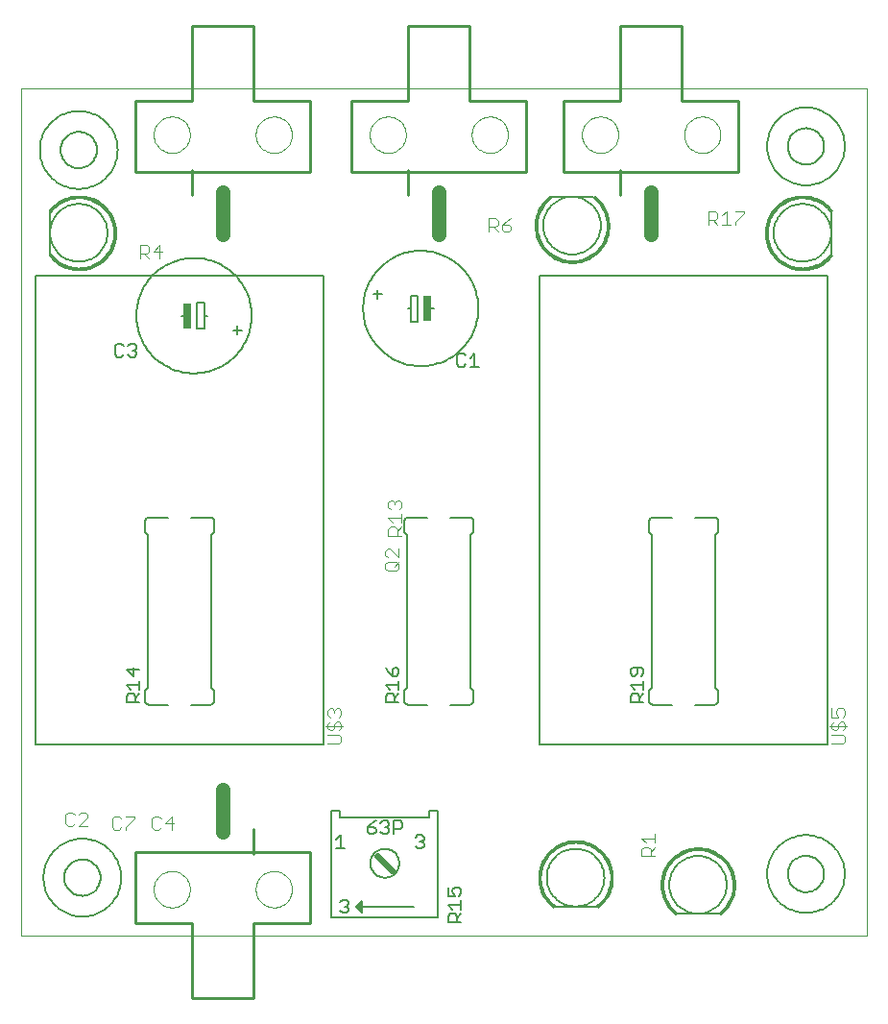
<source format=gto>
G75*
%MOIN*%
%OFA0B0*%
%FSLAX24Y24*%
%IPPOS*%
%LPD*%
%AMOC8*
5,1,8,0,0,1.08239X$1,22.5*
%
%ADD10C,0.0000*%
%ADD11C,0.0060*%
%ADD12R,0.0250X0.0900*%
%ADD13C,0.0050*%
%ADD14C,0.0040*%
%ADD15C,0.0080*%
%ADD16C,0.0500*%
%ADD17C,0.0100*%
%ADD18C,0.0240*%
%ADD19C,0.0010*%
D10*
X000180Y002333D02*
X000180Y031704D01*
X029550Y031704D01*
X029550Y002333D01*
X000180Y002333D01*
X004778Y003930D02*
X004780Y003980D01*
X004786Y004030D01*
X004796Y004079D01*
X004810Y004127D01*
X004827Y004174D01*
X004848Y004219D01*
X004873Y004263D01*
X004901Y004304D01*
X004933Y004343D01*
X004967Y004380D01*
X005004Y004414D01*
X005044Y004444D01*
X005086Y004471D01*
X005130Y004495D01*
X005176Y004516D01*
X005223Y004532D01*
X005271Y004545D01*
X005321Y004554D01*
X005370Y004559D01*
X005421Y004560D01*
X005471Y004557D01*
X005520Y004550D01*
X005569Y004539D01*
X005617Y004524D01*
X005663Y004506D01*
X005708Y004484D01*
X005751Y004458D01*
X005792Y004429D01*
X005831Y004397D01*
X005867Y004362D01*
X005899Y004324D01*
X005929Y004284D01*
X005956Y004241D01*
X005979Y004197D01*
X005998Y004151D01*
X006014Y004103D01*
X006026Y004054D01*
X006034Y004005D01*
X006038Y003955D01*
X006038Y003905D01*
X006034Y003855D01*
X006026Y003806D01*
X006014Y003757D01*
X005998Y003709D01*
X005979Y003663D01*
X005956Y003619D01*
X005929Y003576D01*
X005899Y003536D01*
X005867Y003498D01*
X005831Y003463D01*
X005792Y003431D01*
X005751Y003402D01*
X005708Y003376D01*
X005663Y003354D01*
X005617Y003336D01*
X005569Y003321D01*
X005520Y003310D01*
X005471Y003303D01*
X005421Y003300D01*
X005370Y003301D01*
X005321Y003306D01*
X005271Y003315D01*
X005223Y003328D01*
X005176Y003344D01*
X005130Y003365D01*
X005086Y003389D01*
X005044Y003416D01*
X005004Y003446D01*
X004967Y003480D01*
X004933Y003517D01*
X004901Y003556D01*
X004873Y003597D01*
X004848Y003641D01*
X004827Y003686D01*
X004810Y003733D01*
X004796Y003781D01*
X004786Y003830D01*
X004780Y003880D01*
X004778Y003930D01*
X008322Y003930D02*
X008324Y003980D01*
X008330Y004030D01*
X008340Y004079D01*
X008354Y004127D01*
X008371Y004174D01*
X008392Y004219D01*
X008417Y004263D01*
X008445Y004304D01*
X008477Y004343D01*
X008511Y004380D01*
X008548Y004414D01*
X008588Y004444D01*
X008630Y004471D01*
X008674Y004495D01*
X008720Y004516D01*
X008767Y004532D01*
X008815Y004545D01*
X008865Y004554D01*
X008914Y004559D01*
X008965Y004560D01*
X009015Y004557D01*
X009064Y004550D01*
X009113Y004539D01*
X009161Y004524D01*
X009207Y004506D01*
X009252Y004484D01*
X009295Y004458D01*
X009336Y004429D01*
X009375Y004397D01*
X009411Y004362D01*
X009443Y004324D01*
X009473Y004284D01*
X009500Y004241D01*
X009523Y004197D01*
X009542Y004151D01*
X009558Y004103D01*
X009570Y004054D01*
X009578Y004005D01*
X009582Y003955D01*
X009582Y003905D01*
X009578Y003855D01*
X009570Y003806D01*
X009558Y003757D01*
X009542Y003709D01*
X009523Y003663D01*
X009500Y003619D01*
X009473Y003576D01*
X009443Y003536D01*
X009411Y003498D01*
X009375Y003463D01*
X009336Y003431D01*
X009295Y003402D01*
X009252Y003376D01*
X009207Y003354D01*
X009161Y003336D01*
X009113Y003321D01*
X009064Y003310D01*
X009015Y003303D01*
X008965Y003300D01*
X008914Y003301D01*
X008865Y003306D01*
X008815Y003315D01*
X008767Y003328D01*
X008720Y003344D01*
X008674Y003365D01*
X008630Y003389D01*
X008588Y003416D01*
X008548Y003446D01*
X008511Y003480D01*
X008477Y003517D01*
X008445Y003556D01*
X008417Y003597D01*
X008392Y003641D01*
X008371Y003686D01*
X008354Y003733D01*
X008340Y003781D01*
X008330Y003830D01*
X008324Y003880D01*
X008322Y003930D01*
X008322Y030112D02*
X008324Y030162D01*
X008330Y030212D01*
X008340Y030261D01*
X008354Y030309D01*
X008371Y030356D01*
X008392Y030401D01*
X008417Y030445D01*
X008445Y030486D01*
X008477Y030525D01*
X008511Y030562D01*
X008548Y030596D01*
X008588Y030626D01*
X008630Y030653D01*
X008674Y030677D01*
X008720Y030698D01*
X008767Y030714D01*
X008815Y030727D01*
X008865Y030736D01*
X008914Y030741D01*
X008965Y030742D01*
X009015Y030739D01*
X009064Y030732D01*
X009113Y030721D01*
X009161Y030706D01*
X009207Y030688D01*
X009252Y030666D01*
X009295Y030640D01*
X009336Y030611D01*
X009375Y030579D01*
X009411Y030544D01*
X009443Y030506D01*
X009473Y030466D01*
X009500Y030423D01*
X009523Y030379D01*
X009542Y030333D01*
X009558Y030285D01*
X009570Y030236D01*
X009578Y030187D01*
X009582Y030137D01*
X009582Y030087D01*
X009578Y030037D01*
X009570Y029988D01*
X009558Y029939D01*
X009542Y029891D01*
X009523Y029845D01*
X009500Y029801D01*
X009473Y029758D01*
X009443Y029718D01*
X009411Y029680D01*
X009375Y029645D01*
X009336Y029613D01*
X009295Y029584D01*
X009252Y029558D01*
X009207Y029536D01*
X009161Y029518D01*
X009113Y029503D01*
X009064Y029492D01*
X009015Y029485D01*
X008965Y029482D01*
X008914Y029483D01*
X008865Y029488D01*
X008815Y029497D01*
X008767Y029510D01*
X008720Y029526D01*
X008674Y029547D01*
X008630Y029571D01*
X008588Y029598D01*
X008548Y029628D01*
X008511Y029662D01*
X008477Y029699D01*
X008445Y029738D01*
X008417Y029779D01*
X008392Y029823D01*
X008371Y029868D01*
X008354Y029915D01*
X008340Y029963D01*
X008330Y030012D01*
X008324Y030062D01*
X008322Y030112D01*
X004778Y030112D02*
X004780Y030162D01*
X004786Y030212D01*
X004796Y030261D01*
X004810Y030309D01*
X004827Y030356D01*
X004848Y030401D01*
X004873Y030445D01*
X004901Y030486D01*
X004933Y030525D01*
X004967Y030562D01*
X005004Y030596D01*
X005044Y030626D01*
X005086Y030653D01*
X005130Y030677D01*
X005176Y030698D01*
X005223Y030714D01*
X005271Y030727D01*
X005321Y030736D01*
X005370Y030741D01*
X005421Y030742D01*
X005471Y030739D01*
X005520Y030732D01*
X005569Y030721D01*
X005617Y030706D01*
X005663Y030688D01*
X005708Y030666D01*
X005751Y030640D01*
X005792Y030611D01*
X005831Y030579D01*
X005867Y030544D01*
X005899Y030506D01*
X005929Y030466D01*
X005956Y030423D01*
X005979Y030379D01*
X005998Y030333D01*
X006014Y030285D01*
X006026Y030236D01*
X006034Y030187D01*
X006038Y030137D01*
X006038Y030087D01*
X006034Y030037D01*
X006026Y029988D01*
X006014Y029939D01*
X005998Y029891D01*
X005979Y029845D01*
X005956Y029801D01*
X005929Y029758D01*
X005899Y029718D01*
X005867Y029680D01*
X005831Y029645D01*
X005792Y029613D01*
X005751Y029584D01*
X005708Y029558D01*
X005663Y029536D01*
X005617Y029518D01*
X005569Y029503D01*
X005520Y029492D01*
X005471Y029485D01*
X005421Y029482D01*
X005370Y029483D01*
X005321Y029488D01*
X005271Y029497D01*
X005223Y029510D01*
X005176Y029526D01*
X005130Y029547D01*
X005086Y029571D01*
X005044Y029598D01*
X005004Y029628D01*
X004967Y029662D01*
X004933Y029699D01*
X004901Y029738D01*
X004873Y029779D01*
X004848Y029823D01*
X004827Y029868D01*
X004810Y029915D01*
X004796Y029963D01*
X004786Y030012D01*
X004780Y030062D01*
X004778Y030112D01*
X012278Y030112D02*
X012280Y030162D01*
X012286Y030212D01*
X012296Y030261D01*
X012310Y030309D01*
X012327Y030356D01*
X012348Y030401D01*
X012373Y030445D01*
X012401Y030486D01*
X012433Y030525D01*
X012467Y030562D01*
X012504Y030596D01*
X012544Y030626D01*
X012586Y030653D01*
X012630Y030677D01*
X012676Y030698D01*
X012723Y030714D01*
X012771Y030727D01*
X012821Y030736D01*
X012870Y030741D01*
X012921Y030742D01*
X012971Y030739D01*
X013020Y030732D01*
X013069Y030721D01*
X013117Y030706D01*
X013163Y030688D01*
X013208Y030666D01*
X013251Y030640D01*
X013292Y030611D01*
X013331Y030579D01*
X013367Y030544D01*
X013399Y030506D01*
X013429Y030466D01*
X013456Y030423D01*
X013479Y030379D01*
X013498Y030333D01*
X013514Y030285D01*
X013526Y030236D01*
X013534Y030187D01*
X013538Y030137D01*
X013538Y030087D01*
X013534Y030037D01*
X013526Y029988D01*
X013514Y029939D01*
X013498Y029891D01*
X013479Y029845D01*
X013456Y029801D01*
X013429Y029758D01*
X013399Y029718D01*
X013367Y029680D01*
X013331Y029645D01*
X013292Y029613D01*
X013251Y029584D01*
X013208Y029558D01*
X013163Y029536D01*
X013117Y029518D01*
X013069Y029503D01*
X013020Y029492D01*
X012971Y029485D01*
X012921Y029482D01*
X012870Y029483D01*
X012821Y029488D01*
X012771Y029497D01*
X012723Y029510D01*
X012676Y029526D01*
X012630Y029547D01*
X012586Y029571D01*
X012544Y029598D01*
X012504Y029628D01*
X012467Y029662D01*
X012433Y029699D01*
X012401Y029738D01*
X012373Y029779D01*
X012348Y029823D01*
X012327Y029868D01*
X012310Y029915D01*
X012296Y029963D01*
X012286Y030012D01*
X012280Y030062D01*
X012278Y030112D01*
X015822Y030112D02*
X015824Y030162D01*
X015830Y030212D01*
X015840Y030261D01*
X015854Y030309D01*
X015871Y030356D01*
X015892Y030401D01*
X015917Y030445D01*
X015945Y030486D01*
X015977Y030525D01*
X016011Y030562D01*
X016048Y030596D01*
X016088Y030626D01*
X016130Y030653D01*
X016174Y030677D01*
X016220Y030698D01*
X016267Y030714D01*
X016315Y030727D01*
X016365Y030736D01*
X016414Y030741D01*
X016465Y030742D01*
X016515Y030739D01*
X016564Y030732D01*
X016613Y030721D01*
X016661Y030706D01*
X016707Y030688D01*
X016752Y030666D01*
X016795Y030640D01*
X016836Y030611D01*
X016875Y030579D01*
X016911Y030544D01*
X016943Y030506D01*
X016973Y030466D01*
X017000Y030423D01*
X017023Y030379D01*
X017042Y030333D01*
X017058Y030285D01*
X017070Y030236D01*
X017078Y030187D01*
X017082Y030137D01*
X017082Y030087D01*
X017078Y030037D01*
X017070Y029988D01*
X017058Y029939D01*
X017042Y029891D01*
X017023Y029845D01*
X017000Y029801D01*
X016973Y029758D01*
X016943Y029718D01*
X016911Y029680D01*
X016875Y029645D01*
X016836Y029613D01*
X016795Y029584D01*
X016752Y029558D01*
X016707Y029536D01*
X016661Y029518D01*
X016613Y029503D01*
X016564Y029492D01*
X016515Y029485D01*
X016465Y029482D01*
X016414Y029483D01*
X016365Y029488D01*
X016315Y029497D01*
X016267Y029510D01*
X016220Y029526D01*
X016174Y029547D01*
X016130Y029571D01*
X016088Y029598D01*
X016048Y029628D01*
X016011Y029662D01*
X015977Y029699D01*
X015945Y029738D01*
X015917Y029779D01*
X015892Y029823D01*
X015871Y029868D01*
X015854Y029915D01*
X015840Y029963D01*
X015830Y030012D01*
X015824Y030062D01*
X015822Y030112D01*
X019653Y030112D02*
X019655Y030162D01*
X019661Y030212D01*
X019671Y030261D01*
X019685Y030309D01*
X019702Y030356D01*
X019723Y030401D01*
X019748Y030445D01*
X019776Y030486D01*
X019808Y030525D01*
X019842Y030562D01*
X019879Y030596D01*
X019919Y030626D01*
X019961Y030653D01*
X020005Y030677D01*
X020051Y030698D01*
X020098Y030714D01*
X020146Y030727D01*
X020196Y030736D01*
X020245Y030741D01*
X020296Y030742D01*
X020346Y030739D01*
X020395Y030732D01*
X020444Y030721D01*
X020492Y030706D01*
X020538Y030688D01*
X020583Y030666D01*
X020626Y030640D01*
X020667Y030611D01*
X020706Y030579D01*
X020742Y030544D01*
X020774Y030506D01*
X020804Y030466D01*
X020831Y030423D01*
X020854Y030379D01*
X020873Y030333D01*
X020889Y030285D01*
X020901Y030236D01*
X020909Y030187D01*
X020913Y030137D01*
X020913Y030087D01*
X020909Y030037D01*
X020901Y029988D01*
X020889Y029939D01*
X020873Y029891D01*
X020854Y029845D01*
X020831Y029801D01*
X020804Y029758D01*
X020774Y029718D01*
X020742Y029680D01*
X020706Y029645D01*
X020667Y029613D01*
X020626Y029584D01*
X020583Y029558D01*
X020538Y029536D01*
X020492Y029518D01*
X020444Y029503D01*
X020395Y029492D01*
X020346Y029485D01*
X020296Y029482D01*
X020245Y029483D01*
X020196Y029488D01*
X020146Y029497D01*
X020098Y029510D01*
X020051Y029526D01*
X020005Y029547D01*
X019961Y029571D01*
X019919Y029598D01*
X019879Y029628D01*
X019842Y029662D01*
X019808Y029699D01*
X019776Y029738D01*
X019748Y029779D01*
X019723Y029823D01*
X019702Y029868D01*
X019685Y029915D01*
X019671Y029963D01*
X019661Y030012D01*
X019655Y030062D01*
X019653Y030112D01*
X023197Y030112D02*
X023199Y030162D01*
X023205Y030212D01*
X023215Y030261D01*
X023229Y030309D01*
X023246Y030356D01*
X023267Y030401D01*
X023292Y030445D01*
X023320Y030486D01*
X023352Y030525D01*
X023386Y030562D01*
X023423Y030596D01*
X023463Y030626D01*
X023505Y030653D01*
X023549Y030677D01*
X023595Y030698D01*
X023642Y030714D01*
X023690Y030727D01*
X023740Y030736D01*
X023789Y030741D01*
X023840Y030742D01*
X023890Y030739D01*
X023939Y030732D01*
X023988Y030721D01*
X024036Y030706D01*
X024082Y030688D01*
X024127Y030666D01*
X024170Y030640D01*
X024211Y030611D01*
X024250Y030579D01*
X024286Y030544D01*
X024318Y030506D01*
X024348Y030466D01*
X024375Y030423D01*
X024398Y030379D01*
X024417Y030333D01*
X024433Y030285D01*
X024445Y030236D01*
X024453Y030187D01*
X024457Y030137D01*
X024457Y030087D01*
X024453Y030037D01*
X024445Y029988D01*
X024433Y029939D01*
X024417Y029891D01*
X024398Y029845D01*
X024375Y029801D01*
X024348Y029758D01*
X024318Y029718D01*
X024286Y029680D01*
X024250Y029645D01*
X024211Y029613D01*
X024170Y029584D01*
X024127Y029558D01*
X024082Y029536D01*
X024036Y029518D01*
X023988Y029503D01*
X023939Y029492D01*
X023890Y029485D01*
X023840Y029482D01*
X023789Y029483D01*
X023740Y029488D01*
X023690Y029497D01*
X023642Y029510D01*
X023595Y029526D01*
X023549Y029547D01*
X023505Y029571D01*
X023463Y029598D01*
X023423Y029628D01*
X023386Y029662D01*
X023352Y029699D01*
X023320Y029738D01*
X023292Y029779D01*
X023267Y029823D01*
X023246Y029868D01*
X023229Y029915D01*
X023215Y029963D01*
X023205Y030012D01*
X023199Y030062D01*
X023197Y030112D01*
D11*
X018305Y026958D02*
X018307Y027021D01*
X018313Y027083D01*
X018323Y027145D01*
X018336Y027207D01*
X018354Y027267D01*
X018375Y027326D01*
X018400Y027384D01*
X018429Y027440D01*
X018461Y027494D01*
X018496Y027546D01*
X018534Y027595D01*
X018576Y027643D01*
X018620Y027687D01*
X018668Y027729D01*
X018717Y027767D01*
X018769Y027802D01*
X018823Y027834D01*
X018879Y027863D01*
X018937Y027888D01*
X018996Y027909D01*
X019056Y027927D01*
X019118Y027940D01*
X019180Y027950D01*
X019242Y027956D01*
X019305Y027958D01*
X019368Y027956D01*
X019430Y027950D01*
X019492Y027940D01*
X019554Y027927D01*
X019614Y027909D01*
X019673Y027888D01*
X019731Y027863D01*
X019787Y027834D01*
X019841Y027802D01*
X019893Y027767D01*
X019942Y027729D01*
X019990Y027687D01*
X020034Y027643D01*
X020076Y027595D01*
X020114Y027546D01*
X020149Y027494D01*
X020181Y027440D01*
X020210Y027384D01*
X020235Y027326D01*
X020256Y027267D01*
X020274Y027207D01*
X020287Y027145D01*
X020297Y027083D01*
X020303Y027021D01*
X020305Y026958D01*
X020303Y026895D01*
X020297Y026833D01*
X020287Y026771D01*
X020274Y026709D01*
X020256Y026649D01*
X020235Y026590D01*
X020210Y026532D01*
X020181Y026476D01*
X020149Y026422D01*
X020114Y026370D01*
X020076Y026321D01*
X020034Y026273D01*
X019990Y026229D01*
X019942Y026187D01*
X019893Y026149D01*
X019841Y026114D01*
X019787Y026082D01*
X019731Y026053D01*
X019673Y026028D01*
X019614Y026007D01*
X019554Y025989D01*
X019492Y025976D01*
X019430Y025966D01*
X019368Y025960D01*
X019305Y025958D01*
X019242Y025960D01*
X019180Y025966D01*
X019118Y025976D01*
X019056Y025989D01*
X018996Y026007D01*
X018937Y026028D01*
X018879Y026053D01*
X018823Y026082D01*
X018769Y026114D01*
X018717Y026149D01*
X018668Y026187D01*
X018620Y026229D01*
X018576Y026273D01*
X018534Y026321D01*
X018496Y026370D01*
X018461Y026422D01*
X018429Y026476D01*
X018400Y026532D01*
X018375Y026590D01*
X018354Y026649D01*
X018336Y026709D01*
X018323Y026771D01*
X018313Y026833D01*
X018307Y026895D01*
X018305Y026958D01*
X014505Y024083D02*
X014305Y024083D01*
X012055Y024083D02*
X012057Y024172D01*
X012063Y024261D01*
X012073Y024350D01*
X012087Y024438D01*
X012104Y024525D01*
X012126Y024611D01*
X012152Y024697D01*
X012181Y024781D01*
X012214Y024864D01*
X012250Y024945D01*
X012291Y025025D01*
X012334Y025102D01*
X012381Y025178D01*
X012432Y025251D01*
X012485Y025322D01*
X012542Y025391D01*
X012602Y025457D01*
X012665Y025521D01*
X012730Y025581D01*
X012798Y025639D01*
X012869Y025693D01*
X012942Y025744D01*
X013017Y025792D01*
X013094Y025837D01*
X013173Y025878D01*
X013254Y025915D01*
X013336Y025949D01*
X013420Y025980D01*
X013505Y026006D01*
X013591Y026029D01*
X013678Y026047D01*
X013766Y026062D01*
X013855Y026073D01*
X013944Y026080D01*
X014033Y026083D01*
X014122Y026082D01*
X014211Y026077D01*
X014299Y026068D01*
X014388Y026055D01*
X014475Y026038D01*
X014562Y026018D01*
X014648Y025993D01*
X014732Y025965D01*
X014815Y025933D01*
X014897Y025897D01*
X014977Y025858D01*
X015055Y025815D01*
X015131Y025769D01*
X015205Y025719D01*
X015277Y025666D01*
X015346Y025610D01*
X015413Y025551D01*
X015477Y025489D01*
X015538Y025425D01*
X015597Y025357D01*
X015652Y025287D01*
X015704Y025215D01*
X015753Y025140D01*
X015798Y025064D01*
X015840Y024985D01*
X015878Y024905D01*
X015913Y024823D01*
X015944Y024739D01*
X015972Y024654D01*
X015995Y024568D01*
X016015Y024481D01*
X016031Y024394D01*
X016043Y024305D01*
X016051Y024217D01*
X016055Y024128D01*
X016055Y024038D01*
X016051Y023949D01*
X016043Y023861D01*
X016031Y023772D01*
X016015Y023685D01*
X015995Y023598D01*
X015972Y023512D01*
X015944Y023427D01*
X015913Y023343D01*
X015878Y023261D01*
X015840Y023181D01*
X015798Y023102D01*
X015753Y023026D01*
X015704Y022951D01*
X015652Y022879D01*
X015597Y022809D01*
X015538Y022741D01*
X015477Y022677D01*
X015413Y022615D01*
X015346Y022556D01*
X015277Y022500D01*
X015205Y022447D01*
X015131Y022397D01*
X015055Y022351D01*
X014977Y022308D01*
X014897Y022269D01*
X014815Y022233D01*
X014732Y022201D01*
X014648Y022173D01*
X014562Y022148D01*
X014475Y022128D01*
X014388Y022111D01*
X014299Y022098D01*
X014211Y022089D01*
X014122Y022084D01*
X014033Y022083D01*
X013944Y022086D01*
X013855Y022093D01*
X013766Y022104D01*
X013678Y022119D01*
X013591Y022137D01*
X013505Y022160D01*
X013420Y022186D01*
X013336Y022217D01*
X013254Y022251D01*
X013173Y022288D01*
X013094Y022329D01*
X013017Y022374D01*
X012942Y022422D01*
X012869Y022473D01*
X012798Y022527D01*
X012730Y022585D01*
X012665Y022645D01*
X012602Y022709D01*
X012542Y022775D01*
X012485Y022844D01*
X012432Y022915D01*
X012381Y022988D01*
X012334Y023064D01*
X012291Y023141D01*
X012250Y023221D01*
X012214Y023302D01*
X012181Y023385D01*
X012152Y023469D01*
X012126Y023555D01*
X012104Y023641D01*
X012087Y023728D01*
X012073Y023816D01*
X012063Y023905D01*
X012057Y023994D01*
X012055Y024083D01*
X012405Y024583D02*
X012705Y024583D01*
X012555Y024733D02*
X012555Y024433D01*
X013605Y024083D02*
X013705Y024083D01*
X013705Y024533D01*
X013955Y024533D01*
X013955Y023633D01*
X013705Y023633D01*
X013705Y024083D01*
X007830Y023333D02*
X007530Y023333D01*
X007680Y023183D02*
X007680Y023483D01*
X006630Y023833D02*
X006530Y023833D01*
X006530Y023383D01*
X006280Y023383D01*
X006280Y024283D01*
X006530Y024283D01*
X006530Y023833D01*
X004180Y023833D02*
X004182Y023922D01*
X004188Y024011D01*
X004198Y024100D01*
X004212Y024188D01*
X004229Y024275D01*
X004251Y024361D01*
X004277Y024447D01*
X004306Y024531D01*
X004339Y024614D01*
X004375Y024695D01*
X004416Y024775D01*
X004459Y024852D01*
X004506Y024928D01*
X004557Y025001D01*
X004610Y025072D01*
X004667Y025141D01*
X004727Y025207D01*
X004790Y025271D01*
X004855Y025331D01*
X004923Y025389D01*
X004994Y025443D01*
X005067Y025494D01*
X005142Y025542D01*
X005219Y025587D01*
X005298Y025628D01*
X005379Y025665D01*
X005461Y025699D01*
X005545Y025730D01*
X005630Y025756D01*
X005716Y025779D01*
X005803Y025797D01*
X005891Y025812D01*
X005980Y025823D01*
X006069Y025830D01*
X006158Y025833D01*
X006247Y025832D01*
X006336Y025827D01*
X006424Y025818D01*
X006513Y025805D01*
X006600Y025788D01*
X006687Y025768D01*
X006773Y025743D01*
X006857Y025715D01*
X006940Y025683D01*
X007022Y025647D01*
X007102Y025608D01*
X007180Y025565D01*
X007256Y025519D01*
X007330Y025469D01*
X007402Y025416D01*
X007471Y025360D01*
X007538Y025301D01*
X007602Y025239D01*
X007663Y025175D01*
X007722Y025107D01*
X007777Y025037D01*
X007829Y024965D01*
X007878Y024890D01*
X007923Y024814D01*
X007965Y024735D01*
X008003Y024655D01*
X008038Y024573D01*
X008069Y024489D01*
X008097Y024404D01*
X008120Y024318D01*
X008140Y024231D01*
X008156Y024144D01*
X008168Y024055D01*
X008176Y023967D01*
X008180Y023878D01*
X008180Y023788D01*
X008176Y023699D01*
X008168Y023611D01*
X008156Y023522D01*
X008140Y023435D01*
X008120Y023348D01*
X008097Y023262D01*
X008069Y023177D01*
X008038Y023093D01*
X008003Y023011D01*
X007965Y022931D01*
X007923Y022852D01*
X007878Y022776D01*
X007829Y022701D01*
X007777Y022629D01*
X007722Y022559D01*
X007663Y022491D01*
X007602Y022427D01*
X007538Y022365D01*
X007471Y022306D01*
X007402Y022250D01*
X007330Y022197D01*
X007256Y022147D01*
X007180Y022101D01*
X007102Y022058D01*
X007022Y022019D01*
X006940Y021983D01*
X006857Y021951D01*
X006773Y021923D01*
X006687Y021898D01*
X006600Y021878D01*
X006513Y021861D01*
X006424Y021848D01*
X006336Y021839D01*
X006247Y021834D01*
X006158Y021833D01*
X006069Y021836D01*
X005980Y021843D01*
X005891Y021854D01*
X005803Y021869D01*
X005716Y021887D01*
X005630Y021910D01*
X005545Y021936D01*
X005461Y021967D01*
X005379Y022001D01*
X005298Y022038D01*
X005219Y022079D01*
X005142Y022124D01*
X005067Y022172D01*
X004994Y022223D01*
X004923Y022277D01*
X004855Y022335D01*
X004790Y022395D01*
X004727Y022459D01*
X004667Y022525D01*
X004610Y022594D01*
X004557Y022665D01*
X004506Y022738D01*
X004459Y022814D01*
X004416Y022891D01*
X004375Y022971D01*
X004339Y023052D01*
X004306Y023135D01*
X004277Y023219D01*
X004251Y023305D01*
X004229Y023391D01*
X004212Y023478D01*
X004198Y023566D01*
X004188Y023655D01*
X004182Y023744D01*
X004180Y023833D01*
X005730Y023833D02*
X005930Y023833D01*
X001180Y026708D02*
X001182Y026771D01*
X001188Y026833D01*
X001198Y026895D01*
X001211Y026957D01*
X001229Y027017D01*
X001250Y027076D01*
X001275Y027134D01*
X001304Y027190D01*
X001336Y027244D01*
X001371Y027296D01*
X001409Y027345D01*
X001451Y027393D01*
X001495Y027437D01*
X001543Y027479D01*
X001592Y027517D01*
X001644Y027552D01*
X001698Y027584D01*
X001754Y027613D01*
X001812Y027638D01*
X001871Y027659D01*
X001931Y027677D01*
X001993Y027690D01*
X002055Y027700D01*
X002117Y027706D01*
X002180Y027708D01*
X002243Y027706D01*
X002305Y027700D01*
X002367Y027690D01*
X002429Y027677D01*
X002489Y027659D01*
X002548Y027638D01*
X002606Y027613D01*
X002662Y027584D01*
X002716Y027552D01*
X002768Y027517D01*
X002817Y027479D01*
X002865Y027437D01*
X002909Y027393D01*
X002951Y027345D01*
X002989Y027296D01*
X003024Y027244D01*
X003056Y027190D01*
X003085Y027134D01*
X003110Y027076D01*
X003131Y027017D01*
X003149Y026957D01*
X003162Y026895D01*
X003172Y026833D01*
X003178Y026771D01*
X003180Y026708D01*
X003178Y026645D01*
X003172Y026583D01*
X003162Y026521D01*
X003149Y026459D01*
X003131Y026399D01*
X003110Y026340D01*
X003085Y026282D01*
X003056Y026226D01*
X003024Y026172D01*
X002989Y026120D01*
X002951Y026071D01*
X002909Y026023D01*
X002865Y025979D01*
X002817Y025937D01*
X002768Y025899D01*
X002716Y025864D01*
X002662Y025832D01*
X002606Y025803D01*
X002548Y025778D01*
X002489Y025757D01*
X002429Y025739D01*
X002367Y025726D01*
X002305Y025716D01*
X002243Y025710D01*
X002180Y025708D01*
X002117Y025710D01*
X002055Y025716D01*
X001993Y025726D01*
X001931Y025739D01*
X001871Y025757D01*
X001812Y025778D01*
X001754Y025803D01*
X001698Y025832D01*
X001644Y025864D01*
X001592Y025899D01*
X001543Y025937D01*
X001495Y025979D01*
X001451Y026023D01*
X001409Y026071D01*
X001371Y026120D01*
X001336Y026172D01*
X001304Y026226D01*
X001275Y026282D01*
X001250Y026340D01*
X001229Y026399D01*
X001211Y026459D01*
X001198Y026521D01*
X001188Y026583D01*
X001182Y026645D01*
X001180Y026708D01*
X000830Y029583D02*
X000832Y029656D01*
X000838Y029729D01*
X000848Y029801D01*
X000862Y029873D01*
X000879Y029944D01*
X000901Y030014D01*
X000926Y030083D01*
X000955Y030150D01*
X000987Y030215D01*
X001023Y030279D01*
X001063Y030341D01*
X001105Y030400D01*
X001151Y030457D01*
X001200Y030511D01*
X001252Y030563D01*
X001306Y030612D01*
X001363Y030658D01*
X001422Y030700D01*
X001484Y030740D01*
X001548Y030776D01*
X001613Y030808D01*
X001680Y030837D01*
X001749Y030862D01*
X001819Y030884D01*
X001890Y030901D01*
X001962Y030915D01*
X002034Y030925D01*
X002107Y030931D01*
X002180Y030933D01*
X002253Y030931D01*
X002326Y030925D01*
X002398Y030915D01*
X002470Y030901D01*
X002541Y030884D01*
X002611Y030862D01*
X002680Y030837D01*
X002747Y030808D01*
X002812Y030776D01*
X002876Y030740D01*
X002938Y030700D01*
X002997Y030658D01*
X003054Y030612D01*
X003108Y030563D01*
X003160Y030511D01*
X003209Y030457D01*
X003255Y030400D01*
X003297Y030341D01*
X003337Y030279D01*
X003373Y030215D01*
X003405Y030150D01*
X003434Y030083D01*
X003459Y030014D01*
X003481Y029944D01*
X003498Y029873D01*
X003512Y029801D01*
X003522Y029729D01*
X003528Y029656D01*
X003530Y029583D01*
X003528Y029510D01*
X003522Y029437D01*
X003512Y029365D01*
X003498Y029293D01*
X003481Y029222D01*
X003459Y029152D01*
X003434Y029083D01*
X003405Y029016D01*
X003373Y028951D01*
X003337Y028887D01*
X003297Y028825D01*
X003255Y028766D01*
X003209Y028709D01*
X003160Y028655D01*
X003108Y028603D01*
X003054Y028554D01*
X002997Y028508D01*
X002938Y028466D01*
X002876Y028426D01*
X002812Y028390D01*
X002747Y028358D01*
X002680Y028329D01*
X002611Y028304D01*
X002541Y028282D01*
X002470Y028265D01*
X002398Y028251D01*
X002326Y028241D01*
X002253Y028235D01*
X002180Y028233D01*
X002107Y028235D01*
X002034Y028241D01*
X001962Y028251D01*
X001890Y028265D01*
X001819Y028282D01*
X001749Y028304D01*
X001680Y028329D01*
X001613Y028358D01*
X001548Y028390D01*
X001484Y028426D01*
X001422Y028466D01*
X001363Y028508D01*
X001306Y028554D01*
X001252Y028603D01*
X001200Y028655D01*
X001151Y028709D01*
X001105Y028766D01*
X001063Y028825D01*
X001023Y028887D01*
X000987Y028951D01*
X000955Y029016D01*
X000926Y029083D01*
X000901Y029152D01*
X000879Y029222D01*
X000862Y029293D01*
X000848Y029365D01*
X000838Y029437D01*
X000832Y029510D01*
X000830Y029583D01*
X004630Y016833D02*
X005280Y016833D01*
X004630Y016833D02*
X004607Y016831D01*
X004584Y016826D01*
X004562Y016817D01*
X004542Y016804D01*
X004524Y016789D01*
X004509Y016771D01*
X004496Y016751D01*
X004487Y016729D01*
X004482Y016706D01*
X004480Y016683D01*
X004480Y016333D01*
X004580Y016233D01*
X004580Y010933D01*
X004480Y010833D01*
X004480Y010483D01*
X004482Y010460D01*
X004487Y010437D01*
X004496Y010415D01*
X004509Y010395D01*
X004524Y010377D01*
X004542Y010362D01*
X004562Y010349D01*
X004584Y010340D01*
X004607Y010335D01*
X004630Y010333D01*
X005280Y010333D01*
X006080Y010333D02*
X006730Y010333D01*
X006753Y010335D01*
X006776Y010340D01*
X006798Y010349D01*
X006818Y010362D01*
X006836Y010377D01*
X006851Y010395D01*
X006864Y010415D01*
X006873Y010437D01*
X006878Y010460D01*
X006880Y010483D01*
X006880Y010833D01*
X006780Y010933D01*
X006780Y016233D01*
X006880Y016333D01*
X006880Y016683D01*
X006878Y016706D01*
X006873Y016729D01*
X006864Y016751D01*
X006851Y016771D01*
X006836Y016789D01*
X006818Y016804D01*
X006798Y016817D01*
X006776Y016826D01*
X006753Y016831D01*
X006730Y016833D01*
X006080Y016833D01*
X013480Y016683D02*
X013480Y016333D01*
X013580Y016233D01*
X013580Y010933D01*
X013480Y010833D01*
X013480Y010483D01*
X013482Y010460D01*
X013487Y010437D01*
X013496Y010415D01*
X013509Y010395D01*
X013524Y010377D01*
X013542Y010362D01*
X013562Y010349D01*
X013584Y010340D01*
X013607Y010335D01*
X013630Y010333D01*
X014280Y010333D01*
X015080Y010333D02*
X015730Y010333D01*
X015753Y010335D01*
X015776Y010340D01*
X015798Y010349D01*
X015818Y010362D01*
X015836Y010377D01*
X015851Y010395D01*
X015864Y010415D01*
X015873Y010437D01*
X015878Y010460D01*
X015880Y010483D01*
X015880Y010833D01*
X015780Y010933D01*
X015780Y016233D01*
X015880Y016333D01*
X015880Y016683D01*
X015878Y016706D01*
X015873Y016729D01*
X015864Y016751D01*
X015851Y016771D01*
X015836Y016789D01*
X015818Y016804D01*
X015798Y016817D01*
X015776Y016826D01*
X015753Y016831D01*
X015730Y016833D01*
X015080Y016833D01*
X014280Y016833D02*
X013630Y016833D01*
X013607Y016831D01*
X013584Y016826D01*
X013562Y016817D01*
X013542Y016804D01*
X013524Y016789D01*
X013509Y016771D01*
X013496Y016751D01*
X013487Y016729D01*
X013482Y016706D01*
X013480Y016683D01*
X021980Y016683D02*
X021980Y016333D01*
X022080Y016233D01*
X022080Y010933D01*
X021980Y010833D01*
X021980Y010483D01*
X021982Y010460D01*
X021987Y010437D01*
X021996Y010415D01*
X022009Y010395D01*
X022024Y010377D01*
X022042Y010362D01*
X022062Y010349D01*
X022084Y010340D01*
X022107Y010335D01*
X022130Y010333D01*
X022780Y010333D01*
X023580Y010333D02*
X024230Y010333D01*
X024253Y010335D01*
X024276Y010340D01*
X024298Y010349D01*
X024318Y010362D01*
X024336Y010377D01*
X024351Y010395D01*
X024364Y010415D01*
X024373Y010437D01*
X024378Y010460D01*
X024380Y010483D01*
X024380Y010833D01*
X024280Y010933D01*
X024280Y016233D01*
X024380Y016333D01*
X024380Y016683D01*
X024378Y016706D01*
X024373Y016729D01*
X024364Y016751D01*
X024351Y016771D01*
X024336Y016789D01*
X024318Y016804D01*
X024298Y016817D01*
X024276Y016826D01*
X024253Y016831D01*
X024230Y016833D01*
X023580Y016833D01*
X022780Y016833D02*
X022130Y016833D01*
X022107Y016831D01*
X022084Y016826D01*
X022062Y016817D01*
X022042Y016804D01*
X022024Y016789D01*
X022009Y016771D01*
X021996Y016751D01*
X021987Y016729D01*
X021982Y016706D01*
X021980Y016683D01*
X026305Y026708D02*
X026307Y026771D01*
X026313Y026833D01*
X026323Y026895D01*
X026336Y026957D01*
X026354Y027017D01*
X026375Y027076D01*
X026400Y027134D01*
X026429Y027190D01*
X026461Y027244D01*
X026496Y027296D01*
X026534Y027345D01*
X026576Y027393D01*
X026620Y027437D01*
X026668Y027479D01*
X026717Y027517D01*
X026769Y027552D01*
X026823Y027584D01*
X026879Y027613D01*
X026937Y027638D01*
X026996Y027659D01*
X027056Y027677D01*
X027118Y027690D01*
X027180Y027700D01*
X027242Y027706D01*
X027305Y027708D01*
X027368Y027706D01*
X027430Y027700D01*
X027492Y027690D01*
X027554Y027677D01*
X027614Y027659D01*
X027673Y027638D01*
X027731Y027613D01*
X027787Y027584D01*
X027841Y027552D01*
X027893Y027517D01*
X027942Y027479D01*
X027990Y027437D01*
X028034Y027393D01*
X028076Y027345D01*
X028114Y027296D01*
X028149Y027244D01*
X028181Y027190D01*
X028210Y027134D01*
X028235Y027076D01*
X028256Y027017D01*
X028274Y026957D01*
X028287Y026895D01*
X028297Y026833D01*
X028303Y026771D01*
X028305Y026708D01*
X028303Y026645D01*
X028297Y026583D01*
X028287Y026521D01*
X028274Y026459D01*
X028256Y026399D01*
X028235Y026340D01*
X028210Y026282D01*
X028181Y026226D01*
X028149Y026172D01*
X028114Y026120D01*
X028076Y026071D01*
X028034Y026023D01*
X027990Y025979D01*
X027942Y025937D01*
X027893Y025899D01*
X027841Y025864D01*
X027787Y025832D01*
X027731Y025803D01*
X027673Y025778D01*
X027614Y025757D01*
X027554Y025739D01*
X027492Y025726D01*
X027430Y025716D01*
X027368Y025710D01*
X027305Y025708D01*
X027242Y025710D01*
X027180Y025716D01*
X027118Y025726D01*
X027056Y025739D01*
X026996Y025757D01*
X026937Y025778D01*
X026879Y025803D01*
X026823Y025832D01*
X026769Y025864D01*
X026717Y025899D01*
X026668Y025937D01*
X026620Y025979D01*
X026576Y026023D01*
X026534Y026071D01*
X026496Y026120D01*
X026461Y026172D01*
X026429Y026226D01*
X026400Y026282D01*
X026375Y026340D01*
X026354Y026399D01*
X026336Y026459D01*
X026323Y026521D01*
X026313Y026583D01*
X026307Y026645D01*
X026305Y026708D01*
X026080Y029708D02*
X026082Y029781D01*
X026088Y029854D01*
X026098Y029926D01*
X026112Y029998D01*
X026129Y030069D01*
X026151Y030139D01*
X026176Y030208D01*
X026205Y030275D01*
X026237Y030340D01*
X026273Y030404D01*
X026313Y030466D01*
X026355Y030525D01*
X026401Y030582D01*
X026450Y030636D01*
X026502Y030688D01*
X026556Y030737D01*
X026613Y030783D01*
X026672Y030825D01*
X026734Y030865D01*
X026798Y030901D01*
X026863Y030933D01*
X026930Y030962D01*
X026999Y030987D01*
X027069Y031009D01*
X027140Y031026D01*
X027212Y031040D01*
X027284Y031050D01*
X027357Y031056D01*
X027430Y031058D01*
X027503Y031056D01*
X027576Y031050D01*
X027648Y031040D01*
X027720Y031026D01*
X027791Y031009D01*
X027861Y030987D01*
X027930Y030962D01*
X027997Y030933D01*
X028062Y030901D01*
X028126Y030865D01*
X028188Y030825D01*
X028247Y030783D01*
X028304Y030737D01*
X028358Y030688D01*
X028410Y030636D01*
X028459Y030582D01*
X028505Y030525D01*
X028547Y030466D01*
X028587Y030404D01*
X028623Y030340D01*
X028655Y030275D01*
X028684Y030208D01*
X028709Y030139D01*
X028731Y030069D01*
X028748Y029998D01*
X028762Y029926D01*
X028772Y029854D01*
X028778Y029781D01*
X028780Y029708D01*
X028778Y029635D01*
X028772Y029562D01*
X028762Y029490D01*
X028748Y029418D01*
X028731Y029347D01*
X028709Y029277D01*
X028684Y029208D01*
X028655Y029141D01*
X028623Y029076D01*
X028587Y029012D01*
X028547Y028950D01*
X028505Y028891D01*
X028459Y028834D01*
X028410Y028780D01*
X028358Y028728D01*
X028304Y028679D01*
X028247Y028633D01*
X028188Y028591D01*
X028126Y028551D01*
X028062Y028515D01*
X027997Y028483D01*
X027930Y028454D01*
X027861Y028429D01*
X027791Y028407D01*
X027720Y028390D01*
X027648Y028376D01*
X027576Y028366D01*
X027503Y028360D01*
X027430Y028358D01*
X027357Y028360D01*
X027284Y028366D01*
X027212Y028376D01*
X027140Y028390D01*
X027069Y028407D01*
X026999Y028429D01*
X026930Y028454D01*
X026863Y028483D01*
X026798Y028515D01*
X026734Y028551D01*
X026672Y028591D01*
X026613Y028633D01*
X026556Y028679D01*
X026502Y028728D01*
X026450Y028780D01*
X026401Y028834D01*
X026355Y028891D01*
X026313Y028950D01*
X026273Y029012D01*
X026237Y029076D01*
X026205Y029141D01*
X026176Y029208D01*
X026151Y029277D01*
X026129Y029347D01*
X026112Y029418D01*
X026098Y029490D01*
X026088Y029562D01*
X026082Y029635D01*
X026080Y029708D01*
X014655Y006663D02*
X014355Y006663D01*
X014355Y006433D01*
X011255Y006433D01*
X011255Y006663D01*
X010955Y006663D01*
X010955Y002963D01*
X014655Y002963D01*
X014655Y006663D01*
X012305Y004833D02*
X012307Y004877D01*
X012313Y004921D01*
X012323Y004964D01*
X012336Y005006D01*
X012353Y005047D01*
X012374Y005086D01*
X012398Y005123D01*
X012425Y005158D01*
X012455Y005190D01*
X012488Y005220D01*
X012524Y005246D01*
X012561Y005270D01*
X012601Y005289D01*
X012642Y005306D01*
X012685Y005318D01*
X012728Y005327D01*
X012772Y005332D01*
X012816Y005333D01*
X012860Y005330D01*
X012904Y005323D01*
X012947Y005312D01*
X012989Y005298D01*
X013029Y005280D01*
X013068Y005258D01*
X013104Y005234D01*
X013138Y005206D01*
X013170Y005175D01*
X013199Y005141D01*
X013225Y005105D01*
X013247Y005067D01*
X013266Y005027D01*
X013281Y004985D01*
X013293Y004943D01*
X013301Y004899D01*
X013305Y004855D01*
X013305Y004811D01*
X013301Y004767D01*
X013293Y004723D01*
X013281Y004681D01*
X013266Y004639D01*
X013247Y004599D01*
X013225Y004561D01*
X013199Y004525D01*
X013170Y004491D01*
X013138Y004460D01*
X013104Y004432D01*
X013068Y004408D01*
X013029Y004386D01*
X012989Y004368D01*
X012947Y004354D01*
X012904Y004343D01*
X012860Y004336D01*
X012816Y004333D01*
X012772Y004334D01*
X012728Y004339D01*
X012685Y004348D01*
X012642Y004360D01*
X012601Y004377D01*
X012561Y004396D01*
X012524Y004420D01*
X012488Y004446D01*
X012455Y004476D01*
X012425Y004508D01*
X012398Y004543D01*
X012374Y004580D01*
X012353Y004619D01*
X012336Y004660D01*
X012323Y004702D01*
X012313Y004745D01*
X012307Y004789D01*
X012305Y004833D01*
X012005Y003533D02*
X012005Y003133D01*
X011955Y003183D01*
X011955Y003333D01*
X011955Y003483D01*
X012005Y003533D01*
X011955Y003483D02*
X011905Y003433D01*
X011855Y003383D01*
X011855Y003283D01*
X011905Y003233D01*
X011955Y003183D01*
X011905Y003233D02*
X011905Y003433D01*
X011855Y003383D02*
X011805Y003333D01*
X011955Y003333D01*
X013805Y003333D01*
X011855Y003283D02*
X011805Y003333D01*
X018430Y004333D02*
X018432Y004396D01*
X018438Y004458D01*
X018448Y004520D01*
X018461Y004582D01*
X018479Y004642D01*
X018500Y004701D01*
X018525Y004759D01*
X018554Y004815D01*
X018586Y004869D01*
X018621Y004921D01*
X018659Y004970D01*
X018701Y005018D01*
X018745Y005062D01*
X018793Y005104D01*
X018842Y005142D01*
X018894Y005177D01*
X018948Y005209D01*
X019004Y005238D01*
X019062Y005263D01*
X019121Y005284D01*
X019181Y005302D01*
X019243Y005315D01*
X019305Y005325D01*
X019367Y005331D01*
X019430Y005333D01*
X019493Y005331D01*
X019555Y005325D01*
X019617Y005315D01*
X019679Y005302D01*
X019739Y005284D01*
X019798Y005263D01*
X019856Y005238D01*
X019912Y005209D01*
X019966Y005177D01*
X020018Y005142D01*
X020067Y005104D01*
X020115Y005062D01*
X020159Y005018D01*
X020201Y004970D01*
X020239Y004921D01*
X020274Y004869D01*
X020306Y004815D01*
X020335Y004759D01*
X020360Y004701D01*
X020381Y004642D01*
X020399Y004582D01*
X020412Y004520D01*
X020422Y004458D01*
X020428Y004396D01*
X020430Y004333D01*
X020428Y004270D01*
X020422Y004208D01*
X020412Y004146D01*
X020399Y004084D01*
X020381Y004024D01*
X020360Y003965D01*
X020335Y003907D01*
X020306Y003851D01*
X020274Y003797D01*
X020239Y003745D01*
X020201Y003696D01*
X020159Y003648D01*
X020115Y003604D01*
X020067Y003562D01*
X020018Y003524D01*
X019966Y003489D01*
X019912Y003457D01*
X019856Y003428D01*
X019798Y003403D01*
X019739Y003382D01*
X019679Y003364D01*
X019617Y003351D01*
X019555Y003341D01*
X019493Y003335D01*
X019430Y003333D01*
X019367Y003335D01*
X019305Y003341D01*
X019243Y003351D01*
X019181Y003364D01*
X019121Y003382D01*
X019062Y003403D01*
X019004Y003428D01*
X018948Y003457D01*
X018894Y003489D01*
X018842Y003524D01*
X018793Y003562D01*
X018745Y003604D01*
X018701Y003648D01*
X018659Y003696D01*
X018621Y003745D01*
X018586Y003797D01*
X018554Y003851D01*
X018525Y003907D01*
X018500Y003965D01*
X018479Y004024D01*
X018461Y004084D01*
X018448Y004146D01*
X018438Y004208D01*
X018432Y004270D01*
X018430Y004333D01*
X022680Y004083D02*
X022682Y004146D01*
X022688Y004208D01*
X022698Y004270D01*
X022711Y004332D01*
X022729Y004392D01*
X022750Y004451D01*
X022775Y004509D01*
X022804Y004565D01*
X022836Y004619D01*
X022871Y004671D01*
X022909Y004720D01*
X022951Y004768D01*
X022995Y004812D01*
X023043Y004854D01*
X023092Y004892D01*
X023144Y004927D01*
X023198Y004959D01*
X023254Y004988D01*
X023312Y005013D01*
X023371Y005034D01*
X023431Y005052D01*
X023493Y005065D01*
X023555Y005075D01*
X023617Y005081D01*
X023680Y005083D01*
X023743Y005081D01*
X023805Y005075D01*
X023867Y005065D01*
X023929Y005052D01*
X023989Y005034D01*
X024048Y005013D01*
X024106Y004988D01*
X024162Y004959D01*
X024216Y004927D01*
X024268Y004892D01*
X024317Y004854D01*
X024365Y004812D01*
X024409Y004768D01*
X024451Y004720D01*
X024489Y004671D01*
X024524Y004619D01*
X024556Y004565D01*
X024585Y004509D01*
X024610Y004451D01*
X024631Y004392D01*
X024649Y004332D01*
X024662Y004270D01*
X024672Y004208D01*
X024678Y004146D01*
X024680Y004083D01*
X024678Y004020D01*
X024672Y003958D01*
X024662Y003896D01*
X024649Y003834D01*
X024631Y003774D01*
X024610Y003715D01*
X024585Y003657D01*
X024556Y003601D01*
X024524Y003547D01*
X024489Y003495D01*
X024451Y003446D01*
X024409Y003398D01*
X024365Y003354D01*
X024317Y003312D01*
X024268Y003274D01*
X024216Y003239D01*
X024162Y003207D01*
X024106Y003178D01*
X024048Y003153D01*
X023989Y003132D01*
X023929Y003114D01*
X023867Y003101D01*
X023805Y003091D01*
X023743Y003085D01*
X023680Y003083D01*
X023617Y003085D01*
X023555Y003091D01*
X023493Y003101D01*
X023431Y003114D01*
X023371Y003132D01*
X023312Y003153D01*
X023254Y003178D01*
X023198Y003207D01*
X023144Y003239D01*
X023092Y003274D01*
X023043Y003312D01*
X022995Y003354D01*
X022951Y003398D01*
X022909Y003446D01*
X022871Y003495D01*
X022836Y003547D01*
X022804Y003601D01*
X022775Y003657D01*
X022750Y003715D01*
X022729Y003774D01*
X022711Y003834D01*
X022698Y003896D01*
X022688Y003958D01*
X022682Y004020D01*
X022680Y004083D01*
X026080Y004458D02*
X026082Y004531D01*
X026088Y004604D01*
X026098Y004676D01*
X026112Y004748D01*
X026129Y004819D01*
X026151Y004889D01*
X026176Y004958D01*
X026205Y005025D01*
X026237Y005090D01*
X026273Y005154D01*
X026313Y005216D01*
X026355Y005275D01*
X026401Y005332D01*
X026450Y005386D01*
X026502Y005438D01*
X026556Y005487D01*
X026613Y005533D01*
X026672Y005575D01*
X026734Y005615D01*
X026798Y005651D01*
X026863Y005683D01*
X026930Y005712D01*
X026999Y005737D01*
X027069Y005759D01*
X027140Y005776D01*
X027212Y005790D01*
X027284Y005800D01*
X027357Y005806D01*
X027430Y005808D01*
X027503Y005806D01*
X027576Y005800D01*
X027648Y005790D01*
X027720Y005776D01*
X027791Y005759D01*
X027861Y005737D01*
X027930Y005712D01*
X027997Y005683D01*
X028062Y005651D01*
X028126Y005615D01*
X028188Y005575D01*
X028247Y005533D01*
X028304Y005487D01*
X028358Y005438D01*
X028410Y005386D01*
X028459Y005332D01*
X028505Y005275D01*
X028547Y005216D01*
X028587Y005154D01*
X028623Y005090D01*
X028655Y005025D01*
X028684Y004958D01*
X028709Y004889D01*
X028731Y004819D01*
X028748Y004748D01*
X028762Y004676D01*
X028772Y004604D01*
X028778Y004531D01*
X028780Y004458D01*
X028778Y004385D01*
X028772Y004312D01*
X028762Y004240D01*
X028748Y004168D01*
X028731Y004097D01*
X028709Y004027D01*
X028684Y003958D01*
X028655Y003891D01*
X028623Y003826D01*
X028587Y003762D01*
X028547Y003700D01*
X028505Y003641D01*
X028459Y003584D01*
X028410Y003530D01*
X028358Y003478D01*
X028304Y003429D01*
X028247Y003383D01*
X028188Y003341D01*
X028126Y003301D01*
X028062Y003265D01*
X027997Y003233D01*
X027930Y003204D01*
X027861Y003179D01*
X027791Y003157D01*
X027720Y003140D01*
X027648Y003126D01*
X027576Y003116D01*
X027503Y003110D01*
X027430Y003108D01*
X027357Y003110D01*
X027284Y003116D01*
X027212Y003126D01*
X027140Y003140D01*
X027069Y003157D01*
X026999Y003179D01*
X026930Y003204D01*
X026863Y003233D01*
X026798Y003265D01*
X026734Y003301D01*
X026672Y003341D01*
X026613Y003383D01*
X026556Y003429D01*
X026502Y003478D01*
X026450Y003530D01*
X026401Y003584D01*
X026355Y003641D01*
X026313Y003700D01*
X026273Y003762D01*
X026237Y003826D01*
X026205Y003891D01*
X026176Y003958D01*
X026151Y004027D01*
X026129Y004097D01*
X026112Y004168D01*
X026098Y004240D01*
X026088Y004312D01*
X026082Y004385D01*
X026080Y004458D01*
X000955Y004333D02*
X000957Y004406D01*
X000963Y004479D01*
X000973Y004551D01*
X000987Y004623D01*
X001004Y004694D01*
X001026Y004764D01*
X001051Y004833D01*
X001080Y004900D01*
X001112Y004965D01*
X001148Y005029D01*
X001188Y005091D01*
X001230Y005150D01*
X001276Y005207D01*
X001325Y005261D01*
X001377Y005313D01*
X001431Y005362D01*
X001488Y005408D01*
X001547Y005450D01*
X001609Y005490D01*
X001673Y005526D01*
X001738Y005558D01*
X001805Y005587D01*
X001874Y005612D01*
X001944Y005634D01*
X002015Y005651D01*
X002087Y005665D01*
X002159Y005675D01*
X002232Y005681D01*
X002305Y005683D01*
X002378Y005681D01*
X002451Y005675D01*
X002523Y005665D01*
X002595Y005651D01*
X002666Y005634D01*
X002736Y005612D01*
X002805Y005587D01*
X002872Y005558D01*
X002937Y005526D01*
X003001Y005490D01*
X003063Y005450D01*
X003122Y005408D01*
X003179Y005362D01*
X003233Y005313D01*
X003285Y005261D01*
X003334Y005207D01*
X003380Y005150D01*
X003422Y005091D01*
X003462Y005029D01*
X003498Y004965D01*
X003530Y004900D01*
X003559Y004833D01*
X003584Y004764D01*
X003606Y004694D01*
X003623Y004623D01*
X003637Y004551D01*
X003647Y004479D01*
X003653Y004406D01*
X003655Y004333D01*
X003653Y004260D01*
X003647Y004187D01*
X003637Y004115D01*
X003623Y004043D01*
X003606Y003972D01*
X003584Y003902D01*
X003559Y003833D01*
X003530Y003766D01*
X003498Y003701D01*
X003462Y003637D01*
X003422Y003575D01*
X003380Y003516D01*
X003334Y003459D01*
X003285Y003405D01*
X003233Y003353D01*
X003179Y003304D01*
X003122Y003258D01*
X003063Y003216D01*
X003001Y003176D01*
X002937Y003140D01*
X002872Y003108D01*
X002805Y003079D01*
X002736Y003054D01*
X002666Y003032D01*
X002595Y003015D01*
X002523Y003001D01*
X002451Y002991D01*
X002378Y002985D01*
X002305Y002983D01*
X002232Y002985D01*
X002159Y002991D01*
X002087Y003001D01*
X002015Y003015D01*
X001944Y003032D01*
X001874Y003054D01*
X001805Y003079D01*
X001738Y003108D01*
X001673Y003140D01*
X001609Y003176D01*
X001547Y003216D01*
X001488Y003258D01*
X001431Y003304D01*
X001377Y003353D01*
X001325Y003405D01*
X001276Y003459D01*
X001230Y003516D01*
X001188Y003575D01*
X001148Y003637D01*
X001112Y003701D01*
X001080Y003766D01*
X001051Y003833D01*
X001026Y003902D01*
X001004Y003972D01*
X000987Y004043D01*
X000973Y004115D01*
X000963Y004187D01*
X000957Y004260D01*
X000955Y004333D01*
D12*
X005955Y023833D03*
X014280Y024083D03*
D13*
X015380Y022513D02*
X015305Y022438D01*
X015305Y022138D01*
X015380Y022063D01*
X015530Y022063D01*
X015605Y022138D01*
X015765Y022063D02*
X016066Y022063D01*
X015916Y022063D02*
X015916Y022513D01*
X015765Y022363D01*
X015605Y022438D02*
X015530Y022513D01*
X015380Y022513D01*
X018180Y025208D02*
X018180Y008958D01*
X028180Y008958D01*
X028180Y025208D01*
X018180Y025208D01*
X010680Y025208D02*
X000680Y025208D01*
X000680Y008958D01*
X010680Y008958D01*
X010680Y025208D01*
X004195Y022778D02*
X004195Y022703D01*
X004120Y022628D01*
X004195Y022553D01*
X004195Y022478D01*
X004120Y022403D01*
X003970Y022403D01*
X003895Y022478D01*
X003734Y022478D02*
X003659Y022403D01*
X003509Y022403D01*
X003434Y022478D01*
X003434Y022778D01*
X003509Y022853D01*
X003659Y022853D01*
X003734Y022778D01*
X003895Y022778D02*
X003970Y022853D01*
X004120Y022853D01*
X004195Y022778D01*
X004120Y022628D02*
X004045Y022628D01*
X004070Y011629D02*
X004070Y011329D01*
X003845Y011554D01*
X004295Y011554D01*
X004295Y011169D02*
X004295Y010868D01*
X004295Y011019D02*
X003845Y011019D01*
X003995Y010868D01*
X004070Y010708D02*
X004145Y010633D01*
X004145Y010408D01*
X004295Y010408D02*
X003845Y010408D01*
X003845Y010633D01*
X003920Y010708D01*
X004070Y010708D01*
X004145Y010558D02*
X004295Y010708D01*
X011120Y005658D02*
X011270Y005808D01*
X011270Y005358D01*
X011120Y005358D02*
X011420Y005358D01*
X012199Y005933D02*
X012274Y005858D01*
X012424Y005858D01*
X012499Y005933D01*
X012499Y006008D01*
X012424Y006083D01*
X012199Y006083D01*
X012199Y005933D01*
X012199Y006083D02*
X012349Y006233D01*
X012499Y006308D01*
X012659Y006233D02*
X012734Y006308D01*
X012884Y006308D01*
X012959Y006233D01*
X012959Y006158D01*
X012884Y006083D01*
X012959Y006008D01*
X012959Y005933D01*
X012884Y005858D01*
X012734Y005858D01*
X012659Y005933D01*
X012809Y006083D02*
X012884Y006083D01*
X013120Y006008D02*
X013345Y006008D01*
X013420Y006083D01*
X013420Y006233D01*
X013345Y006308D01*
X013120Y006308D01*
X013120Y005858D01*
X013870Y005733D02*
X013945Y005808D01*
X014095Y005808D01*
X014170Y005733D01*
X014170Y005658D01*
X014095Y005583D01*
X014170Y005508D01*
X014170Y005433D01*
X014095Y005358D01*
X013945Y005358D01*
X013870Y005433D01*
X014020Y005583D02*
X014095Y005583D01*
X015005Y003998D02*
X015005Y003698D01*
X015230Y003698D01*
X015155Y003848D01*
X015155Y003923D01*
X015230Y003998D01*
X015380Y003998D01*
X015455Y003923D01*
X015455Y003773D01*
X015380Y003698D01*
X015455Y003538D02*
X015455Y003237D01*
X015455Y003387D02*
X015005Y003387D01*
X015155Y003237D01*
X015080Y003077D02*
X015230Y003077D01*
X015305Y003002D01*
X015305Y002777D01*
X015455Y002777D02*
X015005Y002777D01*
X015005Y003002D01*
X015080Y003077D01*
X015305Y002927D02*
X015455Y003077D01*
X011559Y003183D02*
X011484Y003108D01*
X011334Y003108D01*
X011259Y003183D01*
X011409Y003333D02*
X011484Y003333D01*
X011559Y003258D01*
X011559Y003183D01*
X011484Y003333D02*
X011559Y003408D01*
X011559Y003483D01*
X011484Y003558D01*
X011334Y003558D01*
X011259Y003483D01*
X012845Y010408D02*
X012845Y010633D01*
X012920Y010708D01*
X013070Y010708D01*
X013145Y010633D01*
X013145Y010408D01*
X013295Y010408D02*
X012845Y010408D01*
X013145Y010558D02*
X013295Y010708D01*
X013295Y010868D02*
X013295Y011169D01*
X013295Y011019D02*
X012845Y011019D01*
X012995Y010868D01*
X013070Y011329D02*
X013070Y011554D01*
X013145Y011629D01*
X013220Y011629D01*
X013295Y011554D01*
X013295Y011404D01*
X013220Y011329D01*
X013070Y011329D01*
X012920Y011479D01*
X012845Y011629D01*
X021345Y011554D02*
X021345Y011404D01*
X021420Y011329D01*
X021495Y011329D01*
X021570Y011404D01*
X021570Y011629D01*
X021720Y011629D02*
X021420Y011629D01*
X021345Y011554D01*
X021720Y011629D02*
X021795Y011554D01*
X021795Y011404D01*
X021720Y011329D01*
X021795Y011169D02*
X021795Y010868D01*
X021795Y011019D02*
X021345Y011019D01*
X021495Y010868D01*
X021420Y010708D02*
X021570Y010708D01*
X021645Y010633D01*
X021645Y010408D01*
X021795Y010408D02*
X021345Y010408D01*
X021345Y010633D01*
X021420Y010708D01*
X021645Y010558D02*
X021795Y010708D01*
D14*
X022185Y005850D02*
X022185Y005543D01*
X022185Y005696D02*
X021725Y005696D01*
X021878Y005543D01*
X021801Y005389D02*
X021725Y005312D01*
X021725Y005082D01*
X022185Y005082D01*
X022032Y005082D02*
X022032Y005312D01*
X021955Y005389D01*
X021801Y005389D01*
X022032Y005236D02*
X022185Y005389D01*
X028325Y008978D02*
X028708Y008978D01*
X028785Y009055D01*
X028785Y009208D01*
X028708Y009285D01*
X028325Y009285D01*
X028401Y009438D02*
X028325Y009515D01*
X028325Y009669D01*
X028401Y009745D01*
X028555Y009669D02*
X028555Y009515D01*
X028478Y009438D01*
X028401Y009438D01*
X028248Y009592D02*
X028862Y009592D01*
X028785Y009515D02*
X028785Y009669D01*
X028708Y009745D01*
X028632Y009745D01*
X028555Y009669D01*
X028555Y009899D02*
X028478Y010052D01*
X028478Y010129D01*
X028555Y010206D01*
X028708Y010206D01*
X028785Y010129D01*
X028785Y009976D01*
X028708Y009899D01*
X028555Y009899D02*
X028325Y009899D01*
X028325Y010206D01*
X028785Y009515D02*
X028708Y009438D01*
X024971Y027003D02*
X024971Y027080D01*
X025278Y027387D01*
X025278Y027463D01*
X024971Y027463D01*
X024664Y027463D02*
X024510Y027310D01*
X024357Y027387D02*
X024280Y027463D01*
X024050Y027463D01*
X024050Y027003D01*
X024050Y027157D02*
X024280Y027157D01*
X024357Y027233D01*
X024357Y027387D01*
X024203Y027157D02*
X024357Y027003D01*
X024510Y027003D02*
X024817Y027003D01*
X024664Y027003D02*
X024664Y027463D01*
X017192Y027213D02*
X017039Y027137D01*
X016885Y026983D01*
X017116Y026983D01*
X017192Y026907D01*
X017192Y026830D01*
X017116Y026753D01*
X016962Y026753D01*
X016885Y026830D01*
X016885Y026983D01*
X016732Y026983D02*
X016655Y026907D01*
X016425Y026907D01*
X016578Y026907D02*
X016732Y026753D01*
X016732Y026983D02*
X016732Y027137D01*
X016655Y027213D01*
X016425Y027213D01*
X016425Y026753D01*
X013308Y017431D02*
X013385Y017354D01*
X013385Y017201D01*
X013308Y017124D01*
X013385Y016970D02*
X013385Y016663D01*
X013385Y016510D02*
X013232Y016357D01*
X013232Y016433D02*
X013232Y016203D01*
X013385Y016203D02*
X012925Y016203D01*
X012925Y016433D01*
X013001Y016510D01*
X013155Y016510D01*
X013232Y016433D01*
X013078Y016663D02*
X012925Y016817D01*
X013385Y016817D01*
X013001Y017124D02*
X012925Y017201D01*
X012925Y017354D01*
X013001Y017431D01*
X013078Y017431D01*
X013155Y017354D01*
X013232Y017431D01*
X013308Y017431D01*
X013155Y017354D02*
X013155Y017277D01*
X013285Y015745D02*
X013285Y015438D01*
X012978Y015745D01*
X012901Y015745D01*
X012825Y015669D01*
X012825Y015515D01*
X012901Y015438D01*
X012901Y015285D02*
X012825Y015208D01*
X012825Y015055D01*
X012901Y014978D01*
X013208Y014978D01*
X013285Y015055D01*
X013285Y015208D01*
X013208Y015285D01*
X012901Y015285D01*
X013132Y015132D02*
X013285Y015285D01*
X011208Y010206D02*
X011285Y010129D01*
X011285Y009976D01*
X011208Y009899D01*
X011208Y009745D02*
X011132Y009745D01*
X011055Y009669D01*
X011055Y009515D01*
X010978Y009438D01*
X010901Y009438D01*
X010825Y009515D01*
X010825Y009669D01*
X010901Y009745D01*
X010901Y009899D02*
X010825Y009976D01*
X010825Y010129D01*
X010901Y010206D01*
X010978Y010206D01*
X011055Y010129D01*
X011132Y010206D01*
X011208Y010206D01*
X011055Y010129D02*
X011055Y010052D01*
X011208Y009745D02*
X011285Y009669D01*
X011285Y009515D01*
X011208Y009438D01*
X011208Y009285D02*
X010825Y009285D01*
X010825Y008978D02*
X011208Y008978D01*
X011285Y009055D01*
X011285Y009208D01*
X011208Y009285D01*
X011362Y009592D02*
X010748Y009592D01*
X005416Y006463D02*
X005416Y006003D01*
X005492Y006233D02*
X005185Y006233D01*
X005416Y006463D01*
X005032Y006387D02*
X004955Y006463D01*
X004802Y006463D01*
X004725Y006387D01*
X004725Y006080D01*
X004802Y006003D01*
X004955Y006003D01*
X005032Y006080D01*
X004117Y006387D02*
X003810Y006080D01*
X003810Y006003D01*
X003657Y006080D02*
X003580Y006003D01*
X003427Y006003D01*
X003350Y006080D01*
X003350Y006387D01*
X003427Y006463D01*
X003580Y006463D01*
X003657Y006387D01*
X003810Y006463D02*
X004117Y006463D01*
X004117Y006387D01*
X002492Y006435D02*
X002492Y006512D01*
X002416Y006588D01*
X002262Y006588D01*
X002185Y006512D01*
X002032Y006512D02*
X001955Y006588D01*
X001802Y006588D01*
X001725Y006512D01*
X001725Y006205D01*
X001802Y006128D01*
X001955Y006128D01*
X002032Y006205D01*
X002185Y006128D02*
X002492Y006435D01*
X002492Y006128D02*
X002185Y006128D01*
X004304Y025828D02*
X004304Y026288D01*
X004534Y026288D01*
X004611Y026212D01*
X004611Y026058D01*
X004534Y025982D01*
X004304Y025982D01*
X004458Y025982D02*
X004611Y025828D01*
X004765Y026058D02*
X005072Y026058D01*
X004995Y025828D02*
X004995Y026288D01*
X004765Y026058D01*
D15*
X001550Y029583D02*
X001552Y029633D01*
X001558Y029683D01*
X001568Y029732D01*
X001582Y029780D01*
X001599Y029827D01*
X001620Y029872D01*
X001645Y029916D01*
X001673Y029957D01*
X001705Y029996D01*
X001739Y030033D01*
X001776Y030067D01*
X001816Y030097D01*
X001858Y030124D01*
X001902Y030148D01*
X001948Y030169D01*
X001995Y030185D01*
X002043Y030198D01*
X002093Y030207D01*
X002142Y030212D01*
X002193Y030213D01*
X002243Y030210D01*
X002292Y030203D01*
X002341Y030192D01*
X002389Y030177D01*
X002435Y030159D01*
X002480Y030137D01*
X002523Y030111D01*
X002564Y030082D01*
X002603Y030050D01*
X002639Y030015D01*
X002671Y029977D01*
X002701Y029937D01*
X002728Y029894D01*
X002751Y029850D01*
X002770Y029804D01*
X002786Y029756D01*
X002798Y029707D01*
X002806Y029658D01*
X002810Y029608D01*
X002810Y029558D01*
X002806Y029508D01*
X002798Y029459D01*
X002786Y029410D01*
X002770Y029362D01*
X002751Y029316D01*
X002728Y029272D01*
X002701Y029229D01*
X002671Y029189D01*
X002639Y029151D01*
X002603Y029116D01*
X002564Y029084D01*
X002523Y029055D01*
X002480Y029029D01*
X002435Y029007D01*
X002389Y028989D01*
X002341Y028974D01*
X002292Y028963D01*
X002243Y028956D01*
X002193Y028953D01*
X002142Y028954D01*
X002093Y028959D01*
X002043Y028968D01*
X001995Y028981D01*
X001948Y028997D01*
X001902Y029018D01*
X001858Y029042D01*
X001816Y029069D01*
X001776Y029099D01*
X001739Y029133D01*
X001705Y029170D01*
X001673Y029209D01*
X001645Y029250D01*
X001620Y029294D01*
X001599Y029339D01*
X001582Y029386D01*
X001568Y029434D01*
X001558Y029483D01*
X001552Y029533D01*
X001550Y029583D01*
X001180Y027458D02*
X001180Y025958D01*
X018555Y027958D02*
X020055Y027958D01*
X026800Y029708D02*
X026802Y029758D01*
X026808Y029808D01*
X026818Y029857D01*
X026832Y029905D01*
X026849Y029952D01*
X026870Y029997D01*
X026895Y030041D01*
X026923Y030082D01*
X026955Y030121D01*
X026989Y030158D01*
X027026Y030192D01*
X027066Y030222D01*
X027108Y030249D01*
X027152Y030273D01*
X027198Y030294D01*
X027245Y030310D01*
X027293Y030323D01*
X027343Y030332D01*
X027392Y030337D01*
X027443Y030338D01*
X027493Y030335D01*
X027542Y030328D01*
X027591Y030317D01*
X027639Y030302D01*
X027685Y030284D01*
X027730Y030262D01*
X027773Y030236D01*
X027814Y030207D01*
X027853Y030175D01*
X027889Y030140D01*
X027921Y030102D01*
X027951Y030062D01*
X027978Y030019D01*
X028001Y029975D01*
X028020Y029929D01*
X028036Y029881D01*
X028048Y029832D01*
X028056Y029783D01*
X028060Y029733D01*
X028060Y029683D01*
X028056Y029633D01*
X028048Y029584D01*
X028036Y029535D01*
X028020Y029487D01*
X028001Y029441D01*
X027978Y029397D01*
X027951Y029354D01*
X027921Y029314D01*
X027889Y029276D01*
X027853Y029241D01*
X027814Y029209D01*
X027773Y029180D01*
X027730Y029154D01*
X027685Y029132D01*
X027639Y029114D01*
X027591Y029099D01*
X027542Y029088D01*
X027493Y029081D01*
X027443Y029078D01*
X027392Y029079D01*
X027343Y029084D01*
X027293Y029093D01*
X027245Y029106D01*
X027198Y029122D01*
X027152Y029143D01*
X027108Y029167D01*
X027066Y029194D01*
X027026Y029224D01*
X026989Y029258D01*
X026955Y029295D01*
X026923Y029334D01*
X026895Y029375D01*
X026870Y029419D01*
X026849Y029464D01*
X026832Y029511D01*
X026818Y029559D01*
X026808Y029608D01*
X026802Y029658D01*
X026800Y029708D01*
X028305Y027458D02*
X028305Y025958D01*
X026800Y004458D02*
X026802Y004508D01*
X026808Y004558D01*
X026818Y004607D01*
X026832Y004655D01*
X026849Y004702D01*
X026870Y004747D01*
X026895Y004791D01*
X026923Y004832D01*
X026955Y004871D01*
X026989Y004908D01*
X027026Y004942D01*
X027066Y004972D01*
X027108Y004999D01*
X027152Y005023D01*
X027198Y005044D01*
X027245Y005060D01*
X027293Y005073D01*
X027343Y005082D01*
X027392Y005087D01*
X027443Y005088D01*
X027493Y005085D01*
X027542Y005078D01*
X027591Y005067D01*
X027639Y005052D01*
X027685Y005034D01*
X027730Y005012D01*
X027773Y004986D01*
X027814Y004957D01*
X027853Y004925D01*
X027889Y004890D01*
X027921Y004852D01*
X027951Y004812D01*
X027978Y004769D01*
X028001Y004725D01*
X028020Y004679D01*
X028036Y004631D01*
X028048Y004582D01*
X028056Y004533D01*
X028060Y004483D01*
X028060Y004433D01*
X028056Y004383D01*
X028048Y004334D01*
X028036Y004285D01*
X028020Y004237D01*
X028001Y004191D01*
X027978Y004147D01*
X027951Y004104D01*
X027921Y004064D01*
X027889Y004026D01*
X027853Y003991D01*
X027814Y003959D01*
X027773Y003930D01*
X027730Y003904D01*
X027685Y003882D01*
X027639Y003864D01*
X027591Y003849D01*
X027542Y003838D01*
X027493Y003831D01*
X027443Y003828D01*
X027392Y003829D01*
X027343Y003834D01*
X027293Y003843D01*
X027245Y003856D01*
X027198Y003872D01*
X027152Y003893D01*
X027108Y003917D01*
X027066Y003944D01*
X027026Y003974D01*
X026989Y004008D01*
X026955Y004045D01*
X026923Y004084D01*
X026895Y004125D01*
X026870Y004169D01*
X026849Y004214D01*
X026832Y004261D01*
X026818Y004309D01*
X026808Y004358D01*
X026802Y004408D01*
X026800Y004458D01*
X024430Y003083D02*
X022930Y003083D01*
X020180Y003333D02*
X018680Y003333D01*
X001675Y004333D02*
X001677Y004383D01*
X001683Y004433D01*
X001693Y004482D01*
X001707Y004530D01*
X001724Y004577D01*
X001745Y004622D01*
X001770Y004666D01*
X001798Y004707D01*
X001830Y004746D01*
X001864Y004783D01*
X001901Y004817D01*
X001941Y004847D01*
X001983Y004874D01*
X002027Y004898D01*
X002073Y004919D01*
X002120Y004935D01*
X002168Y004948D01*
X002218Y004957D01*
X002267Y004962D01*
X002318Y004963D01*
X002368Y004960D01*
X002417Y004953D01*
X002466Y004942D01*
X002514Y004927D01*
X002560Y004909D01*
X002605Y004887D01*
X002648Y004861D01*
X002689Y004832D01*
X002728Y004800D01*
X002764Y004765D01*
X002796Y004727D01*
X002826Y004687D01*
X002853Y004644D01*
X002876Y004600D01*
X002895Y004554D01*
X002911Y004506D01*
X002923Y004457D01*
X002931Y004408D01*
X002935Y004358D01*
X002935Y004308D01*
X002931Y004258D01*
X002923Y004209D01*
X002911Y004160D01*
X002895Y004112D01*
X002876Y004066D01*
X002853Y004022D01*
X002826Y003979D01*
X002796Y003939D01*
X002764Y003901D01*
X002728Y003866D01*
X002689Y003834D01*
X002648Y003805D01*
X002605Y003779D01*
X002560Y003757D01*
X002514Y003739D01*
X002466Y003724D01*
X002417Y003713D01*
X002368Y003706D01*
X002318Y003703D01*
X002267Y003704D01*
X002218Y003709D01*
X002168Y003718D01*
X002120Y003731D01*
X002073Y003747D01*
X002027Y003768D01*
X001983Y003792D01*
X001941Y003819D01*
X001901Y003849D01*
X001864Y003883D01*
X001830Y003920D01*
X001798Y003959D01*
X001770Y004000D01*
X001745Y004044D01*
X001724Y004089D01*
X001707Y004136D01*
X001693Y004184D01*
X001683Y004233D01*
X001677Y004283D01*
X001675Y004333D01*
D16*
X007180Y005937D02*
X007180Y007394D01*
X007180Y026647D02*
X007180Y028104D01*
X014680Y028104D02*
X014680Y026647D01*
X022055Y026647D02*
X022055Y028104D01*
D17*
X020992Y028025D02*
X020992Y028891D01*
X019024Y028812D02*
X019024Y031293D01*
X020992Y031293D01*
X020992Y033891D01*
X023118Y033891D01*
X023118Y031293D01*
X025086Y031293D01*
X025086Y028812D01*
X019024Y028812D01*
X017711Y028812D02*
X011649Y028812D01*
X011649Y031293D01*
X013617Y031293D01*
X013617Y033891D01*
X015743Y033891D01*
X015743Y031293D01*
X017711Y031293D01*
X017711Y028812D01*
X013617Y028891D02*
X013617Y028025D01*
X010211Y028812D02*
X004149Y028812D01*
X004149Y031293D01*
X006117Y031293D01*
X006117Y033891D01*
X008243Y033891D01*
X008243Y031293D01*
X010211Y031293D01*
X010211Y028812D01*
X006117Y028891D02*
X006117Y028025D01*
X008243Y006016D02*
X008243Y005150D01*
X010211Y005229D02*
X010211Y002748D01*
X008243Y002748D01*
X008243Y000150D01*
X006117Y000150D01*
X006117Y002748D01*
X004149Y002748D01*
X004149Y005229D01*
X010211Y005229D01*
D18*
X012555Y005083D02*
X013055Y004583D01*
D19*
X020210Y003301D02*
X020156Y003373D01*
X020157Y003372D02*
X020210Y003415D01*
X020261Y003460D01*
X020309Y003509D01*
X020354Y003560D01*
X020397Y003614D01*
X020436Y003670D01*
X020472Y003728D01*
X020505Y003788D01*
X020534Y003849D01*
X020559Y003913D01*
X020581Y003977D01*
X020600Y004043D01*
X020614Y004110D01*
X020625Y004177D01*
X020632Y004245D01*
X020635Y004313D01*
X020634Y004382D01*
X020629Y004450D01*
X020621Y004518D01*
X020608Y004585D01*
X020592Y004651D01*
X020572Y004716D01*
X020549Y004781D01*
X020522Y004843D01*
X020491Y004904D01*
X020457Y004963D01*
X020420Y005021D01*
X020379Y005076D01*
X020335Y005128D01*
X020289Y005178D01*
X020240Y005225D01*
X020188Y005270D01*
X020134Y005311D01*
X020077Y005350D01*
X020018Y005385D01*
X019958Y005416D01*
X019896Y005444D01*
X019832Y005469D01*
X019767Y005490D01*
X019701Y005507D01*
X019634Y005521D01*
X019566Y005530D01*
X019498Y005536D01*
X019430Y005538D01*
X019362Y005536D01*
X019294Y005530D01*
X019226Y005521D01*
X019159Y005507D01*
X019093Y005490D01*
X019028Y005469D01*
X018964Y005444D01*
X018902Y005416D01*
X018842Y005385D01*
X018783Y005350D01*
X018726Y005311D01*
X018672Y005270D01*
X018620Y005225D01*
X018571Y005178D01*
X018525Y005128D01*
X018481Y005076D01*
X018440Y005021D01*
X018403Y004963D01*
X018369Y004904D01*
X018338Y004843D01*
X018311Y004781D01*
X018288Y004716D01*
X018268Y004651D01*
X018252Y004585D01*
X018239Y004518D01*
X018231Y004450D01*
X018226Y004382D01*
X018225Y004313D01*
X018228Y004245D01*
X018235Y004177D01*
X018246Y004110D01*
X018260Y004043D01*
X018279Y003977D01*
X018301Y003913D01*
X018326Y003849D01*
X018355Y003788D01*
X018388Y003728D01*
X018424Y003670D01*
X018463Y003614D01*
X018506Y003560D01*
X018551Y003509D01*
X018599Y003460D01*
X018650Y003415D01*
X018703Y003372D01*
X018650Y003301D01*
X018649Y003300D01*
X018594Y003344D01*
X018541Y003392D01*
X018490Y003442D01*
X018443Y003495D01*
X018399Y003550D01*
X018357Y003608D01*
X018319Y003668D01*
X018284Y003729D01*
X018253Y003793D01*
X018225Y003858D01*
X018201Y003925D01*
X018180Y003993D01*
X018164Y004062D01*
X018151Y004132D01*
X018142Y004202D01*
X018136Y004273D01*
X018135Y004344D01*
X018138Y004415D01*
X018144Y004486D01*
X018154Y004556D01*
X018168Y004625D01*
X018186Y004694D01*
X018208Y004762D01*
X018233Y004828D01*
X018262Y004893D01*
X018295Y004956D01*
X018331Y005017D01*
X018370Y005076D01*
X018412Y005133D01*
X018457Y005188D01*
X018506Y005240D01*
X018557Y005289D01*
X018610Y005336D01*
X018667Y005379D01*
X018725Y005419D01*
X018786Y005456D01*
X018848Y005490D01*
X018912Y005520D01*
X018978Y005547D01*
X019045Y005570D01*
X019114Y005589D01*
X019183Y005604D01*
X019253Y005616D01*
X019324Y005624D01*
X019395Y005628D01*
X019465Y005628D01*
X019536Y005624D01*
X019607Y005616D01*
X019677Y005604D01*
X019746Y005589D01*
X019815Y005570D01*
X019882Y005547D01*
X019948Y005520D01*
X020012Y005490D01*
X020074Y005456D01*
X020135Y005419D01*
X020193Y005379D01*
X020250Y005336D01*
X020303Y005289D01*
X020354Y005240D01*
X020403Y005188D01*
X020448Y005133D01*
X020490Y005076D01*
X020529Y005017D01*
X020565Y004956D01*
X020598Y004893D01*
X020627Y004828D01*
X020652Y004762D01*
X020674Y004694D01*
X020692Y004625D01*
X020706Y004556D01*
X020716Y004486D01*
X020722Y004415D01*
X020725Y004344D01*
X020724Y004273D01*
X020718Y004202D01*
X020709Y004132D01*
X020696Y004062D01*
X020680Y003993D01*
X020659Y003925D01*
X020635Y003858D01*
X020607Y003793D01*
X020576Y003729D01*
X020541Y003668D01*
X020503Y003608D01*
X020461Y003550D01*
X020417Y003495D01*
X020370Y003442D01*
X020319Y003392D01*
X020266Y003344D01*
X020211Y003300D01*
X020206Y003307D01*
X020261Y003352D01*
X020314Y003399D01*
X020365Y003450D01*
X020412Y003503D01*
X020457Y003559D01*
X020498Y003617D01*
X020536Y003677D01*
X020571Y003739D01*
X020602Y003803D01*
X020629Y003869D01*
X020653Y003936D01*
X020673Y004005D01*
X020690Y004074D01*
X020702Y004144D01*
X020711Y004215D01*
X020715Y004286D01*
X020716Y004357D01*
X020712Y004428D01*
X020705Y004499D01*
X020694Y004570D01*
X020679Y004639D01*
X020660Y004708D01*
X020637Y004776D01*
X020611Y004842D01*
X020581Y004907D01*
X020547Y004969D01*
X020511Y005030D01*
X020470Y005089D01*
X020427Y005146D01*
X020380Y005200D01*
X020331Y005251D01*
X020278Y005299D01*
X020224Y005345D01*
X020166Y005387D01*
X020107Y005426D01*
X020045Y005462D01*
X019982Y005495D01*
X019917Y005523D01*
X019850Y005549D01*
X019782Y005570D01*
X019713Y005588D01*
X019643Y005601D01*
X019572Y005611D01*
X019501Y005617D01*
X019430Y005619D01*
X019359Y005617D01*
X019288Y005611D01*
X019217Y005601D01*
X019147Y005588D01*
X019078Y005570D01*
X019010Y005549D01*
X018943Y005523D01*
X018878Y005495D01*
X018815Y005462D01*
X018753Y005426D01*
X018694Y005387D01*
X018636Y005345D01*
X018582Y005299D01*
X018529Y005251D01*
X018480Y005200D01*
X018433Y005146D01*
X018390Y005089D01*
X018349Y005030D01*
X018313Y004969D01*
X018279Y004907D01*
X018249Y004842D01*
X018223Y004776D01*
X018200Y004708D01*
X018181Y004639D01*
X018166Y004570D01*
X018155Y004499D01*
X018148Y004428D01*
X018144Y004357D01*
X018145Y004286D01*
X018149Y004215D01*
X018158Y004144D01*
X018170Y004074D01*
X018187Y004005D01*
X018207Y003936D01*
X018231Y003869D01*
X018258Y003803D01*
X018289Y003739D01*
X018324Y003677D01*
X018362Y003617D01*
X018403Y003559D01*
X018448Y003503D01*
X018495Y003450D01*
X018546Y003399D01*
X018599Y003352D01*
X018654Y003307D01*
X018660Y003314D01*
X018605Y003359D01*
X018552Y003406D01*
X018502Y003456D01*
X018455Y003509D01*
X018411Y003564D01*
X018369Y003622D01*
X018332Y003681D01*
X018297Y003743D01*
X018266Y003807D01*
X018239Y003872D01*
X018215Y003939D01*
X018195Y004007D01*
X018179Y004076D01*
X018167Y004145D01*
X018158Y004216D01*
X018154Y004286D01*
X018153Y004357D01*
X018157Y004428D01*
X018164Y004498D01*
X018175Y004568D01*
X018190Y004637D01*
X018209Y004705D01*
X018231Y004773D01*
X018257Y004838D01*
X018287Y004903D01*
X018320Y004965D01*
X018357Y005025D01*
X018397Y005084D01*
X018440Y005140D01*
X018486Y005194D01*
X018536Y005244D01*
X018587Y005293D01*
X018642Y005338D01*
X018699Y005380D01*
X018758Y005419D01*
X018819Y005454D01*
X018882Y005487D01*
X018947Y005515D01*
X019013Y005540D01*
X019081Y005561D01*
X019149Y005579D01*
X019219Y005592D01*
X019289Y005602D01*
X019359Y005608D01*
X019430Y005610D01*
X019501Y005608D01*
X019571Y005602D01*
X019641Y005592D01*
X019711Y005579D01*
X019779Y005561D01*
X019847Y005540D01*
X019913Y005515D01*
X019978Y005487D01*
X020041Y005454D01*
X020102Y005419D01*
X020161Y005380D01*
X020218Y005338D01*
X020273Y005293D01*
X020324Y005244D01*
X020374Y005194D01*
X020420Y005140D01*
X020463Y005084D01*
X020503Y005025D01*
X020540Y004965D01*
X020573Y004903D01*
X020603Y004838D01*
X020629Y004773D01*
X020651Y004705D01*
X020670Y004637D01*
X020685Y004568D01*
X020696Y004498D01*
X020703Y004428D01*
X020707Y004357D01*
X020706Y004286D01*
X020702Y004216D01*
X020693Y004145D01*
X020681Y004076D01*
X020665Y004007D01*
X020645Y003939D01*
X020621Y003872D01*
X020594Y003807D01*
X020563Y003743D01*
X020528Y003681D01*
X020491Y003622D01*
X020449Y003564D01*
X020405Y003509D01*
X020358Y003456D01*
X020308Y003406D01*
X020255Y003359D01*
X020200Y003314D01*
X020195Y003322D01*
X020250Y003366D01*
X020303Y003414D01*
X020353Y003464D01*
X020401Y003517D01*
X020445Y003573D01*
X020486Y003631D01*
X020523Y003691D01*
X020558Y003753D01*
X020588Y003817D01*
X020615Y003883D01*
X020639Y003950D01*
X020658Y004018D01*
X020674Y004088D01*
X020686Y004158D01*
X020694Y004228D01*
X020698Y004299D01*
X020697Y004370D01*
X020693Y004441D01*
X020685Y004512D01*
X020673Y004582D01*
X020657Y004651D01*
X020638Y004719D01*
X020614Y004787D01*
X020587Y004852D01*
X020556Y004916D01*
X020522Y004978D01*
X020484Y005038D01*
X020442Y005096D01*
X020398Y005152D01*
X020351Y005205D01*
X020300Y005255D01*
X020247Y005302D01*
X020192Y005347D01*
X020134Y005388D01*
X020074Y005425D01*
X020011Y005460D01*
X019947Y005491D01*
X019882Y005518D01*
X019815Y005541D01*
X019746Y005561D01*
X019677Y005577D01*
X019607Y005589D01*
X019536Y005597D01*
X019466Y005601D01*
X019394Y005601D01*
X019324Y005597D01*
X019253Y005589D01*
X019183Y005577D01*
X019114Y005561D01*
X019045Y005541D01*
X018978Y005518D01*
X018913Y005491D01*
X018849Y005460D01*
X018786Y005425D01*
X018726Y005388D01*
X018668Y005347D01*
X018613Y005302D01*
X018560Y005255D01*
X018509Y005205D01*
X018462Y005152D01*
X018418Y005096D01*
X018376Y005038D01*
X018338Y004978D01*
X018304Y004916D01*
X018273Y004852D01*
X018246Y004787D01*
X018222Y004719D01*
X018203Y004651D01*
X018187Y004582D01*
X018175Y004512D01*
X018167Y004441D01*
X018163Y004370D01*
X018162Y004299D01*
X018166Y004228D01*
X018174Y004158D01*
X018186Y004088D01*
X018202Y004018D01*
X018221Y003950D01*
X018245Y003883D01*
X018272Y003817D01*
X018302Y003753D01*
X018337Y003691D01*
X018374Y003631D01*
X018415Y003573D01*
X018459Y003517D01*
X018507Y003464D01*
X018557Y003414D01*
X018610Y003366D01*
X018665Y003322D01*
X018671Y003329D01*
X018616Y003373D01*
X018563Y003420D01*
X018513Y003470D01*
X018466Y003523D01*
X018422Y003578D01*
X018382Y003636D01*
X018344Y003695D01*
X018310Y003757D01*
X018280Y003821D01*
X018253Y003886D01*
X018230Y003953D01*
X018210Y004021D01*
X018195Y004089D01*
X018183Y004159D01*
X018175Y004229D01*
X018171Y004300D01*
X018172Y004370D01*
X018176Y004441D01*
X018184Y004511D01*
X018196Y004580D01*
X018211Y004649D01*
X018231Y004717D01*
X018254Y004783D01*
X018281Y004848D01*
X018312Y004912D01*
X018346Y004974D01*
X018384Y005033D01*
X018425Y005091D01*
X018469Y005146D01*
X018516Y005199D01*
X018566Y005248D01*
X018618Y005295D01*
X018674Y005339D01*
X018731Y005380D01*
X018791Y005418D01*
X018853Y005452D01*
X018916Y005482D01*
X018981Y005509D01*
X019048Y005533D01*
X019116Y005552D01*
X019185Y005568D01*
X019254Y005580D01*
X019324Y005588D01*
X019395Y005592D01*
X019465Y005592D01*
X019536Y005588D01*
X019606Y005580D01*
X019675Y005568D01*
X019744Y005552D01*
X019812Y005533D01*
X019879Y005509D01*
X019944Y005482D01*
X020007Y005452D01*
X020069Y005418D01*
X020129Y005380D01*
X020186Y005339D01*
X020242Y005295D01*
X020294Y005248D01*
X020344Y005199D01*
X020391Y005146D01*
X020435Y005091D01*
X020476Y005033D01*
X020514Y004974D01*
X020548Y004912D01*
X020579Y004848D01*
X020606Y004783D01*
X020629Y004717D01*
X020649Y004649D01*
X020664Y004580D01*
X020676Y004511D01*
X020684Y004441D01*
X020688Y004370D01*
X020689Y004300D01*
X020685Y004229D01*
X020677Y004159D01*
X020665Y004089D01*
X020650Y004021D01*
X020630Y003953D01*
X020607Y003886D01*
X020580Y003821D01*
X020550Y003757D01*
X020516Y003695D01*
X020478Y003636D01*
X020438Y003578D01*
X020394Y003523D01*
X020347Y003470D01*
X020297Y003420D01*
X020244Y003373D01*
X020189Y003329D01*
X020184Y003336D01*
X020239Y003380D01*
X020291Y003427D01*
X020340Y003476D01*
X020387Y003529D01*
X020430Y003583D01*
X020471Y003641D01*
X020508Y003700D01*
X020542Y003761D01*
X020572Y003825D01*
X020599Y003889D01*
X020622Y003956D01*
X020641Y004023D01*
X020656Y004091D01*
X020668Y004160D01*
X020676Y004230D01*
X020680Y004300D01*
X020679Y004370D01*
X020675Y004440D01*
X020667Y004509D01*
X020656Y004578D01*
X020640Y004647D01*
X020621Y004714D01*
X020597Y004780D01*
X020570Y004845D01*
X020540Y004908D01*
X020506Y004969D01*
X020469Y005028D01*
X020428Y005086D01*
X020384Y005140D01*
X020338Y005192D01*
X020288Y005242D01*
X020236Y005289D01*
X020181Y005332D01*
X020124Y005373D01*
X020065Y005410D01*
X020003Y005444D01*
X019940Y005474D01*
X019875Y005501D01*
X019809Y005524D01*
X019742Y005543D01*
X019674Y005559D01*
X019605Y005571D01*
X019535Y005579D01*
X019465Y005583D01*
X019395Y005583D01*
X019325Y005579D01*
X019255Y005571D01*
X019186Y005559D01*
X019118Y005543D01*
X019051Y005524D01*
X018985Y005501D01*
X018920Y005474D01*
X018857Y005444D01*
X018795Y005410D01*
X018736Y005373D01*
X018679Y005332D01*
X018624Y005289D01*
X018572Y005242D01*
X018522Y005192D01*
X018476Y005140D01*
X018432Y005086D01*
X018391Y005028D01*
X018354Y004969D01*
X018320Y004908D01*
X018290Y004845D01*
X018263Y004780D01*
X018239Y004714D01*
X018220Y004647D01*
X018204Y004578D01*
X018193Y004509D01*
X018185Y004440D01*
X018181Y004370D01*
X018180Y004300D01*
X018184Y004230D01*
X018192Y004160D01*
X018204Y004091D01*
X018219Y004023D01*
X018238Y003956D01*
X018261Y003889D01*
X018288Y003825D01*
X018318Y003761D01*
X018352Y003700D01*
X018389Y003641D01*
X018430Y003583D01*
X018473Y003529D01*
X018520Y003476D01*
X018569Y003427D01*
X018621Y003380D01*
X018676Y003336D01*
X018681Y003343D01*
X018627Y003387D01*
X018575Y003433D01*
X018526Y003482D01*
X018480Y003534D01*
X018437Y003589D01*
X018397Y003646D01*
X018360Y003705D01*
X018326Y003766D01*
X018296Y003828D01*
X018270Y003893D01*
X018247Y003958D01*
X018228Y004025D01*
X018212Y004093D01*
X018201Y004162D01*
X018193Y004231D01*
X018189Y004300D01*
X018190Y004370D01*
X018194Y004439D01*
X018201Y004508D01*
X018213Y004577D01*
X018229Y004644D01*
X018248Y004711D01*
X018271Y004777D01*
X018298Y004841D01*
X018328Y004904D01*
X018362Y004965D01*
X018399Y005023D01*
X018439Y005080D01*
X018482Y005134D01*
X018529Y005186D01*
X018578Y005235D01*
X018630Y005282D01*
X018684Y005325D01*
X018741Y005365D01*
X018800Y005402D01*
X018861Y005436D01*
X018924Y005466D01*
X018988Y005493D01*
X019053Y005516D01*
X019120Y005535D01*
X019188Y005550D01*
X019257Y005562D01*
X019326Y005570D01*
X019395Y005574D01*
X019465Y005574D01*
X019534Y005570D01*
X019603Y005562D01*
X019672Y005550D01*
X019740Y005535D01*
X019807Y005516D01*
X019872Y005493D01*
X019936Y005466D01*
X019999Y005436D01*
X020060Y005402D01*
X020119Y005365D01*
X020176Y005325D01*
X020230Y005282D01*
X020282Y005235D01*
X020331Y005186D01*
X020378Y005134D01*
X020421Y005080D01*
X020461Y005023D01*
X020498Y004965D01*
X020532Y004904D01*
X020562Y004841D01*
X020589Y004777D01*
X020612Y004711D01*
X020631Y004644D01*
X020647Y004577D01*
X020659Y004508D01*
X020666Y004439D01*
X020670Y004370D01*
X020671Y004300D01*
X020667Y004231D01*
X020659Y004162D01*
X020648Y004093D01*
X020632Y004025D01*
X020613Y003958D01*
X020590Y003893D01*
X020564Y003828D01*
X020534Y003766D01*
X020500Y003705D01*
X020463Y003646D01*
X020423Y003589D01*
X020380Y003534D01*
X020334Y003482D01*
X020285Y003433D01*
X020233Y003387D01*
X020179Y003343D01*
X020173Y003350D01*
X020227Y003394D01*
X020278Y003440D01*
X020327Y003489D01*
X020373Y003540D01*
X020416Y003594D01*
X020456Y003651D01*
X020492Y003709D01*
X020526Y003770D01*
X020556Y003832D01*
X020582Y003896D01*
X020604Y003961D01*
X020623Y004027D01*
X020639Y004095D01*
X020650Y004163D01*
X020658Y004231D01*
X020662Y004300D01*
X020661Y004369D01*
X020657Y004438D01*
X020650Y004507D01*
X020638Y004575D01*
X020623Y004642D01*
X020603Y004709D01*
X020580Y004774D01*
X020554Y004837D01*
X020524Y004900D01*
X020491Y004960D01*
X020454Y005018D01*
X020414Y005075D01*
X020371Y005129D01*
X020325Y005180D01*
X020276Y005229D01*
X020224Y005275D01*
X020170Y005318D01*
X020114Y005358D01*
X020055Y005394D01*
X019995Y005428D01*
X019933Y005458D01*
X019869Y005484D01*
X019804Y005507D01*
X019737Y005526D01*
X019670Y005541D01*
X019602Y005553D01*
X019533Y005561D01*
X019465Y005565D01*
X019395Y005565D01*
X019327Y005561D01*
X019258Y005553D01*
X019190Y005541D01*
X019123Y005526D01*
X019056Y005507D01*
X018991Y005484D01*
X018927Y005458D01*
X018865Y005428D01*
X018805Y005394D01*
X018746Y005358D01*
X018690Y005318D01*
X018636Y005275D01*
X018584Y005229D01*
X018535Y005180D01*
X018489Y005129D01*
X018446Y005075D01*
X018406Y005018D01*
X018369Y004960D01*
X018336Y004900D01*
X018306Y004837D01*
X018280Y004774D01*
X018257Y004709D01*
X018237Y004642D01*
X018222Y004575D01*
X018210Y004507D01*
X018203Y004438D01*
X018199Y004369D01*
X018198Y004300D01*
X018202Y004231D01*
X018210Y004163D01*
X018221Y004095D01*
X018237Y004027D01*
X018256Y003961D01*
X018278Y003896D01*
X018304Y003832D01*
X018334Y003770D01*
X018368Y003709D01*
X018404Y003651D01*
X018444Y003594D01*
X018487Y003540D01*
X018533Y003489D01*
X018582Y003440D01*
X018633Y003394D01*
X018687Y003350D01*
X018692Y003358D01*
X018638Y003401D01*
X018587Y003447D01*
X018538Y003497D01*
X018492Y003548D01*
X018449Y003603D01*
X018409Y003660D01*
X018373Y003718D01*
X018339Y003779D01*
X018310Y003842D01*
X018284Y003906D01*
X018262Y003972D01*
X018243Y004039D01*
X018228Y004106D01*
X018217Y004175D01*
X018210Y004244D01*
X018207Y004313D01*
X018208Y004382D01*
X018213Y004452D01*
X018221Y004520D01*
X018234Y004588D01*
X018250Y004656D01*
X018271Y004722D01*
X018294Y004787D01*
X018322Y004851D01*
X018353Y004913D01*
X018388Y004973D01*
X018426Y005031D01*
X018467Y005087D01*
X018511Y005140D01*
X018558Y005191D01*
X018608Y005239D01*
X018661Y005284D01*
X018716Y005326D01*
X018773Y005365D01*
X018833Y005400D01*
X018894Y005432D01*
X018957Y005461D01*
X019022Y005486D01*
X019088Y005507D01*
X019155Y005525D01*
X019223Y005538D01*
X019292Y005548D01*
X019361Y005554D01*
X019430Y005556D01*
X019499Y005554D01*
X019568Y005548D01*
X019637Y005538D01*
X019705Y005525D01*
X019772Y005507D01*
X019838Y005486D01*
X019903Y005461D01*
X019966Y005432D01*
X020027Y005400D01*
X020087Y005365D01*
X020144Y005326D01*
X020199Y005284D01*
X020252Y005239D01*
X020302Y005191D01*
X020349Y005140D01*
X020393Y005087D01*
X020434Y005031D01*
X020472Y004973D01*
X020507Y004913D01*
X020538Y004851D01*
X020566Y004787D01*
X020589Y004722D01*
X020610Y004656D01*
X020626Y004588D01*
X020639Y004520D01*
X020647Y004452D01*
X020652Y004382D01*
X020653Y004313D01*
X020650Y004244D01*
X020643Y004175D01*
X020632Y004106D01*
X020617Y004039D01*
X020598Y003972D01*
X020576Y003906D01*
X020550Y003842D01*
X020521Y003779D01*
X020487Y003718D01*
X020451Y003660D01*
X020411Y003603D01*
X020368Y003548D01*
X020322Y003497D01*
X020273Y003447D01*
X020222Y003401D01*
X020168Y003358D01*
X020162Y003365D01*
X020216Y003408D01*
X020267Y003454D01*
X020316Y003503D01*
X020361Y003554D01*
X020404Y003608D01*
X020443Y003665D01*
X020480Y003723D01*
X020513Y003783D01*
X020542Y003846D01*
X020568Y003909D01*
X020590Y003975D01*
X020608Y004041D01*
X020623Y004108D01*
X020634Y004176D01*
X020641Y004245D01*
X020644Y004313D01*
X020643Y004382D01*
X020638Y004451D01*
X020630Y004519D01*
X020617Y004587D01*
X020601Y004653D01*
X020581Y004719D01*
X020557Y004784D01*
X020530Y004847D01*
X020499Y004908D01*
X020465Y004968D01*
X020427Y005026D01*
X020386Y005081D01*
X020342Y005134D01*
X020295Y005184D01*
X020246Y005232D01*
X020194Y005277D01*
X020139Y005319D01*
X020082Y005357D01*
X020023Y005392D01*
X019962Y005424D01*
X019899Y005453D01*
X019835Y005477D01*
X019769Y005499D01*
X019703Y005516D01*
X019635Y005529D01*
X019567Y005539D01*
X019499Y005545D01*
X019430Y005547D01*
X019361Y005545D01*
X019293Y005539D01*
X019225Y005529D01*
X019157Y005516D01*
X019091Y005499D01*
X019025Y005477D01*
X018961Y005453D01*
X018898Y005424D01*
X018837Y005392D01*
X018778Y005357D01*
X018721Y005319D01*
X018666Y005277D01*
X018614Y005232D01*
X018565Y005184D01*
X018518Y005134D01*
X018474Y005081D01*
X018433Y005026D01*
X018395Y004968D01*
X018361Y004908D01*
X018330Y004847D01*
X018303Y004784D01*
X018279Y004719D01*
X018259Y004653D01*
X018243Y004587D01*
X018230Y004519D01*
X018222Y004451D01*
X018217Y004382D01*
X018216Y004313D01*
X018219Y004245D01*
X018226Y004176D01*
X018237Y004108D01*
X018252Y004041D01*
X018270Y003975D01*
X018292Y003909D01*
X018318Y003846D01*
X018347Y003783D01*
X018380Y003723D01*
X018417Y003665D01*
X018456Y003608D01*
X018499Y003554D01*
X018544Y003503D01*
X018593Y003454D01*
X018644Y003408D01*
X018698Y003365D01*
X024460Y003051D02*
X024406Y003123D01*
X024407Y003122D02*
X024460Y003165D01*
X024511Y003210D01*
X024559Y003259D01*
X024604Y003310D01*
X024647Y003364D01*
X024686Y003420D01*
X024722Y003478D01*
X024755Y003538D01*
X024784Y003599D01*
X024809Y003663D01*
X024831Y003727D01*
X024850Y003793D01*
X024864Y003860D01*
X024875Y003927D01*
X024882Y003995D01*
X024885Y004063D01*
X024884Y004132D01*
X024879Y004200D01*
X024871Y004268D01*
X024858Y004335D01*
X024842Y004401D01*
X024822Y004466D01*
X024799Y004531D01*
X024772Y004593D01*
X024741Y004654D01*
X024707Y004713D01*
X024670Y004771D01*
X024629Y004826D01*
X024585Y004878D01*
X024539Y004928D01*
X024490Y004975D01*
X024438Y005020D01*
X024384Y005061D01*
X024327Y005100D01*
X024268Y005135D01*
X024208Y005166D01*
X024146Y005194D01*
X024082Y005219D01*
X024017Y005240D01*
X023951Y005257D01*
X023884Y005271D01*
X023816Y005280D01*
X023748Y005286D01*
X023680Y005288D01*
X023612Y005286D01*
X023544Y005280D01*
X023476Y005271D01*
X023409Y005257D01*
X023343Y005240D01*
X023278Y005219D01*
X023214Y005194D01*
X023152Y005166D01*
X023092Y005135D01*
X023033Y005100D01*
X022976Y005061D01*
X022922Y005020D01*
X022870Y004975D01*
X022821Y004928D01*
X022775Y004878D01*
X022731Y004826D01*
X022690Y004771D01*
X022653Y004713D01*
X022619Y004654D01*
X022588Y004593D01*
X022561Y004531D01*
X022538Y004466D01*
X022518Y004401D01*
X022502Y004335D01*
X022489Y004268D01*
X022481Y004200D01*
X022476Y004132D01*
X022475Y004063D01*
X022478Y003995D01*
X022485Y003927D01*
X022496Y003860D01*
X022510Y003793D01*
X022529Y003727D01*
X022551Y003663D01*
X022576Y003599D01*
X022605Y003538D01*
X022638Y003478D01*
X022674Y003420D01*
X022713Y003364D01*
X022756Y003310D01*
X022801Y003259D01*
X022849Y003210D01*
X022900Y003165D01*
X022953Y003122D01*
X022900Y003051D01*
X022899Y003050D01*
X022844Y003094D01*
X022791Y003142D01*
X022740Y003192D01*
X022693Y003245D01*
X022649Y003300D01*
X022607Y003358D01*
X022569Y003418D01*
X022534Y003479D01*
X022503Y003543D01*
X022475Y003608D01*
X022451Y003675D01*
X022430Y003743D01*
X022414Y003812D01*
X022401Y003882D01*
X022392Y003952D01*
X022386Y004023D01*
X022385Y004094D01*
X022388Y004165D01*
X022394Y004236D01*
X022404Y004306D01*
X022418Y004375D01*
X022436Y004444D01*
X022458Y004512D01*
X022483Y004578D01*
X022512Y004643D01*
X022545Y004706D01*
X022581Y004767D01*
X022620Y004826D01*
X022662Y004883D01*
X022707Y004938D01*
X022756Y004990D01*
X022807Y005039D01*
X022860Y005086D01*
X022917Y005129D01*
X022975Y005169D01*
X023036Y005206D01*
X023098Y005240D01*
X023162Y005270D01*
X023228Y005297D01*
X023295Y005320D01*
X023364Y005339D01*
X023433Y005354D01*
X023503Y005366D01*
X023574Y005374D01*
X023645Y005378D01*
X023715Y005378D01*
X023786Y005374D01*
X023857Y005366D01*
X023927Y005354D01*
X023996Y005339D01*
X024065Y005320D01*
X024132Y005297D01*
X024198Y005270D01*
X024262Y005240D01*
X024324Y005206D01*
X024385Y005169D01*
X024443Y005129D01*
X024500Y005086D01*
X024553Y005039D01*
X024604Y004990D01*
X024653Y004938D01*
X024698Y004883D01*
X024740Y004826D01*
X024779Y004767D01*
X024815Y004706D01*
X024848Y004643D01*
X024877Y004578D01*
X024902Y004512D01*
X024924Y004444D01*
X024942Y004375D01*
X024956Y004306D01*
X024966Y004236D01*
X024972Y004165D01*
X024975Y004094D01*
X024974Y004023D01*
X024968Y003952D01*
X024959Y003882D01*
X024946Y003812D01*
X024930Y003743D01*
X024909Y003675D01*
X024885Y003608D01*
X024857Y003543D01*
X024826Y003479D01*
X024791Y003418D01*
X024753Y003358D01*
X024711Y003300D01*
X024667Y003245D01*
X024620Y003192D01*
X024569Y003142D01*
X024516Y003094D01*
X024461Y003050D01*
X024456Y003057D01*
X024511Y003102D01*
X024564Y003149D01*
X024615Y003200D01*
X024662Y003253D01*
X024707Y003309D01*
X024748Y003367D01*
X024786Y003427D01*
X024821Y003489D01*
X024852Y003553D01*
X024879Y003619D01*
X024903Y003686D01*
X024923Y003755D01*
X024940Y003824D01*
X024952Y003894D01*
X024961Y003965D01*
X024965Y004036D01*
X024966Y004107D01*
X024962Y004178D01*
X024955Y004249D01*
X024944Y004320D01*
X024929Y004389D01*
X024910Y004458D01*
X024887Y004526D01*
X024861Y004592D01*
X024831Y004657D01*
X024797Y004719D01*
X024761Y004780D01*
X024720Y004839D01*
X024677Y004896D01*
X024630Y004950D01*
X024581Y005001D01*
X024528Y005049D01*
X024474Y005095D01*
X024416Y005137D01*
X024357Y005176D01*
X024295Y005212D01*
X024232Y005245D01*
X024167Y005273D01*
X024100Y005299D01*
X024032Y005320D01*
X023963Y005338D01*
X023893Y005351D01*
X023822Y005361D01*
X023751Y005367D01*
X023680Y005369D01*
X023609Y005367D01*
X023538Y005361D01*
X023467Y005351D01*
X023397Y005338D01*
X023328Y005320D01*
X023260Y005299D01*
X023193Y005273D01*
X023128Y005245D01*
X023065Y005212D01*
X023003Y005176D01*
X022944Y005137D01*
X022886Y005095D01*
X022832Y005049D01*
X022779Y005001D01*
X022730Y004950D01*
X022683Y004896D01*
X022640Y004839D01*
X022599Y004780D01*
X022563Y004719D01*
X022529Y004657D01*
X022499Y004592D01*
X022473Y004526D01*
X022450Y004458D01*
X022431Y004389D01*
X022416Y004320D01*
X022405Y004249D01*
X022398Y004178D01*
X022394Y004107D01*
X022395Y004036D01*
X022399Y003965D01*
X022408Y003894D01*
X022420Y003824D01*
X022437Y003755D01*
X022457Y003686D01*
X022481Y003619D01*
X022508Y003553D01*
X022539Y003489D01*
X022574Y003427D01*
X022612Y003367D01*
X022653Y003309D01*
X022698Y003253D01*
X022745Y003200D01*
X022796Y003149D01*
X022849Y003102D01*
X022904Y003057D01*
X022910Y003064D01*
X022855Y003109D01*
X022802Y003156D01*
X022752Y003206D01*
X022705Y003259D01*
X022661Y003314D01*
X022619Y003372D01*
X022582Y003431D01*
X022547Y003493D01*
X022516Y003557D01*
X022489Y003622D01*
X022465Y003689D01*
X022445Y003757D01*
X022429Y003826D01*
X022417Y003895D01*
X022408Y003966D01*
X022404Y004036D01*
X022403Y004107D01*
X022407Y004178D01*
X022414Y004248D01*
X022425Y004318D01*
X022440Y004387D01*
X022459Y004455D01*
X022481Y004523D01*
X022507Y004588D01*
X022537Y004653D01*
X022570Y004715D01*
X022607Y004775D01*
X022647Y004834D01*
X022690Y004890D01*
X022736Y004944D01*
X022786Y004994D01*
X022837Y005043D01*
X022892Y005088D01*
X022949Y005130D01*
X023008Y005169D01*
X023069Y005204D01*
X023132Y005237D01*
X023197Y005265D01*
X023263Y005290D01*
X023331Y005311D01*
X023399Y005329D01*
X023469Y005342D01*
X023539Y005352D01*
X023609Y005358D01*
X023680Y005360D01*
X023751Y005358D01*
X023821Y005352D01*
X023891Y005342D01*
X023961Y005329D01*
X024029Y005311D01*
X024097Y005290D01*
X024163Y005265D01*
X024228Y005237D01*
X024291Y005204D01*
X024352Y005169D01*
X024411Y005130D01*
X024468Y005088D01*
X024523Y005043D01*
X024574Y004994D01*
X024624Y004944D01*
X024670Y004890D01*
X024713Y004834D01*
X024753Y004775D01*
X024790Y004715D01*
X024823Y004653D01*
X024853Y004588D01*
X024879Y004523D01*
X024901Y004455D01*
X024920Y004387D01*
X024935Y004318D01*
X024946Y004248D01*
X024953Y004178D01*
X024957Y004107D01*
X024956Y004036D01*
X024952Y003966D01*
X024943Y003895D01*
X024931Y003826D01*
X024915Y003757D01*
X024895Y003689D01*
X024871Y003622D01*
X024844Y003557D01*
X024813Y003493D01*
X024778Y003431D01*
X024741Y003372D01*
X024699Y003314D01*
X024655Y003259D01*
X024608Y003206D01*
X024558Y003156D01*
X024505Y003109D01*
X024450Y003064D01*
X024445Y003072D01*
X024500Y003116D01*
X024553Y003164D01*
X024603Y003214D01*
X024651Y003267D01*
X024695Y003323D01*
X024736Y003381D01*
X024773Y003441D01*
X024808Y003503D01*
X024838Y003567D01*
X024865Y003633D01*
X024889Y003700D01*
X024908Y003768D01*
X024924Y003838D01*
X024936Y003908D01*
X024944Y003978D01*
X024948Y004049D01*
X024947Y004120D01*
X024943Y004191D01*
X024935Y004262D01*
X024923Y004332D01*
X024907Y004401D01*
X024888Y004469D01*
X024864Y004537D01*
X024837Y004602D01*
X024806Y004666D01*
X024772Y004728D01*
X024734Y004788D01*
X024692Y004846D01*
X024648Y004902D01*
X024601Y004955D01*
X024550Y005005D01*
X024497Y005052D01*
X024442Y005097D01*
X024384Y005138D01*
X024324Y005175D01*
X024261Y005210D01*
X024197Y005241D01*
X024132Y005268D01*
X024065Y005291D01*
X023996Y005311D01*
X023927Y005327D01*
X023857Y005339D01*
X023786Y005347D01*
X023716Y005351D01*
X023644Y005351D01*
X023574Y005347D01*
X023503Y005339D01*
X023433Y005327D01*
X023364Y005311D01*
X023295Y005291D01*
X023228Y005268D01*
X023163Y005241D01*
X023099Y005210D01*
X023036Y005175D01*
X022976Y005138D01*
X022918Y005097D01*
X022863Y005052D01*
X022810Y005005D01*
X022759Y004955D01*
X022712Y004902D01*
X022668Y004846D01*
X022626Y004788D01*
X022588Y004728D01*
X022554Y004666D01*
X022523Y004602D01*
X022496Y004537D01*
X022472Y004469D01*
X022453Y004401D01*
X022437Y004332D01*
X022425Y004262D01*
X022417Y004191D01*
X022413Y004120D01*
X022412Y004049D01*
X022416Y003978D01*
X022424Y003908D01*
X022436Y003838D01*
X022452Y003768D01*
X022471Y003700D01*
X022495Y003633D01*
X022522Y003567D01*
X022552Y003503D01*
X022587Y003441D01*
X022624Y003381D01*
X022665Y003323D01*
X022709Y003267D01*
X022757Y003214D01*
X022807Y003164D01*
X022860Y003116D01*
X022915Y003072D01*
X022921Y003079D01*
X022866Y003123D01*
X022813Y003170D01*
X022763Y003220D01*
X022716Y003273D01*
X022672Y003328D01*
X022632Y003386D01*
X022594Y003445D01*
X022560Y003507D01*
X022530Y003571D01*
X022503Y003636D01*
X022480Y003703D01*
X022460Y003771D01*
X022445Y003839D01*
X022433Y003909D01*
X022425Y003979D01*
X022421Y004050D01*
X022422Y004120D01*
X022426Y004191D01*
X022434Y004261D01*
X022446Y004330D01*
X022461Y004399D01*
X022481Y004467D01*
X022504Y004533D01*
X022531Y004598D01*
X022562Y004662D01*
X022596Y004724D01*
X022634Y004783D01*
X022675Y004841D01*
X022719Y004896D01*
X022766Y004949D01*
X022816Y004998D01*
X022868Y005045D01*
X022924Y005089D01*
X022981Y005130D01*
X023041Y005168D01*
X023103Y005202D01*
X023166Y005232D01*
X023231Y005259D01*
X023298Y005283D01*
X023366Y005302D01*
X023435Y005318D01*
X023504Y005330D01*
X023574Y005338D01*
X023645Y005342D01*
X023715Y005342D01*
X023786Y005338D01*
X023856Y005330D01*
X023925Y005318D01*
X023994Y005302D01*
X024062Y005283D01*
X024129Y005259D01*
X024194Y005232D01*
X024257Y005202D01*
X024319Y005168D01*
X024379Y005130D01*
X024436Y005089D01*
X024492Y005045D01*
X024544Y004998D01*
X024594Y004949D01*
X024641Y004896D01*
X024685Y004841D01*
X024726Y004783D01*
X024764Y004724D01*
X024798Y004662D01*
X024829Y004598D01*
X024856Y004533D01*
X024879Y004467D01*
X024899Y004399D01*
X024914Y004330D01*
X024926Y004261D01*
X024934Y004191D01*
X024938Y004120D01*
X024939Y004050D01*
X024935Y003979D01*
X024927Y003909D01*
X024915Y003839D01*
X024900Y003771D01*
X024880Y003703D01*
X024857Y003636D01*
X024830Y003571D01*
X024800Y003507D01*
X024766Y003445D01*
X024728Y003386D01*
X024688Y003328D01*
X024644Y003273D01*
X024597Y003220D01*
X024547Y003170D01*
X024494Y003123D01*
X024439Y003079D01*
X024434Y003086D01*
X024489Y003130D01*
X024541Y003177D01*
X024590Y003226D01*
X024637Y003279D01*
X024680Y003333D01*
X024721Y003391D01*
X024758Y003450D01*
X024792Y003511D01*
X024822Y003575D01*
X024849Y003639D01*
X024872Y003706D01*
X024891Y003773D01*
X024906Y003841D01*
X024918Y003910D01*
X024926Y003980D01*
X024930Y004050D01*
X024929Y004120D01*
X024925Y004190D01*
X024917Y004259D01*
X024906Y004328D01*
X024890Y004397D01*
X024871Y004464D01*
X024847Y004530D01*
X024820Y004595D01*
X024790Y004658D01*
X024756Y004719D01*
X024719Y004778D01*
X024678Y004836D01*
X024634Y004890D01*
X024588Y004942D01*
X024538Y004992D01*
X024486Y005039D01*
X024431Y005082D01*
X024374Y005123D01*
X024315Y005160D01*
X024253Y005194D01*
X024190Y005224D01*
X024125Y005251D01*
X024059Y005274D01*
X023992Y005293D01*
X023924Y005309D01*
X023855Y005321D01*
X023785Y005329D01*
X023715Y005333D01*
X023645Y005333D01*
X023575Y005329D01*
X023505Y005321D01*
X023436Y005309D01*
X023368Y005293D01*
X023301Y005274D01*
X023235Y005251D01*
X023170Y005224D01*
X023107Y005194D01*
X023045Y005160D01*
X022986Y005123D01*
X022929Y005082D01*
X022874Y005039D01*
X022822Y004992D01*
X022772Y004942D01*
X022726Y004890D01*
X022682Y004836D01*
X022641Y004778D01*
X022604Y004719D01*
X022570Y004658D01*
X022540Y004595D01*
X022513Y004530D01*
X022489Y004464D01*
X022470Y004397D01*
X022454Y004328D01*
X022443Y004259D01*
X022435Y004190D01*
X022431Y004120D01*
X022430Y004050D01*
X022434Y003980D01*
X022442Y003910D01*
X022454Y003841D01*
X022469Y003773D01*
X022488Y003706D01*
X022511Y003639D01*
X022538Y003575D01*
X022568Y003511D01*
X022602Y003450D01*
X022639Y003391D01*
X022680Y003333D01*
X022723Y003279D01*
X022770Y003226D01*
X022819Y003177D01*
X022871Y003130D01*
X022926Y003086D01*
X022931Y003093D01*
X022877Y003137D01*
X022825Y003183D01*
X022776Y003232D01*
X022730Y003284D01*
X022687Y003339D01*
X022647Y003396D01*
X022610Y003455D01*
X022576Y003516D01*
X022546Y003578D01*
X022520Y003643D01*
X022497Y003708D01*
X022478Y003775D01*
X022462Y003843D01*
X022451Y003912D01*
X022443Y003981D01*
X022439Y004050D01*
X022440Y004120D01*
X022444Y004189D01*
X022451Y004258D01*
X022463Y004327D01*
X022479Y004394D01*
X022498Y004461D01*
X022521Y004527D01*
X022548Y004591D01*
X022578Y004654D01*
X022612Y004715D01*
X022649Y004773D01*
X022689Y004830D01*
X022732Y004884D01*
X022779Y004936D01*
X022828Y004985D01*
X022880Y005032D01*
X022934Y005075D01*
X022991Y005115D01*
X023050Y005152D01*
X023111Y005186D01*
X023174Y005216D01*
X023238Y005243D01*
X023303Y005266D01*
X023370Y005285D01*
X023438Y005300D01*
X023507Y005312D01*
X023576Y005320D01*
X023645Y005324D01*
X023715Y005324D01*
X023784Y005320D01*
X023853Y005312D01*
X023922Y005300D01*
X023990Y005285D01*
X024057Y005266D01*
X024122Y005243D01*
X024186Y005216D01*
X024249Y005186D01*
X024310Y005152D01*
X024369Y005115D01*
X024426Y005075D01*
X024480Y005032D01*
X024532Y004985D01*
X024581Y004936D01*
X024628Y004884D01*
X024671Y004830D01*
X024711Y004773D01*
X024748Y004715D01*
X024782Y004654D01*
X024812Y004591D01*
X024839Y004527D01*
X024862Y004461D01*
X024881Y004394D01*
X024897Y004327D01*
X024909Y004258D01*
X024916Y004189D01*
X024920Y004120D01*
X024921Y004050D01*
X024917Y003981D01*
X024909Y003912D01*
X024898Y003843D01*
X024882Y003775D01*
X024863Y003708D01*
X024840Y003643D01*
X024814Y003578D01*
X024784Y003516D01*
X024750Y003455D01*
X024713Y003396D01*
X024673Y003339D01*
X024630Y003284D01*
X024584Y003232D01*
X024535Y003183D01*
X024483Y003137D01*
X024429Y003093D01*
X024423Y003100D01*
X024477Y003144D01*
X024528Y003190D01*
X024577Y003239D01*
X024623Y003290D01*
X024666Y003344D01*
X024706Y003401D01*
X024742Y003459D01*
X024776Y003520D01*
X024806Y003582D01*
X024832Y003646D01*
X024854Y003711D01*
X024873Y003777D01*
X024889Y003845D01*
X024900Y003913D01*
X024908Y003981D01*
X024912Y004050D01*
X024911Y004119D01*
X024907Y004188D01*
X024900Y004257D01*
X024888Y004325D01*
X024873Y004392D01*
X024853Y004459D01*
X024830Y004524D01*
X024804Y004587D01*
X024774Y004650D01*
X024741Y004710D01*
X024704Y004768D01*
X024664Y004825D01*
X024621Y004879D01*
X024575Y004930D01*
X024526Y004979D01*
X024474Y005025D01*
X024420Y005068D01*
X024364Y005108D01*
X024305Y005144D01*
X024245Y005178D01*
X024183Y005208D01*
X024119Y005234D01*
X024054Y005257D01*
X023987Y005276D01*
X023920Y005291D01*
X023852Y005303D01*
X023783Y005311D01*
X023715Y005315D01*
X023645Y005315D01*
X023577Y005311D01*
X023508Y005303D01*
X023440Y005291D01*
X023373Y005276D01*
X023306Y005257D01*
X023241Y005234D01*
X023177Y005208D01*
X023115Y005178D01*
X023055Y005144D01*
X022996Y005108D01*
X022940Y005068D01*
X022886Y005025D01*
X022834Y004979D01*
X022785Y004930D01*
X022739Y004879D01*
X022696Y004825D01*
X022656Y004768D01*
X022619Y004710D01*
X022586Y004650D01*
X022556Y004587D01*
X022530Y004524D01*
X022507Y004459D01*
X022487Y004392D01*
X022472Y004325D01*
X022460Y004257D01*
X022453Y004188D01*
X022449Y004119D01*
X022448Y004050D01*
X022452Y003981D01*
X022460Y003913D01*
X022471Y003845D01*
X022487Y003777D01*
X022506Y003711D01*
X022528Y003646D01*
X022554Y003582D01*
X022584Y003520D01*
X022618Y003459D01*
X022654Y003401D01*
X022694Y003344D01*
X022737Y003290D01*
X022783Y003239D01*
X022832Y003190D01*
X022883Y003144D01*
X022937Y003100D01*
X022942Y003108D01*
X022888Y003151D01*
X022837Y003197D01*
X022788Y003247D01*
X022742Y003298D01*
X022699Y003353D01*
X022659Y003410D01*
X022623Y003468D01*
X022589Y003529D01*
X022560Y003592D01*
X022534Y003656D01*
X022512Y003722D01*
X022493Y003789D01*
X022478Y003856D01*
X022467Y003925D01*
X022460Y003994D01*
X022457Y004063D01*
X022458Y004132D01*
X022463Y004202D01*
X022471Y004270D01*
X022484Y004338D01*
X022500Y004406D01*
X022521Y004472D01*
X022544Y004537D01*
X022572Y004601D01*
X022603Y004663D01*
X022638Y004723D01*
X022676Y004781D01*
X022717Y004837D01*
X022761Y004890D01*
X022808Y004941D01*
X022858Y004989D01*
X022911Y005034D01*
X022966Y005076D01*
X023023Y005115D01*
X023083Y005150D01*
X023144Y005182D01*
X023207Y005211D01*
X023272Y005236D01*
X023338Y005257D01*
X023405Y005275D01*
X023473Y005288D01*
X023542Y005298D01*
X023611Y005304D01*
X023680Y005306D01*
X023749Y005304D01*
X023818Y005298D01*
X023887Y005288D01*
X023955Y005275D01*
X024022Y005257D01*
X024088Y005236D01*
X024153Y005211D01*
X024216Y005182D01*
X024277Y005150D01*
X024337Y005115D01*
X024394Y005076D01*
X024449Y005034D01*
X024502Y004989D01*
X024552Y004941D01*
X024599Y004890D01*
X024643Y004837D01*
X024684Y004781D01*
X024722Y004723D01*
X024757Y004663D01*
X024788Y004601D01*
X024816Y004537D01*
X024839Y004472D01*
X024860Y004406D01*
X024876Y004338D01*
X024889Y004270D01*
X024897Y004202D01*
X024902Y004132D01*
X024903Y004063D01*
X024900Y003994D01*
X024893Y003925D01*
X024882Y003856D01*
X024867Y003789D01*
X024848Y003722D01*
X024826Y003656D01*
X024800Y003592D01*
X024771Y003529D01*
X024737Y003468D01*
X024701Y003410D01*
X024661Y003353D01*
X024618Y003298D01*
X024572Y003247D01*
X024523Y003197D01*
X024472Y003151D01*
X024418Y003108D01*
X024412Y003115D01*
X024466Y003158D01*
X024517Y003204D01*
X024566Y003253D01*
X024611Y003304D01*
X024654Y003358D01*
X024693Y003415D01*
X024730Y003473D01*
X024763Y003533D01*
X024792Y003596D01*
X024818Y003659D01*
X024840Y003725D01*
X024858Y003791D01*
X024873Y003858D01*
X024884Y003926D01*
X024891Y003995D01*
X024894Y004063D01*
X024893Y004132D01*
X024888Y004201D01*
X024880Y004269D01*
X024867Y004337D01*
X024851Y004403D01*
X024831Y004469D01*
X024807Y004534D01*
X024780Y004597D01*
X024749Y004658D01*
X024715Y004718D01*
X024677Y004776D01*
X024636Y004831D01*
X024592Y004884D01*
X024545Y004934D01*
X024496Y004982D01*
X024444Y005027D01*
X024389Y005069D01*
X024332Y005107D01*
X024273Y005142D01*
X024212Y005174D01*
X024149Y005203D01*
X024085Y005227D01*
X024019Y005249D01*
X023953Y005266D01*
X023885Y005279D01*
X023817Y005289D01*
X023749Y005295D01*
X023680Y005297D01*
X023611Y005295D01*
X023543Y005289D01*
X023475Y005279D01*
X023407Y005266D01*
X023341Y005249D01*
X023275Y005227D01*
X023211Y005203D01*
X023148Y005174D01*
X023087Y005142D01*
X023028Y005107D01*
X022971Y005069D01*
X022916Y005027D01*
X022864Y004982D01*
X022815Y004934D01*
X022768Y004884D01*
X022724Y004831D01*
X022683Y004776D01*
X022645Y004718D01*
X022611Y004658D01*
X022580Y004597D01*
X022553Y004534D01*
X022529Y004469D01*
X022509Y004403D01*
X022493Y004337D01*
X022480Y004269D01*
X022472Y004201D01*
X022467Y004132D01*
X022466Y004063D01*
X022469Y003995D01*
X022476Y003926D01*
X022487Y003858D01*
X022502Y003791D01*
X022520Y003725D01*
X022542Y003659D01*
X022568Y003596D01*
X022597Y003533D01*
X022630Y003473D01*
X022667Y003415D01*
X022706Y003358D01*
X022749Y003304D01*
X022794Y003253D01*
X022843Y003204D01*
X022894Y003158D01*
X022948Y003115D01*
X028337Y027488D02*
X028265Y027434D01*
X028266Y027435D02*
X028223Y027488D01*
X028178Y027539D01*
X028129Y027587D01*
X028078Y027632D01*
X028024Y027675D01*
X027968Y027714D01*
X027910Y027750D01*
X027850Y027783D01*
X027789Y027812D01*
X027725Y027837D01*
X027661Y027859D01*
X027595Y027878D01*
X027528Y027892D01*
X027461Y027903D01*
X027393Y027910D01*
X027325Y027913D01*
X027256Y027912D01*
X027188Y027907D01*
X027120Y027899D01*
X027053Y027886D01*
X026987Y027870D01*
X026922Y027850D01*
X026857Y027827D01*
X026795Y027800D01*
X026734Y027769D01*
X026675Y027735D01*
X026617Y027698D01*
X026562Y027657D01*
X026510Y027613D01*
X026460Y027567D01*
X026413Y027518D01*
X026368Y027466D01*
X026327Y027412D01*
X026288Y027355D01*
X026253Y027296D01*
X026222Y027236D01*
X026194Y027174D01*
X026169Y027110D01*
X026148Y027045D01*
X026131Y026979D01*
X026117Y026912D01*
X026108Y026844D01*
X026102Y026776D01*
X026100Y026708D01*
X026102Y026640D01*
X026108Y026572D01*
X026117Y026504D01*
X026131Y026437D01*
X026148Y026371D01*
X026169Y026306D01*
X026194Y026242D01*
X026222Y026180D01*
X026253Y026120D01*
X026288Y026061D01*
X026327Y026004D01*
X026368Y025950D01*
X026413Y025898D01*
X026460Y025849D01*
X026510Y025803D01*
X026562Y025759D01*
X026617Y025718D01*
X026675Y025681D01*
X026734Y025647D01*
X026795Y025616D01*
X026857Y025589D01*
X026922Y025566D01*
X026987Y025546D01*
X027053Y025530D01*
X027120Y025517D01*
X027188Y025509D01*
X027256Y025504D01*
X027325Y025503D01*
X027393Y025506D01*
X027461Y025513D01*
X027528Y025524D01*
X027595Y025538D01*
X027661Y025557D01*
X027725Y025579D01*
X027789Y025604D01*
X027850Y025633D01*
X027910Y025666D01*
X027968Y025702D01*
X028024Y025741D01*
X028078Y025784D01*
X028129Y025829D01*
X028178Y025877D01*
X028223Y025928D01*
X028266Y025981D01*
X028337Y025928D01*
X028338Y025927D01*
X028294Y025872D01*
X028246Y025819D01*
X028196Y025768D01*
X028143Y025721D01*
X028088Y025677D01*
X028030Y025635D01*
X027970Y025597D01*
X027909Y025562D01*
X027845Y025531D01*
X027780Y025503D01*
X027713Y025479D01*
X027645Y025458D01*
X027576Y025442D01*
X027506Y025429D01*
X027436Y025420D01*
X027365Y025414D01*
X027294Y025413D01*
X027223Y025416D01*
X027152Y025422D01*
X027082Y025432D01*
X027013Y025446D01*
X026944Y025464D01*
X026876Y025486D01*
X026810Y025511D01*
X026745Y025540D01*
X026682Y025573D01*
X026621Y025609D01*
X026562Y025648D01*
X026505Y025690D01*
X026450Y025735D01*
X026398Y025784D01*
X026349Y025835D01*
X026302Y025888D01*
X026259Y025945D01*
X026219Y026003D01*
X026182Y026064D01*
X026148Y026126D01*
X026118Y026190D01*
X026091Y026256D01*
X026068Y026323D01*
X026049Y026392D01*
X026034Y026461D01*
X026022Y026531D01*
X026014Y026602D01*
X026010Y026673D01*
X026010Y026743D01*
X026014Y026814D01*
X026022Y026885D01*
X026034Y026955D01*
X026049Y027024D01*
X026068Y027093D01*
X026091Y027160D01*
X026118Y027226D01*
X026148Y027290D01*
X026182Y027352D01*
X026219Y027413D01*
X026259Y027471D01*
X026302Y027528D01*
X026349Y027581D01*
X026398Y027632D01*
X026450Y027681D01*
X026505Y027726D01*
X026562Y027768D01*
X026621Y027807D01*
X026682Y027843D01*
X026745Y027876D01*
X026810Y027905D01*
X026876Y027930D01*
X026944Y027952D01*
X027013Y027970D01*
X027082Y027984D01*
X027152Y027994D01*
X027223Y028000D01*
X027294Y028003D01*
X027365Y028002D01*
X027436Y027996D01*
X027506Y027987D01*
X027576Y027974D01*
X027645Y027958D01*
X027713Y027937D01*
X027780Y027913D01*
X027845Y027885D01*
X027909Y027854D01*
X027970Y027819D01*
X028030Y027781D01*
X028088Y027739D01*
X028143Y027695D01*
X028196Y027648D01*
X028246Y027597D01*
X028294Y027544D01*
X028338Y027489D01*
X028331Y027484D01*
X028286Y027539D01*
X028239Y027592D01*
X028188Y027643D01*
X028135Y027690D01*
X028079Y027735D01*
X028021Y027776D01*
X027961Y027814D01*
X027899Y027849D01*
X027835Y027880D01*
X027769Y027907D01*
X027702Y027931D01*
X027633Y027951D01*
X027564Y027968D01*
X027494Y027980D01*
X027423Y027989D01*
X027352Y027993D01*
X027281Y027994D01*
X027210Y027990D01*
X027139Y027983D01*
X027068Y027972D01*
X026999Y027957D01*
X026930Y027938D01*
X026862Y027915D01*
X026796Y027889D01*
X026731Y027859D01*
X026669Y027825D01*
X026608Y027789D01*
X026549Y027748D01*
X026492Y027705D01*
X026438Y027658D01*
X026387Y027609D01*
X026339Y027556D01*
X026293Y027502D01*
X026251Y027444D01*
X026212Y027385D01*
X026176Y027323D01*
X026143Y027260D01*
X026115Y027195D01*
X026089Y027128D01*
X026068Y027060D01*
X026050Y026991D01*
X026037Y026921D01*
X026027Y026850D01*
X026021Y026779D01*
X026019Y026708D01*
X026021Y026637D01*
X026027Y026566D01*
X026037Y026495D01*
X026050Y026425D01*
X026068Y026356D01*
X026089Y026288D01*
X026115Y026221D01*
X026143Y026156D01*
X026176Y026093D01*
X026212Y026031D01*
X026251Y025972D01*
X026293Y025914D01*
X026339Y025860D01*
X026387Y025807D01*
X026438Y025758D01*
X026492Y025711D01*
X026549Y025668D01*
X026608Y025627D01*
X026669Y025591D01*
X026731Y025557D01*
X026796Y025527D01*
X026862Y025501D01*
X026930Y025478D01*
X026999Y025459D01*
X027068Y025444D01*
X027139Y025433D01*
X027210Y025426D01*
X027281Y025422D01*
X027352Y025423D01*
X027423Y025427D01*
X027494Y025436D01*
X027564Y025448D01*
X027633Y025465D01*
X027702Y025485D01*
X027769Y025509D01*
X027835Y025536D01*
X027899Y025567D01*
X027961Y025602D01*
X028021Y025640D01*
X028079Y025681D01*
X028135Y025726D01*
X028188Y025773D01*
X028239Y025824D01*
X028286Y025877D01*
X028331Y025932D01*
X028324Y025938D01*
X028279Y025883D01*
X028232Y025830D01*
X028182Y025780D01*
X028129Y025733D01*
X028074Y025689D01*
X028016Y025647D01*
X027957Y025610D01*
X027895Y025575D01*
X027831Y025544D01*
X027766Y025517D01*
X027699Y025493D01*
X027631Y025473D01*
X027562Y025457D01*
X027493Y025445D01*
X027422Y025436D01*
X027352Y025432D01*
X027281Y025431D01*
X027210Y025435D01*
X027140Y025442D01*
X027070Y025453D01*
X027001Y025468D01*
X026933Y025487D01*
X026865Y025509D01*
X026800Y025535D01*
X026735Y025565D01*
X026673Y025598D01*
X026613Y025635D01*
X026554Y025675D01*
X026498Y025718D01*
X026444Y025764D01*
X026394Y025814D01*
X026345Y025865D01*
X026300Y025920D01*
X026258Y025977D01*
X026219Y026036D01*
X026184Y026097D01*
X026151Y026160D01*
X026123Y026225D01*
X026098Y026291D01*
X026077Y026359D01*
X026059Y026427D01*
X026046Y026497D01*
X026036Y026567D01*
X026030Y026637D01*
X026028Y026708D01*
X026030Y026779D01*
X026036Y026849D01*
X026046Y026919D01*
X026059Y026989D01*
X026077Y027057D01*
X026098Y027125D01*
X026123Y027191D01*
X026151Y027256D01*
X026184Y027319D01*
X026219Y027380D01*
X026258Y027439D01*
X026300Y027496D01*
X026345Y027551D01*
X026394Y027602D01*
X026444Y027652D01*
X026498Y027698D01*
X026554Y027741D01*
X026613Y027781D01*
X026673Y027818D01*
X026735Y027851D01*
X026800Y027881D01*
X026865Y027907D01*
X026933Y027929D01*
X027001Y027948D01*
X027070Y027963D01*
X027140Y027974D01*
X027210Y027981D01*
X027281Y027985D01*
X027352Y027984D01*
X027422Y027980D01*
X027493Y027971D01*
X027562Y027959D01*
X027631Y027943D01*
X027699Y027923D01*
X027766Y027899D01*
X027831Y027872D01*
X027895Y027841D01*
X027957Y027806D01*
X028016Y027769D01*
X028074Y027727D01*
X028129Y027683D01*
X028182Y027636D01*
X028232Y027586D01*
X028279Y027533D01*
X028324Y027478D01*
X028316Y027473D01*
X028272Y027528D01*
X028224Y027581D01*
X028174Y027631D01*
X028121Y027679D01*
X028065Y027723D01*
X028007Y027764D01*
X027947Y027801D01*
X027885Y027836D01*
X027821Y027866D01*
X027755Y027893D01*
X027688Y027917D01*
X027620Y027936D01*
X027550Y027952D01*
X027480Y027964D01*
X027410Y027972D01*
X027339Y027976D01*
X027268Y027975D01*
X027197Y027971D01*
X027126Y027963D01*
X027056Y027951D01*
X026987Y027935D01*
X026919Y027916D01*
X026851Y027892D01*
X026786Y027865D01*
X026722Y027834D01*
X026660Y027800D01*
X026600Y027762D01*
X026542Y027720D01*
X026486Y027676D01*
X026433Y027629D01*
X026383Y027578D01*
X026336Y027525D01*
X026291Y027470D01*
X026250Y027412D01*
X026213Y027352D01*
X026178Y027289D01*
X026147Y027225D01*
X026120Y027160D01*
X026097Y027093D01*
X026077Y027024D01*
X026061Y026955D01*
X026049Y026885D01*
X026041Y026814D01*
X026037Y026744D01*
X026037Y026672D01*
X026041Y026602D01*
X026049Y026531D01*
X026061Y026461D01*
X026077Y026392D01*
X026097Y026323D01*
X026120Y026256D01*
X026147Y026191D01*
X026178Y026127D01*
X026213Y026064D01*
X026250Y026004D01*
X026291Y025946D01*
X026336Y025891D01*
X026383Y025838D01*
X026433Y025787D01*
X026486Y025740D01*
X026542Y025696D01*
X026600Y025654D01*
X026660Y025616D01*
X026722Y025582D01*
X026786Y025551D01*
X026851Y025524D01*
X026919Y025500D01*
X026987Y025481D01*
X027056Y025465D01*
X027126Y025453D01*
X027197Y025445D01*
X027268Y025441D01*
X027339Y025440D01*
X027410Y025444D01*
X027480Y025452D01*
X027550Y025464D01*
X027620Y025480D01*
X027688Y025499D01*
X027755Y025523D01*
X027821Y025550D01*
X027885Y025580D01*
X027947Y025615D01*
X028007Y025652D01*
X028065Y025693D01*
X028121Y025737D01*
X028174Y025785D01*
X028224Y025835D01*
X028272Y025888D01*
X028316Y025943D01*
X028309Y025949D01*
X028265Y025894D01*
X028218Y025841D01*
X028168Y025791D01*
X028115Y025744D01*
X028060Y025700D01*
X028002Y025660D01*
X027943Y025622D01*
X027881Y025588D01*
X027817Y025558D01*
X027752Y025531D01*
X027685Y025508D01*
X027617Y025488D01*
X027549Y025473D01*
X027479Y025461D01*
X027409Y025453D01*
X027338Y025449D01*
X027268Y025450D01*
X027197Y025454D01*
X027127Y025462D01*
X027058Y025474D01*
X026989Y025489D01*
X026921Y025509D01*
X026855Y025532D01*
X026790Y025559D01*
X026726Y025590D01*
X026664Y025624D01*
X026605Y025662D01*
X026547Y025703D01*
X026492Y025747D01*
X026439Y025794D01*
X026390Y025844D01*
X026343Y025896D01*
X026299Y025952D01*
X026258Y026009D01*
X026220Y026069D01*
X026186Y026131D01*
X026156Y026194D01*
X026129Y026259D01*
X026105Y026326D01*
X026086Y026394D01*
X026070Y026463D01*
X026058Y026532D01*
X026050Y026602D01*
X026046Y026673D01*
X026046Y026743D01*
X026050Y026814D01*
X026058Y026884D01*
X026070Y026953D01*
X026086Y027022D01*
X026105Y027090D01*
X026129Y027157D01*
X026156Y027222D01*
X026186Y027285D01*
X026220Y027347D01*
X026258Y027407D01*
X026299Y027464D01*
X026343Y027520D01*
X026390Y027572D01*
X026439Y027622D01*
X026492Y027669D01*
X026547Y027713D01*
X026605Y027754D01*
X026664Y027792D01*
X026726Y027826D01*
X026790Y027857D01*
X026855Y027884D01*
X026921Y027907D01*
X026989Y027927D01*
X027058Y027942D01*
X027127Y027954D01*
X027197Y027962D01*
X027268Y027966D01*
X027338Y027967D01*
X027409Y027963D01*
X027479Y027955D01*
X027549Y027943D01*
X027617Y027928D01*
X027685Y027908D01*
X027752Y027885D01*
X027817Y027858D01*
X027881Y027828D01*
X027943Y027794D01*
X028002Y027756D01*
X028060Y027716D01*
X028115Y027672D01*
X028168Y027625D01*
X028218Y027575D01*
X028265Y027522D01*
X028309Y027467D01*
X028302Y027462D01*
X028258Y027517D01*
X028211Y027569D01*
X028162Y027618D01*
X028109Y027665D01*
X028055Y027708D01*
X027997Y027749D01*
X027938Y027786D01*
X027877Y027820D01*
X027813Y027850D01*
X027749Y027877D01*
X027682Y027900D01*
X027615Y027919D01*
X027547Y027934D01*
X027478Y027946D01*
X027408Y027954D01*
X027338Y027958D01*
X027268Y027957D01*
X027198Y027953D01*
X027129Y027945D01*
X027060Y027934D01*
X026991Y027918D01*
X026924Y027899D01*
X026858Y027875D01*
X026793Y027848D01*
X026730Y027818D01*
X026669Y027784D01*
X026610Y027747D01*
X026552Y027706D01*
X026498Y027662D01*
X026446Y027616D01*
X026396Y027566D01*
X026349Y027514D01*
X026306Y027459D01*
X026265Y027402D01*
X026228Y027343D01*
X026194Y027281D01*
X026164Y027218D01*
X026137Y027153D01*
X026114Y027087D01*
X026095Y027020D01*
X026079Y026952D01*
X026067Y026883D01*
X026059Y026813D01*
X026055Y026743D01*
X026055Y026673D01*
X026059Y026603D01*
X026067Y026533D01*
X026079Y026464D01*
X026095Y026396D01*
X026114Y026329D01*
X026137Y026263D01*
X026164Y026198D01*
X026194Y026135D01*
X026228Y026073D01*
X026265Y026014D01*
X026306Y025957D01*
X026349Y025902D01*
X026396Y025850D01*
X026446Y025800D01*
X026498Y025754D01*
X026552Y025710D01*
X026610Y025669D01*
X026669Y025632D01*
X026730Y025598D01*
X026793Y025568D01*
X026858Y025541D01*
X026924Y025517D01*
X026991Y025498D01*
X027060Y025482D01*
X027129Y025471D01*
X027198Y025463D01*
X027268Y025459D01*
X027338Y025458D01*
X027408Y025462D01*
X027478Y025470D01*
X027547Y025482D01*
X027615Y025497D01*
X027682Y025516D01*
X027749Y025539D01*
X027813Y025566D01*
X027877Y025596D01*
X027938Y025630D01*
X027997Y025667D01*
X028055Y025708D01*
X028109Y025751D01*
X028162Y025798D01*
X028211Y025847D01*
X028258Y025899D01*
X028302Y025954D01*
X028295Y025959D01*
X028251Y025905D01*
X028205Y025853D01*
X028156Y025804D01*
X028104Y025758D01*
X028049Y025715D01*
X027992Y025675D01*
X027933Y025638D01*
X027872Y025604D01*
X027810Y025574D01*
X027745Y025548D01*
X027680Y025525D01*
X027613Y025506D01*
X027545Y025490D01*
X027476Y025479D01*
X027407Y025471D01*
X027338Y025467D01*
X027268Y025468D01*
X027199Y025472D01*
X027130Y025479D01*
X027061Y025491D01*
X026994Y025507D01*
X026927Y025526D01*
X026861Y025549D01*
X026797Y025576D01*
X026734Y025606D01*
X026673Y025640D01*
X026615Y025677D01*
X026558Y025717D01*
X026504Y025760D01*
X026452Y025807D01*
X026403Y025856D01*
X026356Y025908D01*
X026313Y025962D01*
X026273Y026019D01*
X026236Y026078D01*
X026202Y026139D01*
X026172Y026202D01*
X026145Y026266D01*
X026122Y026331D01*
X026103Y026398D01*
X026088Y026466D01*
X026076Y026535D01*
X026068Y026604D01*
X026064Y026673D01*
X026064Y026743D01*
X026068Y026812D01*
X026076Y026881D01*
X026088Y026950D01*
X026103Y027018D01*
X026122Y027085D01*
X026145Y027150D01*
X026172Y027214D01*
X026202Y027277D01*
X026236Y027338D01*
X026273Y027397D01*
X026313Y027454D01*
X026356Y027508D01*
X026403Y027560D01*
X026452Y027609D01*
X026504Y027656D01*
X026558Y027699D01*
X026615Y027739D01*
X026673Y027776D01*
X026734Y027810D01*
X026797Y027840D01*
X026861Y027867D01*
X026927Y027890D01*
X026994Y027909D01*
X027061Y027925D01*
X027130Y027937D01*
X027199Y027944D01*
X027268Y027948D01*
X027338Y027949D01*
X027407Y027945D01*
X027476Y027937D01*
X027545Y027926D01*
X027613Y027910D01*
X027680Y027891D01*
X027745Y027868D01*
X027810Y027842D01*
X027872Y027812D01*
X027933Y027778D01*
X027992Y027741D01*
X028049Y027701D01*
X028104Y027658D01*
X028156Y027612D01*
X028205Y027563D01*
X028251Y027511D01*
X028295Y027457D01*
X028288Y027451D01*
X028244Y027505D01*
X028198Y027556D01*
X028149Y027605D01*
X028098Y027651D01*
X028044Y027694D01*
X027987Y027734D01*
X027929Y027770D01*
X027868Y027804D01*
X027806Y027834D01*
X027742Y027860D01*
X027677Y027882D01*
X027611Y027901D01*
X027543Y027917D01*
X027475Y027928D01*
X027407Y027936D01*
X027338Y027940D01*
X027269Y027939D01*
X027200Y027935D01*
X027131Y027928D01*
X027063Y027916D01*
X026996Y027901D01*
X026929Y027881D01*
X026864Y027858D01*
X026801Y027832D01*
X026738Y027802D01*
X026678Y027769D01*
X026620Y027732D01*
X026563Y027692D01*
X026509Y027649D01*
X026458Y027603D01*
X026409Y027554D01*
X026363Y027502D01*
X026320Y027448D01*
X026280Y027392D01*
X026244Y027333D01*
X026210Y027273D01*
X026180Y027211D01*
X026154Y027147D01*
X026131Y027082D01*
X026112Y027015D01*
X026097Y026948D01*
X026085Y026880D01*
X026077Y026811D01*
X026073Y026743D01*
X026073Y026673D01*
X026077Y026605D01*
X026085Y026536D01*
X026097Y026468D01*
X026112Y026401D01*
X026131Y026334D01*
X026154Y026269D01*
X026180Y026205D01*
X026210Y026143D01*
X026244Y026083D01*
X026280Y026024D01*
X026320Y025968D01*
X026363Y025914D01*
X026409Y025862D01*
X026458Y025813D01*
X026509Y025767D01*
X026563Y025724D01*
X026620Y025684D01*
X026678Y025647D01*
X026738Y025614D01*
X026801Y025584D01*
X026864Y025558D01*
X026929Y025535D01*
X026996Y025515D01*
X027063Y025500D01*
X027131Y025488D01*
X027200Y025481D01*
X027269Y025477D01*
X027338Y025476D01*
X027407Y025480D01*
X027475Y025488D01*
X027543Y025499D01*
X027611Y025515D01*
X027677Y025534D01*
X027742Y025556D01*
X027806Y025582D01*
X027868Y025612D01*
X027929Y025646D01*
X027987Y025682D01*
X028044Y025722D01*
X028098Y025765D01*
X028149Y025811D01*
X028198Y025860D01*
X028244Y025911D01*
X028288Y025965D01*
X028280Y025970D01*
X028237Y025916D01*
X028191Y025865D01*
X028141Y025816D01*
X028090Y025770D01*
X028035Y025727D01*
X027978Y025687D01*
X027920Y025651D01*
X027859Y025617D01*
X027796Y025588D01*
X027732Y025562D01*
X027666Y025540D01*
X027599Y025521D01*
X027532Y025506D01*
X027463Y025495D01*
X027394Y025488D01*
X027325Y025485D01*
X027256Y025486D01*
X027186Y025491D01*
X027118Y025499D01*
X027050Y025512D01*
X026982Y025528D01*
X026916Y025549D01*
X026851Y025572D01*
X026787Y025600D01*
X026725Y025631D01*
X026665Y025666D01*
X026607Y025704D01*
X026551Y025745D01*
X026498Y025789D01*
X026447Y025836D01*
X026399Y025886D01*
X026354Y025939D01*
X026312Y025994D01*
X026273Y026051D01*
X026238Y026111D01*
X026206Y026172D01*
X026177Y026235D01*
X026152Y026300D01*
X026131Y026366D01*
X026113Y026433D01*
X026100Y026501D01*
X026090Y026570D01*
X026084Y026639D01*
X026082Y026708D01*
X026084Y026777D01*
X026090Y026846D01*
X026100Y026915D01*
X026113Y026983D01*
X026131Y027050D01*
X026152Y027116D01*
X026177Y027181D01*
X026206Y027244D01*
X026238Y027305D01*
X026273Y027365D01*
X026312Y027422D01*
X026354Y027477D01*
X026399Y027530D01*
X026447Y027580D01*
X026498Y027627D01*
X026551Y027671D01*
X026607Y027712D01*
X026665Y027750D01*
X026725Y027785D01*
X026787Y027816D01*
X026851Y027844D01*
X026916Y027867D01*
X026982Y027888D01*
X027050Y027904D01*
X027118Y027917D01*
X027186Y027925D01*
X027256Y027930D01*
X027325Y027931D01*
X027394Y027928D01*
X027463Y027921D01*
X027532Y027910D01*
X027599Y027895D01*
X027666Y027876D01*
X027732Y027854D01*
X027796Y027828D01*
X027859Y027799D01*
X027920Y027765D01*
X027978Y027729D01*
X028035Y027689D01*
X028090Y027646D01*
X028141Y027600D01*
X028191Y027551D01*
X028237Y027500D01*
X028280Y027446D01*
X028273Y027440D01*
X028230Y027494D01*
X028184Y027545D01*
X028135Y027594D01*
X028084Y027639D01*
X028030Y027682D01*
X027973Y027721D01*
X027915Y027758D01*
X027855Y027791D01*
X027792Y027820D01*
X027729Y027846D01*
X027663Y027868D01*
X027597Y027886D01*
X027530Y027901D01*
X027462Y027912D01*
X027393Y027919D01*
X027325Y027922D01*
X027256Y027921D01*
X027187Y027916D01*
X027119Y027908D01*
X027051Y027895D01*
X026985Y027879D01*
X026919Y027859D01*
X026854Y027835D01*
X026791Y027808D01*
X026730Y027777D01*
X026670Y027743D01*
X026612Y027705D01*
X026557Y027664D01*
X026504Y027620D01*
X026454Y027573D01*
X026406Y027524D01*
X026361Y027472D01*
X026319Y027417D01*
X026281Y027360D01*
X026246Y027301D01*
X026214Y027240D01*
X026185Y027177D01*
X026161Y027113D01*
X026139Y027047D01*
X026122Y026981D01*
X026109Y026913D01*
X026099Y026845D01*
X026093Y026777D01*
X026091Y026708D01*
X026093Y026639D01*
X026099Y026571D01*
X026109Y026503D01*
X026122Y026435D01*
X026139Y026369D01*
X026161Y026303D01*
X026185Y026239D01*
X026214Y026176D01*
X026246Y026115D01*
X026281Y026056D01*
X026319Y025999D01*
X026361Y025944D01*
X026406Y025892D01*
X026454Y025843D01*
X026504Y025796D01*
X026557Y025752D01*
X026612Y025711D01*
X026670Y025673D01*
X026730Y025639D01*
X026791Y025608D01*
X026854Y025581D01*
X026919Y025557D01*
X026985Y025537D01*
X027051Y025521D01*
X027119Y025508D01*
X027187Y025500D01*
X027256Y025495D01*
X027325Y025494D01*
X027393Y025497D01*
X027462Y025504D01*
X027530Y025515D01*
X027597Y025530D01*
X027663Y025548D01*
X027729Y025570D01*
X027792Y025596D01*
X027855Y025625D01*
X027915Y025658D01*
X027973Y025695D01*
X028030Y025734D01*
X028084Y025777D01*
X028135Y025822D01*
X028184Y025871D01*
X028230Y025922D01*
X028273Y025976D01*
X018525Y027990D02*
X018579Y027918D01*
X018578Y027919D02*
X018525Y027876D01*
X018474Y027831D01*
X018426Y027782D01*
X018381Y027731D01*
X018338Y027677D01*
X018299Y027621D01*
X018263Y027563D01*
X018230Y027503D01*
X018201Y027442D01*
X018176Y027378D01*
X018154Y027314D01*
X018135Y027248D01*
X018121Y027181D01*
X018110Y027114D01*
X018103Y027046D01*
X018100Y026978D01*
X018101Y026909D01*
X018106Y026841D01*
X018114Y026773D01*
X018127Y026706D01*
X018143Y026640D01*
X018163Y026575D01*
X018186Y026510D01*
X018213Y026448D01*
X018244Y026387D01*
X018278Y026328D01*
X018315Y026270D01*
X018356Y026215D01*
X018400Y026163D01*
X018446Y026113D01*
X018495Y026066D01*
X018547Y026021D01*
X018601Y025980D01*
X018658Y025941D01*
X018717Y025906D01*
X018777Y025875D01*
X018839Y025847D01*
X018903Y025822D01*
X018968Y025801D01*
X019034Y025784D01*
X019101Y025770D01*
X019169Y025761D01*
X019237Y025755D01*
X019305Y025753D01*
X019373Y025755D01*
X019441Y025761D01*
X019509Y025770D01*
X019576Y025784D01*
X019642Y025801D01*
X019707Y025822D01*
X019771Y025847D01*
X019833Y025875D01*
X019893Y025906D01*
X019952Y025941D01*
X020009Y025980D01*
X020063Y026021D01*
X020115Y026066D01*
X020164Y026113D01*
X020210Y026163D01*
X020254Y026215D01*
X020295Y026270D01*
X020332Y026328D01*
X020366Y026387D01*
X020397Y026448D01*
X020424Y026510D01*
X020447Y026575D01*
X020467Y026640D01*
X020483Y026706D01*
X020496Y026773D01*
X020504Y026841D01*
X020509Y026909D01*
X020510Y026978D01*
X020507Y027046D01*
X020500Y027114D01*
X020489Y027181D01*
X020475Y027248D01*
X020456Y027314D01*
X020434Y027378D01*
X020409Y027442D01*
X020380Y027503D01*
X020347Y027563D01*
X020311Y027621D01*
X020272Y027677D01*
X020229Y027731D01*
X020184Y027782D01*
X020136Y027831D01*
X020085Y027876D01*
X020032Y027919D01*
X020085Y027990D01*
X020086Y027991D01*
X020141Y027947D01*
X020194Y027899D01*
X020245Y027849D01*
X020292Y027796D01*
X020336Y027741D01*
X020378Y027683D01*
X020416Y027623D01*
X020451Y027562D01*
X020482Y027498D01*
X020510Y027433D01*
X020534Y027366D01*
X020555Y027298D01*
X020571Y027229D01*
X020584Y027159D01*
X020593Y027089D01*
X020599Y027018D01*
X020600Y026947D01*
X020597Y026876D01*
X020591Y026805D01*
X020581Y026735D01*
X020567Y026666D01*
X020549Y026597D01*
X020527Y026529D01*
X020502Y026463D01*
X020473Y026398D01*
X020440Y026335D01*
X020404Y026274D01*
X020365Y026215D01*
X020323Y026158D01*
X020278Y026103D01*
X020229Y026051D01*
X020178Y026002D01*
X020125Y025955D01*
X020068Y025912D01*
X020010Y025872D01*
X019949Y025835D01*
X019887Y025801D01*
X019823Y025771D01*
X019757Y025744D01*
X019690Y025721D01*
X019621Y025702D01*
X019552Y025687D01*
X019482Y025675D01*
X019411Y025667D01*
X019340Y025663D01*
X019270Y025663D01*
X019199Y025667D01*
X019128Y025675D01*
X019058Y025687D01*
X018989Y025702D01*
X018920Y025721D01*
X018853Y025744D01*
X018787Y025771D01*
X018723Y025801D01*
X018661Y025835D01*
X018600Y025872D01*
X018542Y025912D01*
X018485Y025955D01*
X018432Y026002D01*
X018381Y026051D01*
X018332Y026103D01*
X018287Y026158D01*
X018245Y026215D01*
X018206Y026274D01*
X018170Y026335D01*
X018137Y026398D01*
X018108Y026463D01*
X018083Y026529D01*
X018061Y026597D01*
X018043Y026666D01*
X018029Y026735D01*
X018019Y026805D01*
X018013Y026876D01*
X018010Y026947D01*
X018011Y027018D01*
X018017Y027089D01*
X018026Y027159D01*
X018039Y027229D01*
X018055Y027298D01*
X018076Y027366D01*
X018100Y027433D01*
X018128Y027498D01*
X018159Y027562D01*
X018194Y027623D01*
X018232Y027683D01*
X018274Y027741D01*
X018318Y027796D01*
X018365Y027849D01*
X018416Y027899D01*
X018469Y027947D01*
X018524Y027991D01*
X018529Y027984D01*
X018474Y027939D01*
X018421Y027892D01*
X018370Y027841D01*
X018323Y027788D01*
X018278Y027732D01*
X018237Y027674D01*
X018199Y027614D01*
X018164Y027552D01*
X018133Y027488D01*
X018106Y027422D01*
X018082Y027355D01*
X018062Y027286D01*
X018045Y027217D01*
X018033Y027147D01*
X018024Y027076D01*
X018020Y027005D01*
X018019Y026934D01*
X018023Y026863D01*
X018030Y026792D01*
X018041Y026721D01*
X018056Y026652D01*
X018075Y026583D01*
X018098Y026515D01*
X018124Y026449D01*
X018154Y026384D01*
X018188Y026322D01*
X018224Y026261D01*
X018265Y026202D01*
X018308Y026145D01*
X018355Y026091D01*
X018404Y026040D01*
X018457Y025992D01*
X018511Y025946D01*
X018569Y025904D01*
X018628Y025865D01*
X018690Y025829D01*
X018753Y025796D01*
X018818Y025768D01*
X018885Y025742D01*
X018953Y025721D01*
X019022Y025703D01*
X019092Y025690D01*
X019163Y025680D01*
X019234Y025674D01*
X019305Y025672D01*
X019376Y025674D01*
X019447Y025680D01*
X019518Y025690D01*
X019588Y025703D01*
X019657Y025721D01*
X019725Y025742D01*
X019792Y025768D01*
X019857Y025796D01*
X019920Y025829D01*
X019982Y025865D01*
X020041Y025904D01*
X020099Y025946D01*
X020153Y025992D01*
X020206Y026040D01*
X020255Y026091D01*
X020302Y026145D01*
X020345Y026202D01*
X020386Y026261D01*
X020422Y026322D01*
X020456Y026384D01*
X020486Y026449D01*
X020512Y026515D01*
X020535Y026583D01*
X020554Y026652D01*
X020569Y026721D01*
X020580Y026792D01*
X020587Y026863D01*
X020591Y026934D01*
X020590Y027005D01*
X020586Y027076D01*
X020577Y027147D01*
X020565Y027217D01*
X020548Y027286D01*
X020528Y027355D01*
X020504Y027422D01*
X020477Y027488D01*
X020446Y027552D01*
X020411Y027614D01*
X020373Y027674D01*
X020332Y027732D01*
X020287Y027788D01*
X020240Y027841D01*
X020189Y027892D01*
X020136Y027939D01*
X020081Y027984D01*
X020075Y027977D01*
X020130Y027932D01*
X020183Y027885D01*
X020233Y027835D01*
X020280Y027782D01*
X020324Y027727D01*
X020366Y027669D01*
X020403Y027610D01*
X020438Y027548D01*
X020469Y027484D01*
X020496Y027419D01*
X020520Y027352D01*
X020540Y027284D01*
X020556Y027215D01*
X020568Y027146D01*
X020577Y027075D01*
X020581Y027005D01*
X020582Y026934D01*
X020578Y026863D01*
X020571Y026793D01*
X020560Y026723D01*
X020545Y026654D01*
X020526Y026586D01*
X020504Y026518D01*
X020478Y026453D01*
X020448Y026388D01*
X020415Y026326D01*
X020378Y026266D01*
X020338Y026207D01*
X020295Y026151D01*
X020249Y026097D01*
X020199Y026047D01*
X020148Y025998D01*
X020093Y025953D01*
X020036Y025911D01*
X019977Y025872D01*
X019916Y025837D01*
X019853Y025804D01*
X019788Y025776D01*
X019722Y025751D01*
X019654Y025730D01*
X019586Y025712D01*
X019516Y025699D01*
X019446Y025689D01*
X019376Y025683D01*
X019305Y025681D01*
X019234Y025683D01*
X019164Y025689D01*
X019094Y025699D01*
X019024Y025712D01*
X018956Y025730D01*
X018888Y025751D01*
X018822Y025776D01*
X018757Y025804D01*
X018694Y025837D01*
X018633Y025872D01*
X018574Y025911D01*
X018517Y025953D01*
X018462Y025998D01*
X018411Y026047D01*
X018361Y026097D01*
X018315Y026151D01*
X018272Y026207D01*
X018232Y026266D01*
X018195Y026326D01*
X018162Y026388D01*
X018132Y026453D01*
X018106Y026518D01*
X018084Y026586D01*
X018065Y026654D01*
X018050Y026723D01*
X018039Y026793D01*
X018032Y026863D01*
X018028Y026934D01*
X018029Y027005D01*
X018033Y027075D01*
X018042Y027146D01*
X018054Y027215D01*
X018070Y027284D01*
X018090Y027352D01*
X018114Y027419D01*
X018141Y027484D01*
X018172Y027548D01*
X018207Y027610D01*
X018244Y027669D01*
X018286Y027727D01*
X018330Y027782D01*
X018377Y027835D01*
X018427Y027885D01*
X018480Y027932D01*
X018535Y027977D01*
X018540Y027969D01*
X018485Y027925D01*
X018432Y027877D01*
X018382Y027827D01*
X018334Y027774D01*
X018290Y027718D01*
X018249Y027660D01*
X018212Y027600D01*
X018177Y027538D01*
X018147Y027474D01*
X018120Y027408D01*
X018096Y027341D01*
X018077Y027273D01*
X018061Y027203D01*
X018049Y027133D01*
X018041Y027063D01*
X018037Y026992D01*
X018038Y026921D01*
X018042Y026850D01*
X018050Y026779D01*
X018062Y026709D01*
X018078Y026640D01*
X018097Y026572D01*
X018121Y026504D01*
X018148Y026439D01*
X018179Y026375D01*
X018213Y026313D01*
X018251Y026253D01*
X018293Y026195D01*
X018337Y026139D01*
X018384Y026086D01*
X018435Y026036D01*
X018488Y025989D01*
X018543Y025944D01*
X018601Y025903D01*
X018661Y025866D01*
X018724Y025831D01*
X018788Y025800D01*
X018853Y025773D01*
X018920Y025750D01*
X018989Y025730D01*
X019058Y025714D01*
X019128Y025702D01*
X019199Y025694D01*
X019269Y025690D01*
X019341Y025690D01*
X019411Y025694D01*
X019482Y025702D01*
X019552Y025714D01*
X019621Y025730D01*
X019690Y025750D01*
X019757Y025773D01*
X019822Y025800D01*
X019886Y025831D01*
X019949Y025866D01*
X020009Y025903D01*
X020067Y025944D01*
X020122Y025989D01*
X020175Y026036D01*
X020226Y026086D01*
X020273Y026139D01*
X020317Y026195D01*
X020359Y026253D01*
X020397Y026313D01*
X020431Y026375D01*
X020462Y026439D01*
X020489Y026504D01*
X020513Y026572D01*
X020532Y026640D01*
X020548Y026709D01*
X020560Y026779D01*
X020568Y026850D01*
X020572Y026921D01*
X020573Y026992D01*
X020569Y027063D01*
X020561Y027133D01*
X020549Y027203D01*
X020533Y027273D01*
X020514Y027341D01*
X020490Y027408D01*
X020463Y027474D01*
X020433Y027538D01*
X020398Y027600D01*
X020361Y027660D01*
X020320Y027718D01*
X020276Y027774D01*
X020228Y027827D01*
X020178Y027877D01*
X020125Y027925D01*
X020070Y027969D01*
X020064Y027962D01*
X020119Y027918D01*
X020172Y027871D01*
X020222Y027821D01*
X020269Y027768D01*
X020313Y027713D01*
X020353Y027655D01*
X020391Y027596D01*
X020425Y027534D01*
X020455Y027470D01*
X020482Y027405D01*
X020505Y027338D01*
X020525Y027270D01*
X020540Y027202D01*
X020552Y027132D01*
X020560Y027062D01*
X020564Y026991D01*
X020563Y026921D01*
X020559Y026850D01*
X020551Y026780D01*
X020539Y026711D01*
X020524Y026642D01*
X020504Y026574D01*
X020481Y026508D01*
X020454Y026443D01*
X020423Y026379D01*
X020389Y026317D01*
X020351Y026258D01*
X020310Y026200D01*
X020266Y026145D01*
X020219Y026092D01*
X020169Y026043D01*
X020117Y025996D01*
X020061Y025952D01*
X020004Y025911D01*
X019944Y025873D01*
X019882Y025839D01*
X019819Y025809D01*
X019754Y025782D01*
X019687Y025758D01*
X019619Y025739D01*
X019550Y025723D01*
X019481Y025711D01*
X019411Y025703D01*
X019340Y025699D01*
X019270Y025699D01*
X019199Y025703D01*
X019129Y025711D01*
X019060Y025723D01*
X018991Y025739D01*
X018923Y025758D01*
X018856Y025782D01*
X018791Y025809D01*
X018728Y025839D01*
X018666Y025873D01*
X018606Y025911D01*
X018549Y025952D01*
X018493Y025996D01*
X018441Y026043D01*
X018391Y026092D01*
X018344Y026145D01*
X018300Y026200D01*
X018259Y026258D01*
X018221Y026317D01*
X018187Y026379D01*
X018156Y026443D01*
X018129Y026508D01*
X018106Y026574D01*
X018086Y026642D01*
X018071Y026711D01*
X018059Y026780D01*
X018051Y026850D01*
X018047Y026921D01*
X018046Y026991D01*
X018050Y027062D01*
X018058Y027132D01*
X018070Y027202D01*
X018085Y027270D01*
X018105Y027338D01*
X018128Y027405D01*
X018155Y027470D01*
X018185Y027534D01*
X018219Y027596D01*
X018257Y027655D01*
X018297Y027713D01*
X018341Y027768D01*
X018388Y027821D01*
X018438Y027871D01*
X018491Y027918D01*
X018546Y027962D01*
X018551Y027955D01*
X018496Y027911D01*
X018444Y027864D01*
X018395Y027815D01*
X018348Y027762D01*
X018305Y027708D01*
X018264Y027650D01*
X018227Y027591D01*
X018193Y027530D01*
X018163Y027466D01*
X018136Y027402D01*
X018113Y027335D01*
X018094Y027268D01*
X018079Y027200D01*
X018067Y027131D01*
X018059Y027061D01*
X018055Y026991D01*
X018056Y026921D01*
X018060Y026851D01*
X018068Y026782D01*
X018079Y026713D01*
X018095Y026644D01*
X018114Y026577D01*
X018138Y026511D01*
X018165Y026446D01*
X018195Y026383D01*
X018229Y026322D01*
X018266Y026263D01*
X018307Y026205D01*
X018351Y026151D01*
X018397Y026099D01*
X018447Y026049D01*
X018499Y026002D01*
X018554Y025959D01*
X018611Y025918D01*
X018670Y025881D01*
X018732Y025847D01*
X018795Y025817D01*
X018860Y025790D01*
X018926Y025767D01*
X018993Y025748D01*
X019061Y025732D01*
X019130Y025720D01*
X019200Y025712D01*
X019270Y025708D01*
X019340Y025708D01*
X019410Y025712D01*
X019480Y025720D01*
X019549Y025732D01*
X019617Y025748D01*
X019684Y025767D01*
X019750Y025790D01*
X019815Y025817D01*
X019878Y025847D01*
X019940Y025881D01*
X019999Y025918D01*
X020056Y025959D01*
X020111Y026002D01*
X020163Y026049D01*
X020213Y026099D01*
X020259Y026151D01*
X020303Y026205D01*
X020344Y026263D01*
X020381Y026322D01*
X020415Y026383D01*
X020445Y026446D01*
X020472Y026511D01*
X020496Y026577D01*
X020515Y026644D01*
X020531Y026713D01*
X020542Y026782D01*
X020550Y026851D01*
X020554Y026921D01*
X020555Y026991D01*
X020551Y027061D01*
X020543Y027131D01*
X020531Y027200D01*
X020516Y027268D01*
X020497Y027335D01*
X020474Y027402D01*
X020447Y027466D01*
X020417Y027530D01*
X020383Y027591D01*
X020346Y027650D01*
X020305Y027708D01*
X020262Y027762D01*
X020215Y027815D01*
X020166Y027864D01*
X020114Y027911D01*
X020059Y027955D01*
X020054Y027948D01*
X020108Y027904D01*
X020160Y027858D01*
X020209Y027809D01*
X020255Y027757D01*
X020298Y027702D01*
X020338Y027645D01*
X020375Y027586D01*
X020409Y027525D01*
X020439Y027463D01*
X020465Y027398D01*
X020488Y027333D01*
X020507Y027266D01*
X020523Y027198D01*
X020534Y027129D01*
X020542Y027060D01*
X020546Y026991D01*
X020545Y026921D01*
X020541Y026852D01*
X020534Y026783D01*
X020522Y026714D01*
X020506Y026647D01*
X020487Y026580D01*
X020464Y026514D01*
X020437Y026450D01*
X020407Y026387D01*
X020373Y026326D01*
X020336Y026268D01*
X020296Y026211D01*
X020253Y026157D01*
X020206Y026105D01*
X020157Y026056D01*
X020105Y026009D01*
X020051Y025966D01*
X019994Y025926D01*
X019935Y025889D01*
X019874Y025855D01*
X019811Y025825D01*
X019747Y025798D01*
X019682Y025775D01*
X019615Y025756D01*
X019547Y025741D01*
X019478Y025729D01*
X019409Y025721D01*
X019340Y025717D01*
X019270Y025717D01*
X019201Y025721D01*
X019132Y025729D01*
X019063Y025741D01*
X018995Y025756D01*
X018928Y025775D01*
X018863Y025798D01*
X018799Y025825D01*
X018736Y025855D01*
X018675Y025889D01*
X018616Y025926D01*
X018559Y025966D01*
X018505Y026009D01*
X018453Y026056D01*
X018404Y026105D01*
X018357Y026157D01*
X018314Y026211D01*
X018274Y026268D01*
X018237Y026326D01*
X018203Y026387D01*
X018173Y026450D01*
X018146Y026514D01*
X018123Y026580D01*
X018104Y026647D01*
X018088Y026714D01*
X018076Y026783D01*
X018069Y026852D01*
X018065Y026921D01*
X018064Y026991D01*
X018068Y027060D01*
X018076Y027129D01*
X018087Y027198D01*
X018103Y027266D01*
X018122Y027333D01*
X018145Y027398D01*
X018171Y027463D01*
X018201Y027525D01*
X018235Y027586D01*
X018272Y027645D01*
X018312Y027702D01*
X018355Y027757D01*
X018401Y027809D01*
X018450Y027858D01*
X018502Y027904D01*
X018556Y027948D01*
X018562Y027941D01*
X018508Y027897D01*
X018457Y027851D01*
X018408Y027802D01*
X018362Y027751D01*
X018319Y027697D01*
X018279Y027640D01*
X018243Y027582D01*
X018209Y027521D01*
X018179Y027459D01*
X018153Y027395D01*
X018131Y027330D01*
X018112Y027264D01*
X018096Y027196D01*
X018085Y027128D01*
X018077Y027060D01*
X018073Y026991D01*
X018074Y026922D01*
X018078Y026853D01*
X018085Y026784D01*
X018097Y026716D01*
X018112Y026649D01*
X018132Y026582D01*
X018155Y026517D01*
X018181Y026454D01*
X018211Y026391D01*
X018244Y026331D01*
X018281Y026273D01*
X018321Y026216D01*
X018364Y026162D01*
X018410Y026111D01*
X018459Y026062D01*
X018511Y026016D01*
X018565Y025973D01*
X018621Y025933D01*
X018680Y025897D01*
X018740Y025863D01*
X018802Y025833D01*
X018866Y025807D01*
X018931Y025784D01*
X018998Y025765D01*
X019065Y025750D01*
X019133Y025738D01*
X019202Y025730D01*
X019270Y025726D01*
X019340Y025726D01*
X019408Y025730D01*
X019477Y025738D01*
X019545Y025750D01*
X019612Y025765D01*
X019679Y025784D01*
X019744Y025807D01*
X019808Y025833D01*
X019870Y025863D01*
X019930Y025897D01*
X019989Y025933D01*
X020045Y025973D01*
X020099Y026016D01*
X020151Y026062D01*
X020200Y026111D01*
X020246Y026162D01*
X020289Y026216D01*
X020329Y026273D01*
X020366Y026331D01*
X020399Y026391D01*
X020429Y026454D01*
X020455Y026517D01*
X020478Y026582D01*
X020498Y026649D01*
X020513Y026716D01*
X020525Y026784D01*
X020532Y026853D01*
X020536Y026922D01*
X020537Y026991D01*
X020533Y027060D01*
X020525Y027128D01*
X020514Y027196D01*
X020498Y027264D01*
X020479Y027330D01*
X020457Y027395D01*
X020431Y027459D01*
X020401Y027521D01*
X020367Y027582D01*
X020331Y027640D01*
X020291Y027697D01*
X020248Y027751D01*
X020202Y027802D01*
X020153Y027851D01*
X020102Y027897D01*
X020048Y027941D01*
X020043Y027933D01*
X020097Y027890D01*
X020148Y027844D01*
X020197Y027794D01*
X020243Y027743D01*
X020286Y027688D01*
X020326Y027631D01*
X020362Y027573D01*
X020396Y027512D01*
X020425Y027449D01*
X020451Y027385D01*
X020473Y027319D01*
X020492Y027252D01*
X020507Y027185D01*
X020518Y027116D01*
X020525Y027047D01*
X020528Y026978D01*
X020527Y026909D01*
X020522Y026839D01*
X020514Y026771D01*
X020501Y026703D01*
X020485Y026635D01*
X020464Y026569D01*
X020441Y026504D01*
X020413Y026440D01*
X020382Y026378D01*
X020347Y026318D01*
X020309Y026260D01*
X020268Y026204D01*
X020224Y026151D01*
X020177Y026100D01*
X020127Y026052D01*
X020074Y026007D01*
X020019Y025965D01*
X019962Y025926D01*
X019902Y025891D01*
X019841Y025859D01*
X019778Y025830D01*
X019713Y025805D01*
X019647Y025784D01*
X019580Y025766D01*
X019512Y025753D01*
X019443Y025743D01*
X019374Y025737D01*
X019305Y025735D01*
X019236Y025737D01*
X019167Y025743D01*
X019098Y025753D01*
X019030Y025766D01*
X018963Y025784D01*
X018897Y025805D01*
X018832Y025830D01*
X018769Y025859D01*
X018708Y025891D01*
X018648Y025926D01*
X018591Y025965D01*
X018536Y026007D01*
X018483Y026052D01*
X018433Y026100D01*
X018386Y026151D01*
X018342Y026204D01*
X018301Y026260D01*
X018263Y026318D01*
X018228Y026378D01*
X018197Y026440D01*
X018169Y026504D01*
X018146Y026569D01*
X018125Y026635D01*
X018109Y026703D01*
X018096Y026771D01*
X018088Y026839D01*
X018083Y026909D01*
X018082Y026978D01*
X018085Y027047D01*
X018092Y027116D01*
X018103Y027185D01*
X018118Y027252D01*
X018137Y027319D01*
X018159Y027385D01*
X018185Y027449D01*
X018214Y027512D01*
X018248Y027573D01*
X018284Y027631D01*
X018324Y027688D01*
X018367Y027743D01*
X018413Y027794D01*
X018462Y027844D01*
X018513Y027890D01*
X018567Y027933D01*
X018573Y027926D01*
X018519Y027883D01*
X018468Y027837D01*
X018419Y027788D01*
X018374Y027737D01*
X018331Y027683D01*
X018292Y027626D01*
X018255Y027568D01*
X018222Y027508D01*
X018193Y027445D01*
X018167Y027382D01*
X018145Y027316D01*
X018127Y027250D01*
X018112Y027183D01*
X018101Y027115D01*
X018094Y027046D01*
X018091Y026978D01*
X018092Y026909D01*
X018097Y026840D01*
X018105Y026772D01*
X018118Y026704D01*
X018134Y026638D01*
X018154Y026572D01*
X018178Y026507D01*
X018205Y026444D01*
X018236Y026383D01*
X018270Y026323D01*
X018308Y026265D01*
X018349Y026210D01*
X018393Y026157D01*
X018440Y026107D01*
X018489Y026059D01*
X018541Y026014D01*
X018596Y025972D01*
X018653Y025934D01*
X018712Y025899D01*
X018773Y025867D01*
X018836Y025838D01*
X018900Y025814D01*
X018966Y025792D01*
X019032Y025775D01*
X019100Y025762D01*
X019168Y025752D01*
X019236Y025746D01*
X019305Y025744D01*
X019374Y025746D01*
X019442Y025752D01*
X019510Y025762D01*
X019578Y025775D01*
X019644Y025792D01*
X019710Y025814D01*
X019774Y025838D01*
X019837Y025867D01*
X019898Y025899D01*
X019957Y025934D01*
X020014Y025972D01*
X020069Y026014D01*
X020121Y026059D01*
X020170Y026107D01*
X020217Y026157D01*
X020261Y026210D01*
X020302Y026265D01*
X020340Y026323D01*
X020374Y026383D01*
X020405Y026444D01*
X020432Y026507D01*
X020456Y026572D01*
X020476Y026638D01*
X020492Y026704D01*
X020505Y026772D01*
X020513Y026840D01*
X020518Y026909D01*
X020519Y026978D01*
X020516Y027046D01*
X020509Y027115D01*
X020498Y027183D01*
X020483Y027250D01*
X020465Y027316D01*
X020443Y027382D01*
X020417Y027445D01*
X020388Y027508D01*
X020355Y027568D01*
X020318Y027626D01*
X020279Y027683D01*
X020236Y027737D01*
X020191Y027788D01*
X020142Y027837D01*
X020091Y027883D01*
X020037Y027926D01*
X001148Y025928D02*
X001220Y025982D01*
X001219Y025981D02*
X001262Y025928D01*
X001307Y025877D01*
X001356Y025829D01*
X001407Y025784D01*
X001461Y025741D01*
X001517Y025702D01*
X001575Y025666D01*
X001635Y025633D01*
X001696Y025604D01*
X001760Y025579D01*
X001824Y025557D01*
X001890Y025538D01*
X001957Y025524D01*
X002024Y025513D01*
X002092Y025506D01*
X002160Y025503D01*
X002229Y025504D01*
X002297Y025509D01*
X002365Y025517D01*
X002432Y025530D01*
X002498Y025546D01*
X002563Y025566D01*
X002628Y025589D01*
X002690Y025616D01*
X002751Y025647D01*
X002810Y025681D01*
X002868Y025718D01*
X002923Y025759D01*
X002975Y025803D01*
X003025Y025849D01*
X003072Y025898D01*
X003117Y025950D01*
X003158Y026004D01*
X003197Y026061D01*
X003232Y026120D01*
X003263Y026180D01*
X003291Y026242D01*
X003316Y026306D01*
X003337Y026371D01*
X003354Y026437D01*
X003368Y026504D01*
X003377Y026572D01*
X003383Y026640D01*
X003385Y026708D01*
X003383Y026776D01*
X003377Y026844D01*
X003368Y026912D01*
X003354Y026979D01*
X003337Y027045D01*
X003316Y027110D01*
X003291Y027174D01*
X003263Y027236D01*
X003232Y027296D01*
X003197Y027355D01*
X003158Y027412D01*
X003117Y027466D01*
X003072Y027518D01*
X003025Y027567D01*
X002975Y027613D01*
X002923Y027657D01*
X002868Y027698D01*
X002810Y027735D01*
X002751Y027769D01*
X002690Y027800D01*
X002628Y027827D01*
X002563Y027850D01*
X002498Y027870D01*
X002432Y027886D01*
X002365Y027899D01*
X002297Y027907D01*
X002229Y027912D01*
X002160Y027913D01*
X002092Y027910D01*
X002024Y027903D01*
X001957Y027892D01*
X001890Y027878D01*
X001824Y027859D01*
X001760Y027837D01*
X001696Y027812D01*
X001635Y027783D01*
X001575Y027750D01*
X001517Y027714D01*
X001461Y027675D01*
X001407Y027632D01*
X001356Y027587D01*
X001307Y027539D01*
X001262Y027488D01*
X001219Y027435D01*
X001148Y027488D01*
X001147Y027489D01*
X001191Y027544D01*
X001239Y027597D01*
X001289Y027648D01*
X001342Y027695D01*
X001397Y027739D01*
X001455Y027781D01*
X001515Y027819D01*
X001576Y027854D01*
X001640Y027885D01*
X001705Y027913D01*
X001772Y027937D01*
X001840Y027958D01*
X001909Y027974D01*
X001979Y027987D01*
X002049Y027996D01*
X002120Y028002D01*
X002191Y028003D01*
X002262Y028000D01*
X002333Y027994D01*
X002403Y027984D01*
X002472Y027970D01*
X002541Y027952D01*
X002609Y027930D01*
X002675Y027905D01*
X002740Y027876D01*
X002803Y027843D01*
X002864Y027807D01*
X002923Y027768D01*
X002980Y027726D01*
X003035Y027681D01*
X003087Y027632D01*
X003136Y027581D01*
X003183Y027528D01*
X003226Y027471D01*
X003266Y027413D01*
X003303Y027352D01*
X003337Y027290D01*
X003367Y027226D01*
X003394Y027160D01*
X003417Y027093D01*
X003436Y027024D01*
X003451Y026955D01*
X003463Y026885D01*
X003471Y026814D01*
X003475Y026743D01*
X003475Y026673D01*
X003471Y026602D01*
X003463Y026531D01*
X003451Y026461D01*
X003436Y026392D01*
X003417Y026323D01*
X003394Y026256D01*
X003367Y026190D01*
X003337Y026126D01*
X003303Y026064D01*
X003266Y026003D01*
X003226Y025945D01*
X003183Y025888D01*
X003136Y025835D01*
X003087Y025784D01*
X003035Y025735D01*
X002980Y025690D01*
X002923Y025648D01*
X002864Y025609D01*
X002803Y025573D01*
X002740Y025540D01*
X002675Y025511D01*
X002609Y025486D01*
X002541Y025464D01*
X002472Y025446D01*
X002403Y025432D01*
X002333Y025422D01*
X002262Y025416D01*
X002191Y025413D01*
X002120Y025414D01*
X002049Y025420D01*
X001979Y025429D01*
X001909Y025442D01*
X001840Y025458D01*
X001772Y025479D01*
X001705Y025503D01*
X001640Y025531D01*
X001576Y025562D01*
X001515Y025597D01*
X001455Y025635D01*
X001397Y025677D01*
X001342Y025721D01*
X001289Y025768D01*
X001239Y025819D01*
X001191Y025872D01*
X001147Y025927D01*
X001154Y025932D01*
X001199Y025877D01*
X001246Y025824D01*
X001297Y025773D01*
X001350Y025726D01*
X001406Y025681D01*
X001464Y025640D01*
X001524Y025602D01*
X001586Y025567D01*
X001650Y025536D01*
X001716Y025509D01*
X001783Y025485D01*
X001852Y025465D01*
X001921Y025448D01*
X001991Y025436D01*
X002062Y025427D01*
X002133Y025423D01*
X002204Y025422D01*
X002275Y025426D01*
X002346Y025433D01*
X002417Y025444D01*
X002486Y025459D01*
X002555Y025478D01*
X002623Y025501D01*
X002689Y025527D01*
X002754Y025557D01*
X002816Y025591D01*
X002877Y025627D01*
X002936Y025668D01*
X002993Y025711D01*
X003047Y025758D01*
X003098Y025807D01*
X003146Y025860D01*
X003192Y025914D01*
X003234Y025972D01*
X003273Y026031D01*
X003309Y026093D01*
X003342Y026156D01*
X003370Y026221D01*
X003396Y026288D01*
X003417Y026356D01*
X003435Y026425D01*
X003448Y026495D01*
X003458Y026566D01*
X003464Y026637D01*
X003466Y026708D01*
X003464Y026779D01*
X003458Y026850D01*
X003448Y026921D01*
X003435Y026991D01*
X003417Y027060D01*
X003396Y027128D01*
X003370Y027195D01*
X003342Y027260D01*
X003309Y027323D01*
X003273Y027385D01*
X003234Y027444D01*
X003192Y027502D01*
X003146Y027556D01*
X003098Y027609D01*
X003047Y027658D01*
X002993Y027705D01*
X002936Y027748D01*
X002877Y027789D01*
X002816Y027825D01*
X002754Y027859D01*
X002689Y027889D01*
X002623Y027915D01*
X002555Y027938D01*
X002486Y027957D01*
X002417Y027972D01*
X002346Y027983D01*
X002275Y027990D01*
X002204Y027994D01*
X002133Y027993D01*
X002062Y027989D01*
X001991Y027980D01*
X001921Y027968D01*
X001852Y027951D01*
X001783Y027931D01*
X001716Y027907D01*
X001650Y027880D01*
X001586Y027849D01*
X001524Y027814D01*
X001464Y027776D01*
X001406Y027735D01*
X001350Y027690D01*
X001297Y027643D01*
X001246Y027592D01*
X001199Y027539D01*
X001154Y027484D01*
X001161Y027478D01*
X001206Y027533D01*
X001253Y027586D01*
X001303Y027636D01*
X001356Y027683D01*
X001411Y027727D01*
X001469Y027769D01*
X001528Y027806D01*
X001590Y027841D01*
X001654Y027872D01*
X001719Y027899D01*
X001786Y027923D01*
X001854Y027943D01*
X001923Y027959D01*
X001992Y027971D01*
X002063Y027980D01*
X002133Y027984D01*
X002204Y027985D01*
X002275Y027981D01*
X002345Y027974D01*
X002415Y027963D01*
X002484Y027948D01*
X002552Y027929D01*
X002620Y027907D01*
X002685Y027881D01*
X002750Y027851D01*
X002812Y027818D01*
X002872Y027781D01*
X002931Y027741D01*
X002987Y027698D01*
X003041Y027652D01*
X003091Y027602D01*
X003140Y027551D01*
X003185Y027496D01*
X003227Y027439D01*
X003266Y027380D01*
X003301Y027319D01*
X003334Y027256D01*
X003362Y027191D01*
X003387Y027125D01*
X003408Y027057D01*
X003426Y026989D01*
X003439Y026919D01*
X003449Y026849D01*
X003455Y026779D01*
X003457Y026708D01*
X003455Y026637D01*
X003449Y026567D01*
X003439Y026497D01*
X003426Y026427D01*
X003408Y026359D01*
X003387Y026291D01*
X003362Y026225D01*
X003334Y026160D01*
X003301Y026097D01*
X003266Y026036D01*
X003227Y025977D01*
X003185Y025920D01*
X003140Y025865D01*
X003091Y025814D01*
X003041Y025764D01*
X002987Y025718D01*
X002931Y025675D01*
X002872Y025635D01*
X002812Y025598D01*
X002750Y025565D01*
X002685Y025535D01*
X002620Y025509D01*
X002552Y025487D01*
X002484Y025468D01*
X002415Y025453D01*
X002345Y025442D01*
X002275Y025435D01*
X002204Y025431D01*
X002133Y025432D01*
X002063Y025436D01*
X001992Y025445D01*
X001923Y025457D01*
X001854Y025473D01*
X001786Y025493D01*
X001719Y025517D01*
X001654Y025544D01*
X001590Y025575D01*
X001528Y025610D01*
X001469Y025647D01*
X001411Y025689D01*
X001356Y025733D01*
X001303Y025780D01*
X001253Y025830D01*
X001206Y025883D01*
X001161Y025938D01*
X001169Y025943D01*
X001213Y025888D01*
X001261Y025835D01*
X001311Y025785D01*
X001364Y025737D01*
X001420Y025693D01*
X001478Y025652D01*
X001538Y025615D01*
X001600Y025580D01*
X001664Y025550D01*
X001730Y025523D01*
X001797Y025499D01*
X001865Y025480D01*
X001935Y025464D01*
X002005Y025452D01*
X002075Y025444D01*
X002146Y025440D01*
X002217Y025441D01*
X002288Y025445D01*
X002359Y025453D01*
X002429Y025465D01*
X002498Y025481D01*
X002566Y025500D01*
X002634Y025524D01*
X002699Y025551D01*
X002763Y025582D01*
X002825Y025616D01*
X002885Y025654D01*
X002943Y025696D01*
X002999Y025740D01*
X003052Y025787D01*
X003102Y025838D01*
X003149Y025891D01*
X003194Y025946D01*
X003235Y026004D01*
X003272Y026064D01*
X003307Y026127D01*
X003338Y026191D01*
X003365Y026256D01*
X003388Y026323D01*
X003408Y026392D01*
X003424Y026461D01*
X003436Y026531D01*
X003444Y026602D01*
X003448Y026672D01*
X003448Y026744D01*
X003444Y026814D01*
X003436Y026885D01*
X003424Y026955D01*
X003408Y027024D01*
X003388Y027093D01*
X003365Y027160D01*
X003338Y027225D01*
X003307Y027289D01*
X003272Y027352D01*
X003235Y027412D01*
X003194Y027470D01*
X003149Y027525D01*
X003102Y027578D01*
X003052Y027629D01*
X002999Y027676D01*
X002943Y027720D01*
X002885Y027762D01*
X002825Y027800D01*
X002763Y027834D01*
X002699Y027865D01*
X002634Y027892D01*
X002566Y027916D01*
X002498Y027935D01*
X002429Y027951D01*
X002359Y027963D01*
X002288Y027971D01*
X002217Y027975D01*
X002146Y027976D01*
X002075Y027972D01*
X002005Y027964D01*
X001935Y027952D01*
X001865Y027936D01*
X001797Y027917D01*
X001730Y027893D01*
X001664Y027866D01*
X001600Y027836D01*
X001538Y027801D01*
X001478Y027764D01*
X001420Y027723D01*
X001364Y027679D01*
X001311Y027631D01*
X001261Y027581D01*
X001213Y027528D01*
X001169Y027473D01*
X001176Y027467D01*
X001220Y027522D01*
X001267Y027575D01*
X001317Y027625D01*
X001370Y027672D01*
X001425Y027716D01*
X001483Y027756D01*
X001542Y027794D01*
X001604Y027828D01*
X001668Y027858D01*
X001733Y027885D01*
X001800Y027908D01*
X001868Y027928D01*
X001936Y027943D01*
X002006Y027955D01*
X002076Y027963D01*
X002147Y027967D01*
X002217Y027966D01*
X002288Y027962D01*
X002358Y027954D01*
X002427Y027942D01*
X002496Y027927D01*
X002564Y027907D01*
X002630Y027884D01*
X002695Y027857D01*
X002759Y027826D01*
X002821Y027792D01*
X002880Y027754D01*
X002938Y027713D01*
X002993Y027669D01*
X003046Y027622D01*
X003095Y027572D01*
X003142Y027520D01*
X003186Y027464D01*
X003227Y027407D01*
X003265Y027347D01*
X003299Y027285D01*
X003329Y027222D01*
X003356Y027157D01*
X003380Y027090D01*
X003399Y027022D01*
X003415Y026953D01*
X003427Y026884D01*
X003435Y026814D01*
X003439Y026743D01*
X003439Y026673D01*
X003435Y026602D01*
X003427Y026532D01*
X003415Y026463D01*
X003399Y026394D01*
X003380Y026326D01*
X003356Y026259D01*
X003329Y026194D01*
X003299Y026131D01*
X003265Y026069D01*
X003227Y026009D01*
X003186Y025952D01*
X003142Y025896D01*
X003095Y025844D01*
X003046Y025794D01*
X002993Y025747D01*
X002938Y025703D01*
X002880Y025662D01*
X002821Y025624D01*
X002759Y025590D01*
X002695Y025559D01*
X002630Y025532D01*
X002564Y025509D01*
X002496Y025489D01*
X002427Y025474D01*
X002358Y025462D01*
X002288Y025454D01*
X002217Y025450D01*
X002147Y025449D01*
X002076Y025453D01*
X002006Y025461D01*
X001936Y025473D01*
X001868Y025488D01*
X001800Y025508D01*
X001733Y025531D01*
X001668Y025558D01*
X001604Y025588D01*
X001542Y025622D01*
X001483Y025660D01*
X001425Y025700D01*
X001370Y025744D01*
X001317Y025791D01*
X001267Y025841D01*
X001220Y025894D01*
X001176Y025949D01*
X001183Y025954D01*
X001227Y025899D01*
X001274Y025847D01*
X001323Y025798D01*
X001376Y025751D01*
X001430Y025708D01*
X001488Y025667D01*
X001547Y025630D01*
X001608Y025596D01*
X001672Y025566D01*
X001736Y025539D01*
X001803Y025516D01*
X001870Y025497D01*
X001938Y025482D01*
X002007Y025470D01*
X002077Y025462D01*
X002147Y025458D01*
X002217Y025459D01*
X002287Y025463D01*
X002356Y025471D01*
X002425Y025482D01*
X002494Y025498D01*
X002561Y025517D01*
X002627Y025541D01*
X002692Y025568D01*
X002755Y025598D01*
X002816Y025632D01*
X002875Y025669D01*
X002933Y025710D01*
X002987Y025754D01*
X003039Y025800D01*
X003089Y025850D01*
X003136Y025902D01*
X003179Y025957D01*
X003220Y026014D01*
X003257Y026073D01*
X003291Y026135D01*
X003321Y026198D01*
X003348Y026263D01*
X003371Y026329D01*
X003390Y026396D01*
X003406Y026464D01*
X003418Y026533D01*
X003426Y026603D01*
X003430Y026673D01*
X003430Y026743D01*
X003426Y026813D01*
X003418Y026883D01*
X003406Y026952D01*
X003390Y027020D01*
X003371Y027087D01*
X003348Y027153D01*
X003321Y027218D01*
X003291Y027281D01*
X003257Y027343D01*
X003220Y027402D01*
X003179Y027459D01*
X003136Y027514D01*
X003089Y027566D01*
X003039Y027616D01*
X002987Y027662D01*
X002933Y027706D01*
X002875Y027747D01*
X002816Y027784D01*
X002755Y027818D01*
X002692Y027848D01*
X002627Y027875D01*
X002561Y027899D01*
X002494Y027918D01*
X002425Y027934D01*
X002356Y027945D01*
X002287Y027953D01*
X002217Y027957D01*
X002147Y027958D01*
X002077Y027954D01*
X002007Y027946D01*
X001938Y027934D01*
X001870Y027919D01*
X001803Y027900D01*
X001736Y027877D01*
X001672Y027850D01*
X001608Y027820D01*
X001547Y027786D01*
X001488Y027749D01*
X001430Y027708D01*
X001376Y027665D01*
X001323Y027618D01*
X001274Y027569D01*
X001227Y027517D01*
X001183Y027462D01*
X001190Y027457D01*
X001234Y027511D01*
X001280Y027563D01*
X001329Y027612D01*
X001381Y027658D01*
X001436Y027701D01*
X001493Y027741D01*
X001552Y027778D01*
X001613Y027812D01*
X001675Y027842D01*
X001740Y027868D01*
X001805Y027891D01*
X001872Y027910D01*
X001940Y027926D01*
X002009Y027937D01*
X002078Y027945D01*
X002147Y027949D01*
X002217Y027948D01*
X002286Y027944D01*
X002355Y027937D01*
X002424Y027925D01*
X002491Y027909D01*
X002558Y027890D01*
X002624Y027867D01*
X002688Y027840D01*
X002751Y027810D01*
X002812Y027776D01*
X002870Y027739D01*
X002927Y027699D01*
X002981Y027656D01*
X003033Y027609D01*
X003082Y027560D01*
X003129Y027508D01*
X003172Y027454D01*
X003212Y027397D01*
X003249Y027338D01*
X003283Y027277D01*
X003313Y027214D01*
X003340Y027150D01*
X003363Y027085D01*
X003382Y027018D01*
X003397Y026950D01*
X003409Y026881D01*
X003417Y026812D01*
X003421Y026743D01*
X003421Y026673D01*
X003417Y026604D01*
X003409Y026535D01*
X003397Y026466D01*
X003382Y026398D01*
X003363Y026331D01*
X003340Y026266D01*
X003313Y026202D01*
X003283Y026139D01*
X003249Y026078D01*
X003212Y026019D01*
X003172Y025962D01*
X003129Y025908D01*
X003082Y025856D01*
X003033Y025807D01*
X002981Y025760D01*
X002927Y025717D01*
X002870Y025677D01*
X002812Y025640D01*
X002751Y025606D01*
X002688Y025576D01*
X002624Y025549D01*
X002558Y025526D01*
X002491Y025507D01*
X002424Y025491D01*
X002355Y025479D01*
X002286Y025472D01*
X002217Y025468D01*
X002147Y025467D01*
X002078Y025471D01*
X002009Y025479D01*
X001940Y025490D01*
X001872Y025506D01*
X001805Y025525D01*
X001740Y025548D01*
X001675Y025574D01*
X001613Y025604D01*
X001552Y025638D01*
X001493Y025675D01*
X001436Y025715D01*
X001381Y025758D01*
X001329Y025804D01*
X001280Y025853D01*
X001234Y025905D01*
X001190Y025959D01*
X001197Y025965D01*
X001241Y025911D01*
X001287Y025860D01*
X001336Y025811D01*
X001387Y025765D01*
X001441Y025722D01*
X001498Y025682D01*
X001556Y025646D01*
X001617Y025612D01*
X001679Y025582D01*
X001743Y025556D01*
X001808Y025534D01*
X001874Y025515D01*
X001942Y025499D01*
X002010Y025488D01*
X002078Y025480D01*
X002147Y025476D01*
X002216Y025477D01*
X002285Y025481D01*
X002354Y025488D01*
X002422Y025500D01*
X002489Y025515D01*
X002556Y025535D01*
X002621Y025558D01*
X002684Y025584D01*
X002747Y025614D01*
X002807Y025647D01*
X002865Y025684D01*
X002922Y025724D01*
X002976Y025767D01*
X003027Y025813D01*
X003076Y025862D01*
X003122Y025914D01*
X003165Y025968D01*
X003205Y026024D01*
X003241Y026083D01*
X003275Y026143D01*
X003305Y026205D01*
X003331Y026269D01*
X003354Y026334D01*
X003373Y026401D01*
X003388Y026468D01*
X003400Y026536D01*
X003408Y026605D01*
X003412Y026673D01*
X003412Y026743D01*
X003408Y026811D01*
X003400Y026880D01*
X003388Y026948D01*
X003373Y027015D01*
X003354Y027082D01*
X003331Y027147D01*
X003305Y027211D01*
X003275Y027273D01*
X003241Y027333D01*
X003205Y027392D01*
X003165Y027448D01*
X003122Y027502D01*
X003076Y027554D01*
X003027Y027603D01*
X002976Y027649D01*
X002922Y027692D01*
X002865Y027732D01*
X002807Y027769D01*
X002747Y027802D01*
X002684Y027832D01*
X002621Y027858D01*
X002556Y027881D01*
X002489Y027901D01*
X002422Y027916D01*
X002354Y027928D01*
X002285Y027935D01*
X002216Y027939D01*
X002147Y027940D01*
X002078Y027936D01*
X002010Y027928D01*
X001942Y027917D01*
X001874Y027901D01*
X001808Y027882D01*
X001743Y027860D01*
X001679Y027834D01*
X001617Y027804D01*
X001556Y027770D01*
X001498Y027734D01*
X001441Y027694D01*
X001387Y027651D01*
X001336Y027605D01*
X001287Y027556D01*
X001241Y027505D01*
X001197Y027451D01*
X001205Y027446D01*
X001248Y027500D01*
X001294Y027551D01*
X001344Y027600D01*
X001395Y027646D01*
X001450Y027689D01*
X001507Y027729D01*
X001565Y027765D01*
X001626Y027799D01*
X001689Y027828D01*
X001753Y027854D01*
X001819Y027876D01*
X001886Y027895D01*
X001953Y027910D01*
X002022Y027921D01*
X002091Y027928D01*
X002160Y027931D01*
X002229Y027930D01*
X002299Y027925D01*
X002367Y027917D01*
X002435Y027904D01*
X002503Y027888D01*
X002569Y027867D01*
X002634Y027844D01*
X002698Y027816D01*
X002760Y027785D01*
X002820Y027750D01*
X002878Y027712D01*
X002934Y027671D01*
X002987Y027627D01*
X003038Y027580D01*
X003086Y027530D01*
X003131Y027477D01*
X003173Y027422D01*
X003212Y027365D01*
X003247Y027305D01*
X003279Y027244D01*
X003308Y027181D01*
X003333Y027116D01*
X003354Y027050D01*
X003372Y026983D01*
X003385Y026915D01*
X003395Y026846D01*
X003401Y026777D01*
X003403Y026708D01*
X003401Y026639D01*
X003395Y026570D01*
X003385Y026501D01*
X003372Y026433D01*
X003354Y026366D01*
X003333Y026300D01*
X003308Y026235D01*
X003279Y026172D01*
X003247Y026111D01*
X003212Y026051D01*
X003173Y025994D01*
X003131Y025939D01*
X003086Y025886D01*
X003038Y025836D01*
X002987Y025789D01*
X002934Y025745D01*
X002878Y025704D01*
X002820Y025666D01*
X002760Y025631D01*
X002698Y025600D01*
X002634Y025572D01*
X002569Y025549D01*
X002503Y025528D01*
X002435Y025512D01*
X002367Y025499D01*
X002299Y025491D01*
X002229Y025486D01*
X002160Y025485D01*
X002091Y025488D01*
X002022Y025495D01*
X001953Y025506D01*
X001886Y025521D01*
X001819Y025540D01*
X001753Y025562D01*
X001689Y025588D01*
X001626Y025617D01*
X001565Y025651D01*
X001507Y025687D01*
X001450Y025727D01*
X001395Y025770D01*
X001344Y025816D01*
X001294Y025865D01*
X001248Y025916D01*
X001205Y025970D01*
X001212Y025976D01*
X001255Y025922D01*
X001301Y025871D01*
X001350Y025822D01*
X001401Y025777D01*
X001455Y025734D01*
X001512Y025695D01*
X001570Y025658D01*
X001630Y025625D01*
X001693Y025596D01*
X001756Y025570D01*
X001822Y025548D01*
X001888Y025530D01*
X001955Y025515D01*
X002023Y025504D01*
X002092Y025497D01*
X002160Y025494D01*
X002229Y025495D01*
X002298Y025500D01*
X002366Y025508D01*
X002434Y025521D01*
X002500Y025537D01*
X002566Y025557D01*
X002631Y025581D01*
X002694Y025608D01*
X002755Y025639D01*
X002815Y025673D01*
X002873Y025711D01*
X002928Y025752D01*
X002981Y025796D01*
X003031Y025843D01*
X003079Y025892D01*
X003124Y025944D01*
X003166Y025999D01*
X003204Y026056D01*
X003239Y026115D01*
X003271Y026176D01*
X003300Y026239D01*
X003324Y026303D01*
X003346Y026369D01*
X003363Y026435D01*
X003376Y026503D01*
X003386Y026571D01*
X003392Y026639D01*
X003394Y026708D01*
X003392Y026777D01*
X003386Y026845D01*
X003376Y026913D01*
X003363Y026981D01*
X003346Y027047D01*
X003324Y027113D01*
X003300Y027177D01*
X003271Y027240D01*
X003239Y027301D01*
X003204Y027360D01*
X003166Y027417D01*
X003124Y027472D01*
X003079Y027524D01*
X003031Y027573D01*
X002981Y027620D01*
X002928Y027664D01*
X002873Y027705D01*
X002815Y027743D01*
X002755Y027777D01*
X002694Y027808D01*
X002631Y027835D01*
X002566Y027859D01*
X002500Y027879D01*
X002434Y027895D01*
X002366Y027908D01*
X002298Y027916D01*
X002229Y027921D01*
X002160Y027922D01*
X002092Y027919D01*
X002023Y027912D01*
X001955Y027901D01*
X001888Y027886D01*
X001822Y027868D01*
X001756Y027846D01*
X001693Y027820D01*
X001630Y027791D01*
X001570Y027758D01*
X001512Y027721D01*
X001455Y027682D01*
X001401Y027639D01*
X001350Y027594D01*
X001301Y027545D01*
X001255Y027494D01*
X001212Y027440D01*
M02*

</source>
